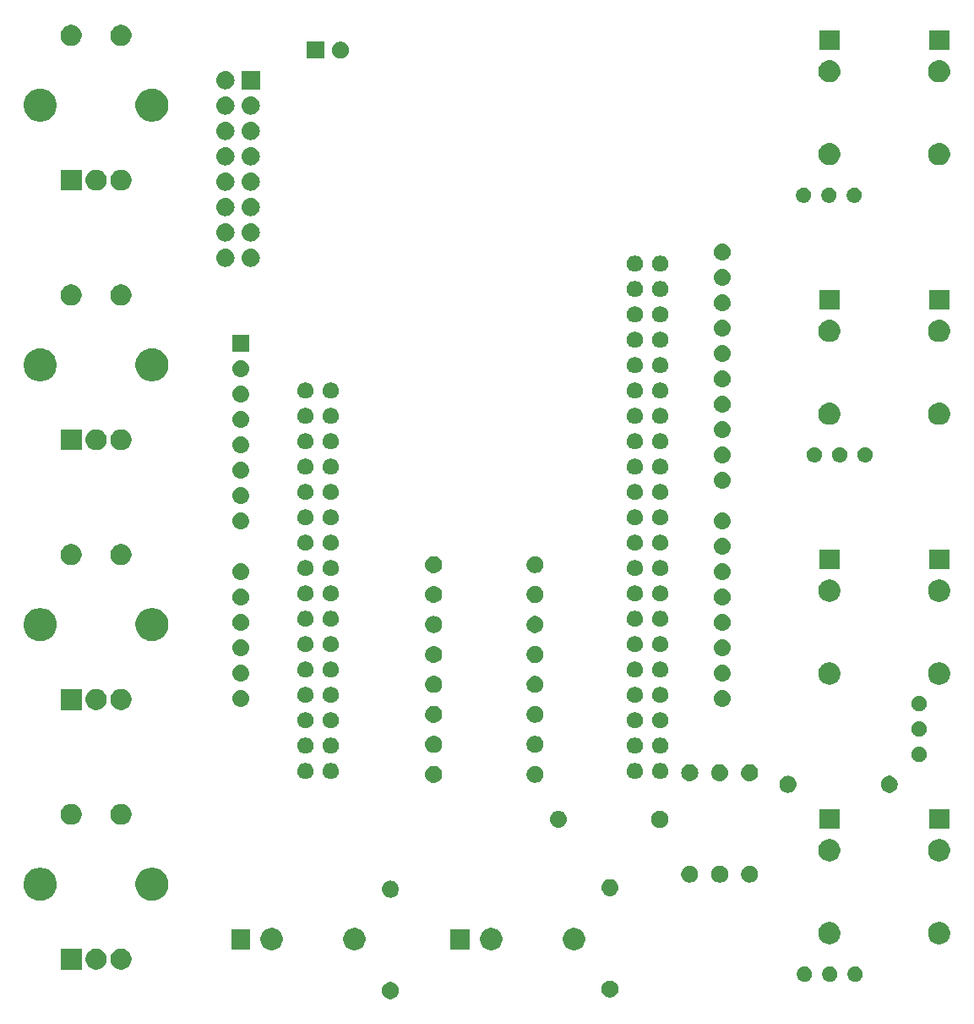
<source format=gbr>
G04 #@! TF.GenerationSoftware,KiCad,Pcbnew,5.0.1*
G04 #@! TF.CreationDate,2019-05-06T23:41:24+02:00*
G04 #@! TF.ProjectId,plastik,706C617374696B2E6B696361645F7063,rev?*
G04 #@! TF.SameCoordinates,Original*
G04 #@! TF.FileFunction,Soldermask,Bot*
G04 #@! TF.FilePolarity,Negative*
%FSLAX46Y46*%
G04 Gerber Fmt 4.6, Leading zero omitted, Abs format (unit mm)*
G04 Created by KiCad (PCBNEW 5.0.1) date Mo 06 Mai 2019 23:41:24 CEST*
%MOMM*%
%LPD*%
G01*
G04 APERTURE LIST*
%ADD10C,0.100000*%
G04 APERTURE END LIST*
D10*
G36*
X126748228Y-134341703D02*
X126903100Y-134405853D01*
X127042481Y-134498985D01*
X127161015Y-134617519D01*
X127254147Y-134756900D01*
X127318297Y-134911772D01*
X127351000Y-135076184D01*
X127351000Y-135243816D01*
X127318297Y-135408228D01*
X127254147Y-135563100D01*
X127161015Y-135702481D01*
X127042481Y-135821015D01*
X126903100Y-135914147D01*
X126748228Y-135978297D01*
X126583816Y-136011000D01*
X126416184Y-136011000D01*
X126251772Y-135978297D01*
X126096900Y-135914147D01*
X125957519Y-135821015D01*
X125838985Y-135702481D01*
X125745853Y-135563100D01*
X125681703Y-135408228D01*
X125649000Y-135243816D01*
X125649000Y-135076184D01*
X125681703Y-134911772D01*
X125745853Y-134756900D01*
X125838985Y-134617519D01*
X125957519Y-134498985D01*
X126096900Y-134405853D01*
X126251772Y-134341703D01*
X126416184Y-134309000D01*
X126583816Y-134309000D01*
X126748228Y-134341703D01*
X126748228Y-134341703D01*
G37*
G36*
X148748228Y-134181703D02*
X148903100Y-134245853D01*
X149042481Y-134338985D01*
X149161015Y-134457519D01*
X149254147Y-134596900D01*
X149318297Y-134751772D01*
X149351000Y-134916184D01*
X149351000Y-135083816D01*
X149318297Y-135248228D01*
X149254147Y-135403100D01*
X149161015Y-135542481D01*
X149042481Y-135661015D01*
X148903100Y-135754147D01*
X148748228Y-135818297D01*
X148583816Y-135851000D01*
X148416184Y-135851000D01*
X148251772Y-135818297D01*
X148096900Y-135754147D01*
X147957519Y-135661015D01*
X147838985Y-135542481D01*
X147745853Y-135403100D01*
X147681703Y-135248228D01*
X147649000Y-135083816D01*
X147649000Y-134916184D01*
X147681703Y-134751772D01*
X147745853Y-134596900D01*
X147838985Y-134457519D01*
X147957519Y-134338985D01*
X148096900Y-134245853D01*
X148251772Y-134181703D01*
X148416184Y-134149000D01*
X148583816Y-134149000D01*
X148748228Y-134181703D01*
X148748228Y-134181703D01*
G37*
G36*
X168125589Y-132738876D02*
X168224893Y-132758629D01*
X168365206Y-132816748D01*
X168491484Y-132901125D01*
X168598875Y-133008516D01*
X168683252Y-133134794D01*
X168741371Y-133275107D01*
X168771000Y-133424063D01*
X168771000Y-133575937D01*
X168741371Y-133724893D01*
X168683252Y-133865206D01*
X168598875Y-133991484D01*
X168491484Y-134098875D01*
X168365206Y-134183252D01*
X168224893Y-134241371D01*
X168125589Y-134261124D01*
X168075938Y-134271000D01*
X167924062Y-134271000D01*
X167874411Y-134261124D01*
X167775107Y-134241371D01*
X167634794Y-134183252D01*
X167508516Y-134098875D01*
X167401125Y-133991484D01*
X167316748Y-133865206D01*
X167258629Y-133724893D01*
X167229000Y-133575937D01*
X167229000Y-133424063D01*
X167258629Y-133275107D01*
X167316748Y-133134794D01*
X167401125Y-133008516D01*
X167508516Y-132901125D01*
X167634794Y-132816748D01*
X167775107Y-132758629D01*
X167874411Y-132738876D01*
X167924062Y-132729000D01*
X168075938Y-132729000D01*
X168125589Y-132738876D01*
X168125589Y-132738876D01*
G37*
G36*
X173205589Y-132738876D02*
X173304893Y-132758629D01*
X173445206Y-132816748D01*
X173571484Y-132901125D01*
X173678875Y-133008516D01*
X173763252Y-133134794D01*
X173821371Y-133275107D01*
X173851000Y-133424063D01*
X173851000Y-133575937D01*
X173821371Y-133724893D01*
X173763252Y-133865206D01*
X173678875Y-133991484D01*
X173571484Y-134098875D01*
X173445206Y-134183252D01*
X173304893Y-134241371D01*
X173205589Y-134261124D01*
X173155938Y-134271000D01*
X173004062Y-134271000D01*
X172954411Y-134261124D01*
X172855107Y-134241371D01*
X172714794Y-134183252D01*
X172588516Y-134098875D01*
X172481125Y-133991484D01*
X172396748Y-133865206D01*
X172338629Y-133724893D01*
X172309000Y-133575937D01*
X172309000Y-133424063D01*
X172338629Y-133275107D01*
X172396748Y-133134794D01*
X172481125Y-133008516D01*
X172588516Y-132901125D01*
X172714794Y-132816748D01*
X172855107Y-132758629D01*
X172954411Y-132738876D01*
X173004062Y-132729000D01*
X173155938Y-132729000D01*
X173205589Y-132738876D01*
X173205589Y-132738876D01*
G37*
G36*
X170665589Y-132738876D02*
X170764893Y-132758629D01*
X170905206Y-132816748D01*
X171031484Y-132901125D01*
X171138875Y-133008516D01*
X171223252Y-133134794D01*
X171281371Y-133275107D01*
X171311000Y-133424063D01*
X171311000Y-133575937D01*
X171281371Y-133724893D01*
X171223252Y-133865206D01*
X171138875Y-133991484D01*
X171031484Y-134098875D01*
X170905206Y-134183252D01*
X170764893Y-134241371D01*
X170665589Y-134261124D01*
X170615938Y-134271000D01*
X170464062Y-134271000D01*
X170414411Y-134261124D01*
X170315107Y-134241371D01*
X170174794Y-134183252D01*
X170048516Y-134098875D01*
X169941125Y-133991484D01*
X169856748Y-133865206D01*
X169798629Y-133724893D01*
X169769000Y-133575937D01*
X169769000Y-133424063D01*
X169798629Y-133275107D01*
X169856748Y-133134794D01*
X169941125Y-133008516D01*
X170048516Y-132901125D01*
X170174794Y-132816748D01*
X170315107Y-132758629D01*
X170414411Y-132738876D01*
X170464062Y-132729000D01*
X170615938Y-132729000D01*
X170665589Y-132738876D01*
X170665589Y-132738876D01*
G37*
G36*
X95551000Y-133051000D02*
X93449000Y-133051000D01*
X93449000Y-130949000D01*
X95551000Y-130949000D01*
X95551000Y-133051000D01*
X95551000Y-133051000D01*
G37*
G36*
X97306565Y-130989389D02*
X97497834Y-131068615D01*
X97669976Y-131183637D01*
X97816363Y-131330024D01*
X97931385Y-131502166D01*
X98010611Y-131693435D01*
X98051000Y-131896484D01*
X98051000Y-132103516D01*
X98010611Y-132306565D01*
X97931385Y-132497834D01*
X97816363Y-132669976D01*
X97669976Y-132816363D01*
X97497834Y-132931385D01*
X97306565Y-133010611D01*
X97103516Y-133051000D01*
X96896484Y-133051000D01*
X96693435Y-133010611D01*
X96502166Y-132931385D01*
X96330024Y-132816363D01*
X96183637Y-132669976D01*
X96068615Y-132497834D01*
X95989389Y-132306565D01*
X95949000Y-132103516D01*
X95949000Y-131896484D01*
X95989389Y-131693435D01*
X96068615Y-131502166D01*
X96183637Y-131330024D01*
X96330024Y-131183637D01*
X96502166Y-131068615D01*
X96693435Y-130989389D01*
X96896484Y-130949000D01*
X97103516Y-130949000D01*
X97306565Y-130989389D01*
X97306565Y-130989389D01*
G37*
G36*
X99806565Y-130989389D02*
X99997834Y-131068615D01*
X100169976Y-131183637D01*
X100316363Y-131330024D01*
X100431385Y-131502166D01*
X100510611Y-131693435D01*
X100551000Y-131896484D01*
X100551000Y-132103516D01*
X100510611Y-132306565D01*
X100431385Y-132497834D01*
X100316363Y-132669976D01*
X100169976Y-132816363D01*
X99997834Y-132931385D01*
X99806565Y-133010611D01*
X99603516Y-133051000D01*
X99396484Y-133051000D01*
X99193435Y-133010611D01*
X99002166Y-132931385D01*
X98830024Y-132816363D01*
X98683637Y-132669976D01*
X98568615Y-132497834D01*
X98489389Y-132306565D01*
X98449000Y-132103516D01*
X98449000Y-131896484D01*
X98489389Y-131693435D01*
X98568615Y-131502166D01*
X98683637Y-131330024D01*
X98830024Y-131183637D01*
X99002166Y-131068615D01*
X99193435Y-130989389D01*
X99396484Y-130949000D01*
X99603516Y-130949000D01*
X99806565Y-130989389D01*
X99806565Y-130989389D01*
G37*
G36*
X145153655Y-128912591D02*
X145225525Y-128926887D01*
X145428624Y-129011013D01*
X145611412Y-129133148D01*
X145766852Y-129288588D01*
X145766854Y-129288591D01*
X145888987Y-129471376D01*
X145904952Y-129509918D01*
X145973113Y-129674476D01*
X146016000Y-129890082D01*
X146016000Y-130109918D01*
X145973113Y-130325524D01*
X145888987Y-130528624D01*
X145766852Y-130711412D01*
X145611412Y-130866852D01*
X145611409Y-130866854D01*
X145428624Y-130988987D01*
X145225525Y-131073113D01*
X145153655Y-131087409D01*
X145009918Y-131116000D01*
X144790082Y-131116000D01*
X144646345Y-131087409D01*
X144574475Y-131073113D01*
X144371376Y-130988987D01*
X144188591Y-130866854D01*
X144188588Y-130866852D01*
X144033148Y-130711412D01*
X143911013Y-130528624D01*
X143826887Y-130325524D01*
X143784000Y-130109918D01*
X143784000Y-129890082D01*
X143826887Y-129674476D01*
X143895049Y-129509918D01*
X143911013Y-129471376D01*
X144033146Y-129288591D01*
X144033148Y-129288588D01*
X144188588Y-129133148D01*
X144371376Y-129011013D01*
X144574475Y-128926887D01*
X144646345Y-128912591D01*
X144790082Y-128884000D01*
X145009918Y-128884000D01*
X145153655Y-128912591D01*
X145153655Y-128912591D01*
G37*
G36*
X123153655Y-128912591D02*
X123225525Y-128926887D01*
X123428624Y-129011013D01*
X123611412Y-129133148D01*
X123766852Y-129288588D01*
X123766854Y-129288591D01*
X123888987Y-129471376D01*
X123904952Y-129509918D01*
X123973113Y-129674476D01*
X124016000Y-129890082D01*
X124016000Y-130109918D01*
X123973113Y-130325524D01*
X123888987Y-130528624D01*
X123766852Y-130711412D01*
X123611412Y-130866852D01*
X123611409Y-130866854D01*
X123428624Y-130988987D01*
X123225525Y-131073113D01*
X123153655Y-131087409D01*
X123009918Y-131116000D01*
X122790082Y-131116000D01*
X122646345Y-131087409D01*
X122574475Y-131073113D01*
X122371376Y-130988987D01*
X122188591Y-130866854D01*
X122188588Y-130866852D01*
X122033148Y-130711412D01*
X121911013Y-130528624D01*
X121826887Y-130325524D01*
X121784000Y-130109918D01*
X121784000Y-129890082D01*
X121826887Y-129674476D01*
X121895049Y-129509918D01*
X121911013Y-129471376D01*
X122033146Y-129288591D01*
X122033148Y-129288588D01*
X122188588Y-129133148D01*
X122371376Y-129011013D01*
X122574475Y-128926887D01*
X122646345Y-128912591D01*
X122790082Y-128884000D01*
X123009918Y-128884000D01*
X123153655Y-128912591D01*
X123153655Y-128912591D01*
G37*
G36*
X114853655Y-128912591D02*
X114925525Y-128926887D01*
X115128624Y-129011013D01*
X115311412Y-129133148D01*
X115466852Y-129288588D01*
X115466854Y-129288591D01*
X115588987Y-129471376D01*
X115604952Y-129509918D01*
X115673113Y-129674476D01*
X115716000Y-129890082D01*
X115716000Y-130109918D01*
X115673113Y-130325524D01*
X115588987Y-130528624D01*
X115466852Y-130711412D01*
X115311412Y-130866852D01*
X115311409Y-130866854D01*
X115128624Y-130988987D01*
X114925525Y-131073113D01*
X114853655Y-131087409D01*
X114709918Y-131116000D01*
X114490082Y-131116000D01*
X114346345Y-131087409D01*
X114274475Y-131073113D01*
X114071376Y-130988987D01*
X113888591Y-130866854D01*
X113888588Y-130866852D01*
X113733148Y-130711412D01*
X113611013Y-130528624D01*
X113526887Y-130325524D01*
X113484000Y-130109918D01*
X113484000Y-129890082D01*
X113526887Y-129674476D01*
X113595049Y-129509918D01*
X113611013Y-129471376D01*
X113733146Y-129288591D01*
X113733148Y-129288588D01*
X113888588Y-129133148D01*
X114071376Y-129011013D01*
X114274475Y-128926887D01*
X114346345Y-128912591D01*
X114490082Y-128884000D01*
X114709918Y-128884000D01*
X114853655Y-128912591D01*
X114853655Y-128912591D01*
G37*
G36*
X136853655Y-128912591D02*
X136925525Y-128926887D01*
X137128624Y-129011013D01*
X137311412Y-129133148D01*
X137466852Y-129288588D01*
X137466854Y-129288591D01*
X137588987Y-129471376D01*
X137604952Y-129509918D01*
X137673113Y-129674476D01*
X137716000Y-129890082D01*
X137716000Y-130109918D01*
X137673113Y-130325524D01*
X137588987Y-130528624D01*
X137466852Y-130711412D01*
X137311412Y-130866852D01*
X137311409Y-130866854D01*
X137128624Y-130988987D01*
X136925525Y-131073113D01*
X136853655Y-131087409D01*
X136709918Y-131116000D01*
X136490082Y-131116000D01*
X136346345Y-131087409D01*
X136274475Y-131073113D01*
X136071376Y-130988987D01*
X135888591Y-130866854D01*
X135888588Y-130866852D01*
X135733148Y-130711412D01*
X135611013Y-130528624D01*
X135526887Y-130325524D01*
X135484000Y-130109918D01*
X135484000Y-129890082D01*
X135526887Y-129674476D01*
X135595049Y-129509918D01*
X135611013Y-129471376D01*
X135733146Y-129288591D01*
X135733148Y-129288588D01*
X135888588Y-129133148D01*
X136071376Y-129011013D01*
X136274475Y-128926887D01*
X136346345Y-128912591D01*
X136490082Y-128884000D01*
X136709918Y-128884000D01*
X136853655Y-128912591D01*
X136853655Y-128912591D01*
G37*
G36*
X134466000Y-131016000D02*
X132534000Y-131016000D01*
X132534000Y-128984000D01*
X134466000Y-128984000D01*
X134466000Y-131016000D01*
X134466000Y-131016000D01*
G37*
G36*
X112466000Y-131016000D02*
X110534000Y-131016000D01*
X110534000Y-128984000D01*
X112466000Y-128984000D01*
X112466000Y-131016000D01*
X112466000Y-131016000D01*
G37*
G36*
X181753655Y-128312591D02*
X181825525Y-128326887D01*
X182028624Y-128411013D01*
X182211412Y-128533148D01*
X182366852Y-128688588D01*
X182488987Y-128871376D01*
X182573113Y-129074476D01*
X182615703Y-129288588D01*
X182616000Y-129290084D01*
X182616000Y-129509916D01*
X182573113Y-129725525D01*
X182504951Y-129890084D01*
X182488987Y-129928624D01*
X182366852Y-130111412D01*
X182211412Y-130266852D01*
X182211409Y-130266854D01*
X182028624Y-130388987D01*
X181825525Y-130473113D01*
X181753655Y-130487409D01*
X181609918Y-130516000D01*
X181390082Y-130516000D01*
X181246345Y-130487409D01*
X181174475Y-130473113D01*
X180971376Y-130388987D01*
X180788591Y-130266854D01*
X180788588Y-130266852D01*
X180633148Y-130111412D01*
X180511013Y-129928624D01*
X180495049Y-129890084D01*
X180426887Y-129725525D01*
X180384000Y-129509916D01*
X180384000Y-129290084D01*
X180384298Y-129288588D01*
X180426887Y-129074476D01*
X180511013Y-128871376D01*
X180633148Y-128688588D01*
X180788588Y-128533148D01*
X180971376Y-128411013D01*
X181174475Y-128326887D01*
X181246345Y-128312591D01*
X181390082Y-128284000D01*
X181609918Y-128284000D01*
X181753655Y-128312591D01*
X181753655Y-128312591D01*
G37*
G36*
X170753655Y-128312591D02*
X170825525Y-128326887D01*
X171028624Y-128411013D01*
X171211412Y-128533148D01*
X171366852Y-128688588D01*
X171488987Y-128871376D01*
X171573113Y-129074476D01*
X171615703Y-129288588D01*
X171616000Y-129290084D01*
X171616000Y-129509916D01*
X171573113Y-129725525D01*
X171504951Y-129890084D01*
X171488987Y-129928624D01*
X171366852Y-130111412D01*
X171211412Y-130266852D01*
X171211409Y-130266854D01*
X171028624Y-130388987D01*
X170825525Y-130473113D01*
X170753655Y-130487409D01*
X170609918Y-130516000D01*
X170390082Y-130516000D01*
X170246345Y-130487409D01*
X170174475Y-130473113D01*
X169971376Y-130388987D01*
X169788591Y-130266854D01*
X169788588Y-130266852D01*
X169633148Y-130111412D01*
X169511013Y-129928624D01*
X169495049Y-129890084D01*
X169426887Y-129725525D01*
X169384000Y-129509916D01*
X169384000Y-129290084D01*
X169384298Y-129288588D01*
X169426887Y-129074476D01*
X169511013Y-128871376D01*
X169633148Y-128688588D01*
X169788588Y-128533148D01*
X169971376Y-128411013D01*
X170174475Y-128326887D01*
X170246345Y-128312591D01*
X170390082Y-128284000D01*
X170609918Y-128284000D01*
X170753655Y-128312591D01*
X170753655Y-128312591D01*
G37*
G36*
X91775256Y-122891298D02*
X91881579Y-122912447D01*
X92182042Y-123036903D01*
X92448852Y-123215180D01*
X92452454Y-123217587D01*
X92682413Y-123447546D01*
X92682415Y-123447549D01*
X92863097Y-123717958D01*
X92980467Y-124001313D01*
X92987553Y-124018422D01*
X93051000Y-124337389D01*
X93051000Y-124662611D01*
X93017072Y-124833175D01*
X92987553Y-124981579D01*
X92863097Y-125282042D01*
X92734114Y-125475078D01*
X92682413Y-125552454D01*
X92452454Y-125782413D01*
X92452451Y-125782415D01*
X92182042Y-125963097D01*
X91881579Y-126087553D01*
X91775256Y-126108702D01*
X91562611Y-126151000D01*
X91237389Y-126151000D01*
X91024744Y-126108702D01*
X90918421Y-126087553D01*
X90617958Y-125963097D01*
X90347549Y-125782415D01*
X90347546Y-125782413D01*
X90117587Y-125552454D01*
X90065886Y-125475078D01*
X89936903Y-125282042D01*
X89812447Y-124981579D01*
X89782928Y-124833175D01*
X89749000Y-124662611D01*
X89749000Y-124337389D01*
X89812447Y-124018422D01*
X89819534Y-124001313D01*
X89936903Y-123717958D01*
X90117585Y-123447549D01*
X90117587Y-123447546D01*
X90347546Y-123217587D01*
X90351148Y-123215180D01*
X90617958Y-123036903D01*
X90918421Y-122912447D01*
X91024744Y-122891298D01*
X91237389Y-122849000D01*
X91562611Y-122849000D01*
X91775256Y-122891298D01*
X91775256Y-122891298D01*
G37*
G36*
X102975256Y-122891298D02*
X103081579Y-122912447D01*
X103382042Y-123036903D01*
X103648852Y-123215180D01*
X103652454Y-123217587D01*
X103882413Y-123447546D01*
X103882415Y-123447549D01*
X104063097Y-123717958D01*
X104180467Y-124001313D01*
X104187553Y-124018422D01*
X104251000Y-124337389D01*
X104251000Y-124662611D01*
X104217072Y-124833175D01*
X104187553Y-124981579D01*
X104063097Y-125282042D01*
X103934114Y-125475078D01*
X103882413Y-125552454D01*
X103652454Y-125782413D01*
X103652451Y-125782415D01*
X103382042Y-125963097D01*
X103081579Y-126087553D01*
X102975256Y-126108702D01*
X102762611Y-126151000D01*
X102437389Y-126151000D01*
X102224744Y-126108702D01*
X102118421Y-126087553D01*
X101817958Y-125963097D01*
X101547549Y-125782415D01*
X101547546Y-125782413D01*
X101317587Y-125552454D01*
X101265886Y-125475078D01*
X101136903Y-125282042D01*
X101012447Y-124981579D01*
X100982928Y-124833175D01*
X100949000Y-124662611D01*
X100949000Y-124337389D01*
X101012447Y-124018422D01*
X101019534Y-124001313D01*
X101136903Y-123717958D01*
X101317585Y-123447549D01*
X101317587Y-123447546D01*
X101547546Y-123217587D01*
X101551148Y-123215180D01*
X101817958Y-123036903D01*
X102118421Y-122912447D01*
X102224744Y-122891298D01*
X102437389Y-122849000D01*
X102762611Y-122849000D01*
X102975256Y-122891298D01*
X102975256Y-122891298D01*
G37*
G36*
X126666821Y-124161313D02*
X126666824Y-124161314D01*
X126666825Y-124161314D01*
X126827239Y-124209975D01*
X126827241Y-124209976D01*
X126827244Y-124209977D01*
X126975078Y-124288995D01*
X127104659Y-124395341D01*
X127211005Y-124524922D01*
X127290023Y-124672756D01*
X127290024Y-124672759D01*
X127290025Y-124672761D01*
X127338686Y-124833175D01*
X127338687Y-124833179D01*
X127355117Y-125000000D01*
X127338687Y-125166821D01*
X127290023Y-125327244D01*
X127211005Y-125475078D01*
X127104659Y-125604659D01*
X126975078Y-125711005D01*
X126827244Y-125790023D01*
X126827241Y-125790024D01*
X126827239Y-125790025D01*
X126666825Y-125838686D01*
X126666824Y-125838686D01*
X126666821Y-125838687D01*
X126541804Y-125851000D01*
X126458196Y-125851000D01*
X126333179Y-125838687D01*
X126333176Y-125838686D01*
X126333175Y-125838686D01*
X126172761Y-125790025D01*
X126172759Y-125790024D01*
X126172756Y-125790023D01*
X126024922Y-125711005D01*
X125895341Y-125604659D01*
X125788995Y-125475078D01*
X125709977Y-125327244D01*
X125661313Y-125166821D01*
X125644883Y-125000000D01*
X125661313Y-124833179D01*
X125661314Y-124833175D01*
X125709975Y-124672761D01*
X125709976Y-124672759D01*
X125709977Y-124672756D01*
X125788995Y-124524922D01*
X125895341Y-124395341D01*
X126024922Y-124288995D01*
X126172756Y-124209977D01*
X126172759Y-124209976D01*
X126172761Y-124209975D01*
X126333175Y-124161314D01*
X126333176Y-124161314D01*
X126333179Y-124161313D01*
X126458196Y-124149000D01*
X126541804Y-124149000D01*
X126666821Y-124161313D01*
X126666821Y-124161313D01*
G37*
G36*
X148666821Y-124001313D02*
X148666824Y-124001314D01*
X148666825Y-124001314D01*
X148827239Y-124049975D01*
X148827241Y-124049976D01*
X148827244Y-124049977D01*
X148975078Y-124128995D01*
X149104659Y-124235341D01*
X149211005Y-124364922D01*
X149290023Y-124512756D01*
X149338687Y-124673179D01*
X149355117Y-124840000D01*
X149338687Y-125006821D01*
X149338686Y-125006824D01*
X149338686Y-125006825D01*
X149290151Y-125166825D01*
X149290023Y-125167244D01*
X149211005Y-125315078D01*
X149104659Y-125444659D01*
X148975078Y-125551005D01*
X148827244Y-125630023D01*
X148827241Y-125630024D01*
X148827239Y-125630025D01*
X148666825Y-125678686D01*
X148666824Y-125678686D01*
X148666821Y-125678687D01*
X148541804Y-125691000D01*
X148458196Y-125691000D01*
X148333179Y-125678687D01*
X148333176Y-125678686D01*
X148333175Y-125678686D01*
X148172761Y-125630025D01*
X148172759Y-125630024D01*
X148172756Y-125630023D01*
X148024922Y-125551005D01*
X147895341Y-125444659D01*
X147788995Y-125315078D01*
X147709977Y-125167244D01*
X147709850Y-125166825D01*
X147661314Y-125006825D01*
X147661314Y-125006824D01*
X147661313Y-125006821D01*
X147644883Y-124840000D01*
X147661313Y-124673179D01*
X147709977Y-124512756D01*
X147788995Y-124364922D01*
X147895341Y-124235341D01*
X148024922Y-124128995D01*
X148172756Y-124049977D01*
X148172759Y-124049976D01*
X148172761Y-124049975D01*
X148333175Y-124001314D01*
X148333176Y-124001314D01*
X148333179Y-124001313D01*
X148458196Y-123989000D01*
X148541804Y-123989000D01*
X148666821Y-124001313D01*
X148666821Y-124001313D01*
G37*
G36*
X156748228Y-122681703D02*
X156903100Y-122745853D01*
X157042481Y-122838985D01*
X157161015Y-122957519D01*
X157254147Y-123096900D01*
X157318297Y-123251772D01*
X157351000Y-123416184D01*
X157351000Y-123583816D01*
X157318297Y-123748228D01*
X157254147Y-123903100D01*
X157161015Y-124042481D01*
X157042481Y-124161015D01*
X156903100Y-124254147D01*
X156748228Y-124318297D01*
X156583816Y-124351000D01*
X156416184Y-124351000D01*
X156251772Y-124318297D01*
X156096900Y-124254147D01*
X155957519Y-124161015D01*
X155838985Y-124042481D01*
X155745853Y-123903100D01*
X155681703Y-123748228D01*
X155649000Y-123583816D01*
X155649000Y-123416184D01*
X155681703Y-123251772D01*
X155745853Y-123096900D01*
X155838985Y-122957519D01*
X155957519Y-122838985D01*
X156096900Y-122745853D01*
X156251772Y-122681703D01*
X156416184Y-122649000D01*
X156583816Y-122649000D01*
X156748228Y-122681703D01*
X156748228Y-122681703D01*
G37*
G36*
X162748228Y-122681703D02*
X162903100Y-122745853D01*
X163042481Y-122838985D01*
X163161015Y-122957519D01*
X163254147Y-123096900D01*
X163318297Y-123251772D01*
X163351000Y-123416184D01*
X163351000Y-123583816D01*
X163318297Y-123748228D01*
X163254147Y-123903100D01*
X163161015Y-124042481D01*
X163042481Y-124161015D01*
X162903100Y-124254147D01*
X162748228Y-124318297D01*
X162583816Y-124351000D01*
X162416184Y-124351000D01*
X162251772Y-124318297D01*
X162096900Y-124254147D01*
X161957519Y-124161015D01*
X161838985Y-124042481D01*
X161745853Y-123903100D01*
X161681703Y-123748228D01*
X161649000Y-123583816D01*
X161649000Y-123416184D01*
X161681703Y-123251772D01*
X161745853Y-123096900D01*
X161838985Y-122957519D01*
X161957519Y-122838985D01*
X162096900Y-122745853D01*
X162251772Y-122681703D01*
X162416184Y-122649000D01*
X162583816Y-122649000D01*
X162748228Y-122681703D01*
X162748228Y-122681703D01*
G37*
G36*
X159748228Y-122681703D02*
X159903100Y-122745853D01*
X160042481Y-122838985D01*
X160161015Y-122957519D01*
X160254147Y-123096900D01*
X160318297Y-123251772D01*
X160351000Y-123416184D01*
X160351000Y-123583816D01*
X160318297Y-123748228D01*
X160254147Y-123903100D01*
X160161015Y-124042481D01*
X160042481Y-124161015D01*
X159903100Y-124254147D01*
X159748228Y-124318297D01*
X159583816Y-124351000D01*
X159416184Y-124351000D01*
X159251772Y-124318297D01*
X159096900Y-124254147D01*
X158957519Y-124161015D01*
X158838985Y-124042481D01*
X158745853Y-123903100D01*
X158681703Y-123748228D01*
X158649000Y-123583816D01*
X158649000Y-123416184D01*
X158681703Y-123251772D01*
X158745853Y-123096900D01*
X158838985Y-122957519D01*
X158957519Y-122838985D01*
X159096900Y-122745853D01*
X159251772Y-122681703D01*
X159416184Y-122649000D01*
X159583816Y-122649000D01*
X159748228Y-122681703D01*
X159748228Y-122681703D01*
G37*
G36*
X170753655Y-120012591D02*
X170825525Y-120026887D01*
X171028624Y-120111013D01*
X171211412Y-120233148D01*
X171366852Y-120388588D01*
X171488987Y-120571376D01*
X171573113Y-120774476D01*
X171616000Y-120990082D01*
X171616000Y-121209918D01*
X171573113Y-121425524D01*
X171488987Y-121628624D01*
X171366852Y-121811412D01*
X171211412Y-121966852D01*
X171211409Y-121966854D01*
X171028624Y-122088987D01*
X170825525Y-122173113D01*
X170753655Y-122187409D01*
X170609918Y-122216000D01*
X170390082Y-122216000D01*
X170246345Y-122187409D01*
X170174475Y-122173113D01*
X169971376Y-122088987D01*
X169788591Y-121966854D01*
X169788588Y-121966852D01*
X169633148Y-121811412D01*
X169511013Y-121628624D01*
X169426887Y-121425524D01*
X169384000Y-121209918D01*
X169384000Y-120990082D01*
X169426887Y-120774476D01*
X169511013Y-120571376D01*
X169633148Y-120388588D01*
X169788588Y-120233148D01*
X169971376Y-120111013D01*
X170174475Y-120026887D01*
X170246345Y-120012591D01*
X170390082Y-119984000D01*
X170609918Y-119984000D01*
X170753655Y-120012591D01*
X170753655Y-120012591D01*
G37*
G36*
X181753655Y-120012591D02*
X181825525Y-120026887D01*
X182028624Y-120111013D01*
X182211412Y-120233148D01*
X182366852Y-120388588D01*
X182488987Y-120571376D01*
X182573113Y-120774476D01*
X182616000Y-120990082D01*
X182616000Y-121209918D01*
X182573113Y-121425524D01*
X182488987Y-121628624D01*
X182366852Y-121811412D01*
X182211412Y-121966852D01*
X182211409Y-121966854D01*
X182028624Y-122088987D01*
X181825525Y-122173113D01*
X181753655Y-122187409D01*
X181609918Y-122216000D01*
X181390082Y-122216000D01*
X181246345Y-122187409D01*
X181174475Y-122173113D01*
X180971376Y-122088987D01*
X180788591Y-121966854D01*
X180788588Y-121966852D01*
X180633148Y-121811412D01*
X180511013Y-121628624D01*
X180426887Y-121425524D01*
X180384000Y-121209918D01*
X180384000Y-120990082D01*
X180426887Y-120774476D01*
X180511013Y-120571376D01*
X180633148Y-120388588D01*
X180788588Y-120233148D01*
X180971376Y-120111013D01*
X181174475Y-120026887D01*
X181246345Y-120012591D01*
X181390082Y-119984000D01*
X181609918Y-119984000D01*
X181753655Y-120012591D01*
X181753655Y-120012591D01*
G37*
G36*
X171516000Y-118966000D02*
X169484000Y-118966000D01*
X169484000Y-117034000D01*
X171516000Y-117034000D01*
X171516000Y-118966000D01*
X171516000Y-118966000D01*
G37*
G36*
X182516000Y-118966000D02*
X180484000Y-118966000D01*
X180484000Y-117034000D01*
X182516000Y-117034000D01*
X182516000Y-118966000D01*
X182516000Y-118966000D01*
G37*
G36*
X153748228Y-117181703D02*
X153903100Y-117245853D01*
X154042481Y-117338985D01*
X154161015Y-117457519D01*
X154254147Y-117596900D01*
X154318297Y-117751772D01*
X154351000Y-117916184D01*
X154351000Y-118083816D01*
X154318297Y-118248228D01*
X154254147Y-118403100D01*
X154161015Y-118542481D01*
X154042481Y-118661015D01*
X153903100Y-118754147D01*
X153748228Y-118818297D01*
X153583816Y-118851000D01*
X153416184Y-118851000D01*
X153251772Y-118818297D01*
X153096900Y-118754147D01*
X152957519Y-118661015D01*
X152838985Y-118542481D01*
X152745853Y-118403100D01*
X152681703Y-118248228D01*
X152649000Y-118083816D01*
X152649000Y-117916184D01*
X152681703Y-117751772D01*
X152745853Y-117596900D01*
X152838985Y-117457519D01*
X152957519Y-117338985D01*
X153096900Y-117245853D01*
X153251772Y-117181703D01*
X153416184Y-117149000D01*
X153583816Y-117149000D01*
X153748228Y-117181703D01*
X153748228Y-117181703D01*
G37*
G36*
X143506821Y-117161313D02*
X143506824Y-117161314D01*
X143506825Y-117161314D01*
X143667239Y-117209975D01*
X143667241Y-117209976D01*
X143667244Y-117209977D01*
X143815078Y-117288995D01*
X143944659Y-117395341D01*
X144051005Y-117524922D01*
X144130023Y-117672756D01*
X144130024Y-117672759D01*
X144130025Y-117672761D01*
X144170614Y-117806565D01*
X144178687Y-117833179D01*
X144195117Y-118000000D01*
X144178687Y-118166821D01*
X144178686Y-118166824D01*
X144178686Y-118166825D01*
X144133324Y-118316365D01*
X144130023Y-118327244D01*
X144051005Y-118475078D01*
X143944659Y-118604659D01*
X143815078Y-118711005D01*
X143667244Y-118790023D01*
X143667241Y-118790024D01*
X143667239Y-118790025D01*
X143506825Y-118838686D01*
X143506824Y-118838686D01*
X143506821Y-118838687D01*
X143381804Y-118851000D01*
X143298196Y-118851000D01*
X143173179Y-118838687D01*
X143173176Y-118838686D01*
X143173175Y-118838686D01*
X143012761Y-118790025D01*
X143012759Y-118790024D01*
X143012756Y-118790023D01*
X142864922Y-118711005D01*
X142735341Y-118604659D01*
X142628995Y-118475078D01*
X142549977Y-118327244D01*
X142546677Y-118316365D01*
X142501314Y-118166825D01*
X142501314Y-118166824D01*
X142501313Y-118166821D01*
X142484883Y-118000000D01*
X142501313Y-117833179D01*
X142509386Y-117806565D01*
X142549975Y-117672761D01*
X142549976Y-117672759D01*
X142549977Y-117672756D01*
X142628995Y-117524922D01*
X142735341Y-117395341D01*
X142864922Y-117288995D01*
X143012756Y-117209977D01*
X143012759Y-117209976D01*
X143012761Y-117209975D01*
X143173175Y-117161314D01*
X143173176Y-117161314D01*
X143173179Y-117161313D01*
X143298196Y-117149000D01*
X143381804Y-117149000D01*
X143506821Y-117161313D01*
X143506821Y-117161313D01*
G37*
G36*
X94806565Y-116489389D02*
X94997834Y-116568615D01*
X95169976Y-116683637D01*
X95316363Y-116830024D01*
X95431385Y-117002166D01*
X95510611Y-117193435D01*
X95551000Y-117396484D01*
X95551000Y-117603516D01*
X95510611Y-117806565D01*
X95431385Y-117997834D01*
X95316363Y-118169976D01*
X95169976Y-118316363D01*
X94997834Y-118431385D01*
X94806565Y-118510611D01*
X94603516Y-118551000D01*
X94396484Y-118551000D01*
X94193435Y-118510611D01*
X94002166Y-118431385D01*
X93830024Y-118316363D01*
X93683637Y-118169976D01*
X93568615Y-117997834D01*
X93489389Y-117806565D01*
X93449000Y-117603516D01*
X93449000Y-117396484D01*
X93489389Y-117193435D01*
X93568615Y-117002166D01*
X93683637Y-116830024D01*
X93830024Y-116683637D01*
X94002166Y-116568615D01*
X94193435Y-116489389D01*
X94396484Y-116449000D01*
X94603516Y-116449000D01*
X94806565Y-116489389D01*
X94806565Y-116489389D01*
G37*
G36*
X99806565Y-116489389D02*
X99997834Y-116568615D01*
X100169976Y-116683637D01*
X100316363Y-116830024D01*
X100431385Y-117002166D01*
X100510611Y-117193435D01*
X100551000Y-117396484D01*
X100551000Y-117603516D01*
X100510611Y-117806565D01*
X100431385Y-117997834D01*
X100316363Y-118169976D01*
X100169976Y-118316363D01*
X99997834Y-118431385D01*
X99806565Y-118510611D01*
X99603516Y-118551000D01*
X99396484Y-118551000D01*
X99193435Y-118510611D01*
X99002166Y-118431385D01*
X98830024Y-118316363D01*
X98683637Y-118169976D01*
X98568615Y-117997834D01*
X98489389Y-117806565D01*
X98449000Y-117603516D01*
X98449000Y-117396484D01*
X98489389Y-117193435D01*
X98568615Y-117002166D01*
X98683637Y-116830024D01*
X98830024Y-116683637D01*
X99002166Y-116568615D01*
X99193435Y-116489389D01*
X99396484Y-116449000D01*
X99603516Y-116449000D01*
X99806565Y-116489389D01*
X99806565Y-116489389D01*
G37*
G36*
X176748228Y-113681703D02*
X176903100Y-113745853D01*
X177042481Y-113838985D01*
X177161015Y-113957519D01*
X177254147Y-114096900D01*
X177318297Y-114251772D01*
X177351000Y-114416184D01*
X177351000Y-114583816D01*
X177318297Y-114748228D01*
X177254147Y-114903100D01*
X177161015Y-115042481D01*
X177042481Y-115161015D01*
X176903100Y-115254147D01*
X176748228Y-115318297D01*
X176583816Y-115351000D01*
X176416184Y-115351000D01*
X176251772Y-115318297D01*
X176096900Y-115254147D01*
X175957519Y-115161015D01*
X175838985Y-115042481D01*
X175745853Y-114903100D01*
X175681703Y-114748228D01*
X175649000Y-114583816D01*
X175649000Y-114416184D01*
X175681703Y-114251772D01*
X175745853Y-114096900D01*
X175838985Y-113957519D01*
X175957519Y-113838985D01*
X176096900Y-113745853D01*
X176251772Y-113681703D01*
X176416184Y-113649000D01*
X176583816Y-113649000D01*
X176748228Y-113681703D01*
X176748228Y-113681703D01*
G37*
G36*
X166506821Y-113661313D02*
X166506824Y-113661314D01*
X166506825Y-113661314D01*
X166667239Y-113709975D01*
X166667241Y-113709976D01*
X166667244Y-113709977D01*
X166815078Y-113788995D01*
X166944659Y-113895341D01*
X167051005Y-114024922D01*
X167130023Y-114172756D01*
X167130024Y-114172759D01*
X167130025Y-114172761D01*
X167174173Y-114318297D01*
X167178687Y-114333179D01*
X167195117Y-114500000D01*
X167178687Y-114666821D01*
X167178686Y-114666824D01*
X167178686Y-114666825D01*
X167153993Y-114748228D01*
X167130023Y-114827244D01*
X167051005Y-114975078D01*
X166944659Y-115104659D01*
X166815078Y-115211005D01*
X166667244Y-115290023D01*
X166667241Y-115290024D01*
X166667239Y-115290025D01*
X166506825Y-115338686D01*
X166506824Y-115338686D01*
X166506821Y-115338687D01*
X166381804Y-115351000D01*
X166298196Y-115351000D01*
X166173179Y-115338687D01*
X166173176Y-115338686D01*
X166173175Y-115338686D01*
X166012761Y-115290025D01*
X166012759Y-115290024D01*
X166012756Y-115290023D01*
X165864922Y-115211005D01*
X165735341Y-115104659D01*
X165628995Y-114975078D01*
X165549977Y-114827244D01*
X165526008Y-114748228D01*
X165501314Y-114666825D01*
X165501314Y-114666824D01*
X165501313Y-114666821D01*
X165484883Y-114500000D01*
X165501313Y-114333179D01*
X165505827Y-114318297D01*
X165549975Y-114172761D01*
X165549976Y-114172759D01*
X165549977Y-114172756D01*
X165628995Y-114024922D01*
X165735341Y-113895341D01*
X165864922Y-113788995D01*
X166012756Y-113709977D01*
X166012759Y-113709976D01*
X166012761Y-113709975D01*
X166173175Y-113661314D01*
X166173176Y-113661314D01*
X166173179Y-113661313D01*
X166298196Y-113649000D01*
X166381804Y-113649000D01*
X166506821Y-113661313D01*
X166506821Y-113661313D01*
G37*
G36*
X131006821Y-112661313D02*
X131006824Y-112661314D01*
X131006825Y-112661314D01*
X131167239Y-112709975D01*
X131167241Y-112709976D01*
X131167244Y-112709977D01*
X131315078Y-112788995D01*
X131444659Y-112895341D01*
X131551005Y-113024922D01*
X131630023Y-113172756D01*
X131630024Y-113172759D01*
X131630025Y-113172761D01*
X131678686Y-113333175D01*
X131678687Y-113333179D01*
X131695117Y-113500000D01*
X131678687Y-113666821D01*
X131678686Y-113666824D01*
X131678686Y-113666825D01*
X131641626Y-113788996D01*
X131630023Y-113827244D01*
X131551005Y-113975078D01*
X131444659Y-114104659D01*
X131315078Y-114211005D01*
X131167244Y-114290023D01*
X131167241Y-114290024D01*
X131167239Y-114290025D01*
X131006825Y-114338686D01*
X131006824Y-114338686D01*
X131006821Y-114338687D01*
X130881804Y-114351000D01*
X130798196Y-114351000D01*
X130673179Y-114338687D01*
X130673176Y-114338686D01*
X130673175Y-114338686D01*
X130512761Y-114290025D01*
X130512759Y-114290024D01*
X130512756Y-114290023D01*
X130364922Y-114211005D01*
X130235341Y-114104659D01*
X130128995Y-113975078D01*
X130049977Y-113827244D01*
X130038375Y-113788996D01*
X130001314Y-113666825D01*
X130001314Y-113666824D01*
X130001313Y-113666821D01*
X129984883Y-113500000D01*
X130001313Y-113333179D01*
X130001314Y-113333175D01*
X130049975Y-113172761D01*
X130049976Y-113172759D01*
X130049977Y-113172756D01*
X130128995Y-113024922D01*
X130235341Y-112895341D01*
X130364922Y-112788995D01*
X130512756Y-112709977D01*
X130512759Y-112709976D01*
X130512761Y-112709975D01*
X130673175Y-112661314D01*
X130673176Y-112661314D01*
X130673179Y-112661313D01*
X130798196Y-112649000D01*
X130881804Y-112649000D01*
X131006821Y-112661313D01*
X131006821Y-112661313D01*
G37*
G36*
X141248228Y-112681703D02*
X141403100Y-112745853D01*
X141542481Y-112838985D01*
X141661015Y-112957519D01*
X141754147Y-113096900D01*
X141818297Y-113251772D01*
X141851000Y-113416184D01*
X141851000Y-113583816D01*
X141818297Y-113748228D01*
X141754147Y-113903100D01*
X141661015Y-114042481D01*
X141542481Y-114161015D01*
X141403100Y-114254147D01*
X141248228Y-114318297D01*
X141083816Y-114351000D01*
X140916184Y-114351000D01*
X140751772Y-114318297D01*
X140596900Y-114254147D01*
X140457519Y-114161015D01*
X140338985Y-114042481D01*
X140245853Y-113903100D01*
X140181703Y-113748228D01*
X140149000Y-113583816D01*
X140149000Y-113416184D01*
X140181703Y-113251772D01*
X140245853Y-113096900D01*
X140338985Y-112957519D01*
X140457519Y-112838985D01*
X140596900Y-112745853D01*
X140751772Y-112681703D01*
X140916184Y-112649000D01*
X141083816Y-112649000D01*
X141248228Y-112681703D01*
X141248228Y-112681703D01*
G37*
G36*
X159666821Y-112501313D02*
X159666824Y-112501314D01*
X159666825Y-112501314D01*
X159827239Y-112549975D01*
X159827241Y-112549976D01*
X159827244Y-112549977D01*
X159975078Y-112628995D01*
X160104659Y-112735341D01*
X160211005Y-112864922D01*
X160290023Y-113012756D01*
X160290024Y-113012759D01*
X160290025Y-113012761D01*
X160315548Y-113096900D01*
X160338687Y-113173179D01*
X160355117Y-113340000D01*
X160338687Y-113506821D01*
X160338686Y-113506824D01*
X160338686Y-113506825D01*
X160290151Y-113666825D01*
X160290023Y-113667244D01*
X160211005Y-113815078D01*
X160104659Y-113944659D01*
X159975078Y-114051005D01*
X159827244Y-114130023D01*
X159827241Y-114130024D01*
X159827239Y-114130025D01*
X159666825Y-114178686D01*
X159666824Y-114178686D01*
X159666821Y-114178687D01*
X159541804Y-114191000D01*
X159458196Y-114191000D01*
X159333179Y-114178687D01*
X159333176Y-114178686D01*
X159333175Y-114178686D01*
X159172761Y-114130025D01*
X159172759Y-114130024D01*
X159172756Y-114130023D01*
X159024922Y-114051005D01*
X158895341Y-113944659D01*
X158788995Y-113815078D01*
X158709977Y-113667244D01*
X158709850Y-113666825D01*
X158661314Y-113506825D01*
X158661314Y-113506824D01*
X158661313Y-113506821D01*
X158644883Y-113340000D01*
X158661313Y-113173179D01*
X158684452Y-113096900D01*
X158709975Y-113012761D01*
X158709976Y-113012759D01*
X158709977Y-113012756D01*
X158788995Y-112864922D01*
X158895341Y-112735341D01*
X159024922Y-112628995D01*
X159172756Y-112549977D01*
X159172759Y-112549976D01*
X159172761Y-112549975D01*
X159333175Y-112501314D01*
X159333176Y-112501314D01*
X159333179Y-112501313D01*
X159458196Y-112489000D01*
X159541804Y-112489000D01*
X159666821Y-112501313D01*
X159666821Y-112501313D01*
G37*
G36*
X162666821Y-112501313D02*
X162666824Y-112501314D01*
X162666825Y-112501314D01*
X162827239Y-112549975D01*
X162827241Y-112549976D01*
X162827244Y-112549977D01*
X162975078Y-112628995D01*
X163104659Y-112735341D01*
X163211005Y-112864922D01*
X163290023Y-113012756D01*
X163290024Y-113012759D01*
X163290025Y-113012761D01*
X163315548Y-113096900D01*
X163338687Y-113173179D01*
X163355117Y-113340000D01*
X163338687Y-113506821D01*
X163338686Y-113506824D01*
X163338686Y-113506825D01*
X163290151Y-113666825D01*
X163290023Y-113667244D01*
X163211005Y-113815078D01*
X163104659Y-113944659D01*
X162975078Y-114051005D01*
X162827244Y-114130023D01*
X162827241Y-114130024D01*
X162827239Y-114130025D01*
X162666825Y-114178686D01*
X162666824Y-114178686D01*
X162666821Y-114178687D01*
X162541804Y-114191000D01*
X162458196Y-114191000D01*
X162333179Y-114178687D01*
X162333176Y-114178686D01*
X162333175Y-114178686D01*
X162172761Y-114130025D01*
X162172759Y-114130024D01*
X162172756Y-114130023D01*
X162024922Y-114051005D01*
X161895341Y-113944659D01*
X161788995Y-113815078D01*
X161709977Y-113667244D01*
X161709850Y-113666825D01*
X161661314Y-113506825D01*
X161661314Y-113506824D01*
X161661313Y-113506821D01*
X161644883Y-113340000D01*
X161661313Y-113173179D01*
X161684452Y-113096900D01*
X161709975Y-113012761D01*
X161709976Y-113012759D01*
X161709977Y-113012756D01*
X161788995Y-112864922D01*
X161895341Y-112735341D01*
X162024922Y-112628995D01*
X162172756Y-112549977D01*
X162172759Y-112549976D01*
X162172761Y-112549975D01*
X162333175Y-112501314D01*
X162333176Y-112501314D01*
X162333179Y-112501313D01*
X162458196Y-112489000D01*
X162541804Y-112489000D01*
X162666821Y-112501313D01*
X162666821Y-112501313D01*
G37*
G36*
X156666821Y-112501313D02*
X156666824Y-112501314D01*
X156666825Y-112501314D01*
X156827239Y-112549975D01*
X156827241Y-112549976D01*
X156827244Y-112549977D01*
X156975078Y-112628995D01*
X157104659Y-112735341D01*
X157211005Y-112864922D01*
X157290023Y-113012756D01*
X157290024Y-113012759D01*
X157290025Y-113012761D01*
X157315548Y-113096900D01*
X157338687Y-113173179D01*
X157355117Y-113340000D01*
X157338687Y-113506821D01*
X157338686Y-113506824D01*
X157338686Y-113506825D01*
X157290151Y-113666825D01*
X157290023Y-113667244D01*
X157211005Y-113815078D01*
X157104659Y-113944659D01*
X156975078Y-114051005D01*
X156827244Y-114130023D01*
X156827241Y-114130024D01*
X156827239Y-114130025D01*
X156666825Y-114178686D01*
X156666824Y-114178686D01*
X156666821Y-114178687D01*
X156541804Y-114191000D01*
X156458196Y-114191000D01*
X156333179Y-114178687D01*
X156333176Y-114178686D01*
X156333175Y-114178686D01*
X156172761Y-114130025D01*
X156172759Y-114130024D01*
X156172756Y-114130023D01*
X156024922Y-114051005D01*
X155895341Y-113944659D01*
X155788995Y-113815078D01*
X155709977Y-113667244D01*
X155709850Y-113666825D01*
X155661314Y-113506825D01*
X155661314Y-113506824D01*
X155661313Y-113506821D01*
X155644883Y-113340000D01*
X155661313Y-113173179D01*
X155684452Y-113096900D01*
X155709975Y-113012761D01*
X155709976Y-113012759D01*
X155709977Y-113012756D01*
X155788995Y-112864922D01*
X155895341Y-112735341D01*
X156024922Y-112628995D01*
X156172756Y-112549977D01*
X156172759Y-112549976D01*
X156172761Y-112549975D01*
X156333175Y-112501314D01*
X156333176Y-112501314D01*
X156333179Y-112501313D01*
X156458196Y-112489000D01*
X156541804Y-112489000D01*
X156666821Y-112501313D01*
X156666821Y-112501313D01*
G37*
G36*
X120767142Y-112388242D02*
X120915102Y-112449530D01*
X121048258Y-112538502D01*
X121161498Y-112651742D01*
X121224382Y-112745854D01*
X121250471Y-112784900D01*
X121264354Y-112818417D01*
X121311758Y-112932858D01*
X121343000Y-113089925D01*
X121343000Y-113250075D01*
X121311758Y-113407142D01*
X121273294Y-113500000D01*
X121250471Y-113555100D01*
X121161499Y-113688257D01*
X121048257Y-113801499D01*
X120992155Y-113838985D01*
X120915102Y-113890470D01*
X120767142Y-113951758D01*
X120610075Y-113983000D01*
X120449925Y-113983000D01*
X120292858Y-113951758D01*
X120144898Y-113890470D01*
X120067845Y-113838985D01*
X120011743Y-113801499D01*
X119898501Y-113688257D01*
X119809529Y-113555100D01*
X119786706Y-113500000D01*
X119748242Y-113407142D01*
X119717000Y-113250075D01*
X119717000Y-113089925D01*
X119748242Y-112932858D01*
X119795646Y-112818417D01*
X119809529Y-112784900D01*
X119835619Y-112745854D01*
X119898502Y-112651742D01*
X120011742Y-112538502D01*
X120144898Y-112449530D01*
X120292858Y-112388242D01*
X120449925Y-112357000D01*
X120610075Y-112357000D01*
X120767142Y-112388242D01*
X120767142Y-112388242D01*
G37*
G36*
X151247142Y-112388242D02*
X151395102Y-112449530D01*
X151528258Y-112538502D01*
X151641498Y-112651742D01*
X151704382Y-112745854D01*
X151730471Y-112784900D01*
X151744354Y-112818417D01*
X151791758Y-112932858D01*
X151823000Y-113089925D01*
X151823000Y-113250075D01*
X151791758Y-113407142D01*
X151753294Y-113500000D01*
X151730471Y-113555100D01*
X151641499Y-113688257D01*
X151528257Y-113801499D01*
X151472155Y-113838985D01*
X151395102Y-113890470D01*
X151247142Y-113951758D01*
X151090075Y-113983000D01*
X150929925Y-113983000D01*
X150772858Y-113951758D01*
X150624898Y-113890470D01*
X150547845Y-113838985D01*
X150491743Y-113801499D01*
X150378501Y-113688257D01*
X150289529Y-113555100D01*
X150266706Y-113500000D01*
X150228242Y-113407142D01*
X150197000Y-113250075D01*
X150197000Y-113089925D01*
X150228242Y-112932858D01*
X150275646Y-112818417D01*
X150289529Y-112784900D01*
X150315619Y-112745854D01*
X150378502Y-112651742D01*
X150491742Y-112538502D01*
X150624898Y-112449530D01*
X150772858Y-112388242D01*
X150929925Y-112357000D01*
X151090075Y-112357000D01*
X151247142Y-112388242D01*
X151247142Y-112388242D01*
G37*
G36*
X153787142Y-112388242D02*
X153935102Y-112449530D01*
X154068258Y-112538502D01*
X154181498Y-112651742D01*
X154244382Y-112745854D01*
X154270471Y-112784900D01*
X154284354Y-112818417D01*
X154331758Y-112932858D01*
X154363000Y-113089925D01*
X154363000Y-113250075D01*
X154331758Y-113407142D01*
X154293294Y-113500000D01*
X154270471Y-113555100D01*
X154181499Y-113688257D01*
X154068257Y-113801499D01*
X154012155Y-113838985D01*
X153935102Y-113890470D01*
X153787142Y-113951758D01*
X153630075Y-113983000D01*
X153469925Y-113983000D01*
X153312858Y-113951758D01*
X153164898Y-113890470D01*
X153087845Y-113838985D01*
X153031743Y-113801499D01*
X152918501Y-113688257D01*
X152829529Y-113555100D01*
X152806706Y-113500000D01*
X152768242Y-113407142D01*
X152737000Y-113250075D01*
X152737000Y-113089925D01*
X152768242Y-112932858D01*
X152815646Y-112818417D01*
X152829529Y-112784900D01*
X152855619Y-112745854D01*
X152918502Y-112651742D01*
X153031742Y-112538502D01*
X153164898Y-112449530D01*
X153312858Y-112388242D01*
X153469925Y-112357000D01*
X153630075Y-112357000D01*
X153787142Y-112388242D01*
X153787142Y-112388242D01*
G37*
G36*
X118227142Y-112388242D02*
X118375102Y-112449530D01*
X118508258Y-112538502D01*
X118621498Y-112651742D01*
X118684382Y-112745854D01*
X118710471Y-112784900D01*
X118724354Y-112818417D01*
X118771758Y-112932858D01*
X118803000Y-113089925D01*
X118803000Y-113250075D01*
X118771758Y-113407142D01*
X118733294Y-113500000D01*
X118710471Y-113555100D01*
X118621499Y-113688257D01*
X118508257Y-113801499D01*
X118452155Y-113838985D01*
X118375102Y-113890470D01*
X118227142Y-113951758D01*
X118070075Y-113983000D01*
X117909925Y-113983000D01*
X117752858Y-113951758D01*
X117604898Y-113890470D01*
X117527845Y-113838985D01*
X117471743Y-113801499D01*
X117358501Y-113688257D01*
X117269529Y-113555100D01*
X117246706Y-113500000D01*
X117208242Y-113407142D01*
X117177000Y-113250075D01*
X117177000Y-113089925D01*
X117208242Y-112932858D01*
X117255646Y-112818417D01*
X117269529Y-112784900D01*
X117295619Y-112745854D01*
X117358502Y-112651742D01*
X117471742Y-112538502D01*
X117604898Y-112449530D01*
X117752858Y-112388242D01*
X117909925Y-112357000D01*
X118070075Y-112357000D01*
X118227142Y-112388242D01*
X118227142Y-112388242D01*
G37*
G36*
X179625589Y-110738876D02*
X179724893Y-110758629D01*
X179865206Y-110816748D01*
X179991484Y-110901125D01*
X180098875Y-111008516D01*
X180183252Y-111134794D01*
X180241371Y-111275107D01*
X180256362Y-111350471D01*
X180268553Y-111411758D01*
X180271000Y-111424063D01*
X180271000Y-111575937D01*
X180241371Y-111724893D01*
X180183252Y-111865206D01*
X180098875Y-111991484D01*
X179991484Y-112098875D01*
X179865206Y-112183252D01*
X179724893Y-112241371D01*
X179625589Y-112261124D01*
X179575938Y-112271000D01*
X179424062Y-112271000D01*
X179374411Y-112261124D01*
X179275107Y-112241371D01*
X179134794Y-112183252D01*
X179008516Y-112098875D01*
X178901125Y-111991484D01*
X178816748Y-111865206D01*
X178758629Y-111724893D01*
X178729000Y-111575937D01*
X178729000Y-111424063D01*
X178731448Y-111411758D01*
X178743638Y-111350471D01*
X178758629Y-111275107D01*
X178816748Y-111134794D01*
X178901125Y-111008516D01*
X179008516Y-110901125D01*
X179134794Y-110816748D01*
X179275107Y-110758629D01*
X179374411Y-110738876D01*
X179424062Y-110729000D01*
X179575938Y-110729000D01*
X179625589Y-110738876D01*
X179625589Y-110738876D01*
G37*
G36*
X151247142Y-109848242D02*
X151395102Y-109909530D01*
X151528258Y-109998502D01*
X151641498Y-110111742D01*
X151730470Y-110244898D01*
X151791758Y-110392858D01*
X151823000Y-110549925D01*
X151823000Y-110710075D01*
X151791758Y-110867142D01*
X151777681Y-110901126D01*
X151730471Y-111015100D01*
X151641499Y-111148257D01*
X151528257Y-111261499D01*
X151462130Y-111305683D01*
X151395102Y-111350470D01*
X151395101Y-111350471D01*
X151395100Y-111350471D01*
X151361583Y-111364354D01*
X151247142Y-111411758D01*
X151090075Y-111443000D01*
X150929925Y-111443000D01*
X150772858Y-111411758D01*
X150658417Y-111364354D01*
X150624900Y-111350471D01*
X150624899Y-111350471D01*
X150624898Y-111350470D01*
X150557870Y-111305683D01*
X150491743Y-111261499D01*
X150378501Y-111148257D01*
X150289529Y-111015100D01*
X150242319Y-110901126D01*
X150228242Y-110867142D01*
X150197000Y-110710075D01*
X150197000Y-110549925D01*
X150228242Y-110392858D01*
X150289530Y-110244898D01*
X150378502Y-110111742D01*
X150491742Y-109998502D01*
X150624898Y-109909530D01*
X150772858Y-109848242D01*
X150929925Y-109817000D01*
X151090075Y-109817000D01*
X151247142Y-109848242D01*
X151247142Y-109848242D01*
G37*
G36*
X118227142Y-109848242D02*
X118375102Y-109909530D01*
X118508258Y-109998502D01*
X118621498Y-110111742D01*
X118710470Y-110244898D01*
X118771758Y-110392858D01*
X118803000Y-110549925D01*
X118803000Y-110710075D01*
X118771758Y-110867142D01*
X118757681Y-110901126D01*
X118710471Y-111015100D01*
X118621499Y-111148257D01*
X118508257Y-111261499D01*
X118442130Y-111305683D01*
X118375102Y-111350470D01*
X118375101Y-111350471D01*
X118375100Y-111350471D01*
X118341583Y-111364354D01*
X118227142Y-111411758D01*
X118070075Y-111443000D01*
X117909925Y-111443000D01*
X117752858Y-111411758D01*
X117638417Y-111364354D01*
X117604900Y-111350471D01*
X117604899Y-111350471D01*
X117604898Y-111350470D01*
X117537870Y-111305683D01*
X117471743Y-111261499D01*
X117358501Y-111148257D01*
X117269529Y-111015100D01*
X117222319Y-110901126D01*
X117208242Y-110867142D01*
X117177000Y-110710075D01*
X117177000Y-110549925D01*
X117208242Y-110392858D01*
X117269530Y-110244898D01*
X117358502Y-110111742D01*
X117471742Y-109998502D01*
X117604898Y-109909530D01*
X117752858Y-109848242D01*
X117909925Y-109817000D01*
X118070075Y-109817000D01*
X118227142Y-109848242D01*
X118227142Y-109848242D01*
G37*
G36*
X153787142Y-109848242D02*
X153935102Y-109909530D01*
X154068258Y-109998502D01*
X154181498Y-110111742D01*
X154270470Y-110244898D01*
X154331758Y-110392858D01*
X154363000Y-110549925D01*
X154363000Y-110710075D01*
X154331758Y-110867142D01*
X154317681Y-110901126D01*
X154270471Y-111015100D01*
X154181499Y-111148257D01*
X154068257Y-111261499D01*
X154002130Y-111305683D01*
X153935102Y-111350470D01*
X153935101Y-111350471D01*
X153935100Y-111350471D01*
X153901583Y-111364354D01*
X153787142Y-111411758D01*
X153630075Y-111443000D01*
X153469925Y-111443000D01*
X153312858Y-111411758D01*
X153198417Y-111364354D01*
X153164900Y-111350471D01*
X153164899Y-111350471D01*
X153164898Y-111350470D01*
X153097870Y-111305683D01*
X153031743Y-111261499D01*
X152918501Y-111148257D01*
X152829529Y-111015100D01*
X152782319Y-110901126D01*
X152768242Y-110867142D01*
X152737000Y-110710075D01*
X152737000Y-110549925D01*
X152768242Y-110392858D01*
X152829530Y-110244898D01*
X152918502Y-110111742D01*
X153031742Y-109998502D01*
X153164898Y-109909530D01*
X153312858Y-109848242D01*
X153469925Y-109817000D01*
X153630075Y-109817000D01*
X153787142Y-109848242D01*
X153787142Y-109848242D01*
G37*
G36*
X120767142Y-109848242D02*
X120915102Y-109909530D01*
X121048258Y-109998502D01*
X121161498Y-110111742D01*
X121250470Y-110244898D01*
X121311758Y-110392858D01*
X121343000Y-110549925D01*
X121343000Y-110710075D01*
X121311758Y-110867142D01*
X121297681Y-110901126D01*
X121250471Y-111015100D01*
X121161499Y-111148257D01*
X121048257Y-111261499D01*
X120982130Y-111305683D01*
X120915102Y-111350470D01*
X120915101Y-111350471D01*
X120915100Y-111350471D01*
X120881583Y-111364354D01*
X120767142Y-111411758D01*
X120610075Y-111443000D01*
X120449925Y-111443000D01*
X120292858Y-111411758D01*
X120178417Y-111364354D01*
X120144900Y-111350471D01*
X120144899Y-111350471D01*
X120144898Y-111350470D01*
X120077870Y-111305683D01*
X120011743Y-111261499D01*
X119898501Y-111148257D01*
X119809529Y-111015100D01*
X119762319Y-110901126D01*
X119748242Y-110867142D01*
X119717000Y-110710075D01*
X119717000Y-110549925D01*
X119748242Y-110392858D01*
X119809530Y-110244898D01*
X119898502Y-110111742D01*
X120011742Y-109998502D01*
X120144898Y-109909530D01*
X120292858Y-109848242D01*
X120449925Y-109817000D01*
X120610075Y-109817000D01*
X120767142Y-109848242D01*
X120767142Y-109848242D01*
G37*
G36*
X131006821Y-109661313D02*
X131006824Y-109661314D01*
X131006825Y-109661314D01*
X131167239Y-109709975D01*
X131167241Y-109709976D01*
X131167244Y-109709977D01*
X131315078Y-109788995D01*
X131444659Y-109895341D01*
X131551005Y-110024922D01*
X131630023Y-110172756D01*
X131630024Y-110172759D01*
X131630025Y-110172761D01*
X131678686Y-110333175D01*
X131678687Y-110333179D01*
X131695117Y-110500000D01*
X131678687Y-110666821D01*
X131678686Y-110666824D01*
X131678686Y-110666825D01*
X131650838Y-110758629D01*
X131630023Y-110827244D01*
X131551005Y-110975078D01*
X131444659Y-111104659D01*
X131315078Y-111211005D01*
X131167244Y-111290023D01*
X131167241Y-111290024D01*
X131167239Y-111290025D01*
X131006825Y-111338686D01*
X131006824Y-111338686D01*
X131006821Y-111338687D01*
X130881804Y-111351000D01*
X130798196Y-111351000D01*
X130673179Y-111338687D01*
X130673176Y-111338686D01*
X130673175Y-111338686D01*
X130512761Y-111290025D01*
X130512759Y-111290024D01*
X130512756Y-111290023D01*
X130364922Y-111211005D01*
X130235341Y-111104659D01*
X130128995Y-110975078D01*
X130049977Y-110827244D01*
X130029163Y-110758629D01*
X130001314Y-110666825D01*
X130001314Y-110666824D01*
X130001313Y-110666821D01*
X129984883Y-110500000D01*
X130001313Y-110333179D01*
X130001314Y-110333175D01*
X130049975Y-110172761D01*
X130049976Y-110172759D01*
X130049977Y-110172756D01*
X130128995Y-110024922D01*
X130235341Y-109895341D01*
X130364922Y-109788995D01*
X130512756Y-109709977D01*
X130512759Y-109709976D01*
X130512761Y-109709975D01*
X130673175Y-109661314D01*
X130673176Y-109661314D01*
X130673179Y-109661313D01*
X130798196Y-109649000D01*
X130881804Y-109649000D01*
X131006821Y-109661313D01*
X131006821Y-109661313D01*
G37*
G36*
X141248228Y-109681703D02*
X141403100Y-109745853D01*
X141542481Y-109838985D01*
X141661015Y-109957519D01*
X141754147Y-110096900D01*
X141818297Y-110251772D01*
X141851000Y-110416184D01*
X141851000Y-110583816D01*
X141818297Y-110748228D01*
X141754147Y-110903100D01*
X141661015Y-111042481D01*
X141542481Y-111161015D01*
X141403100Y-111254147D01*
X141248228Y-111318297D01*
X141083816Y-111351000D01*
X140916184Y-111351000D01*
X140751772Y-111318297D01*
X140596900Y-111254147D01*
X140457519Y-111161015D01*
X140338985Y-111042481D01*
X140245853Y-110903100D01*
X140181703Y-110748228D01*
X140149000Y-110583816D01*
X140149000Y-110416184D01*
X140181703Y-110251772D01*
X140245853Y-110096900D01*
X140338985Y-109957519D01*
X140457519Y-109838985D01*
X140596900Y-109745853D01*
X140751772Y-109681703D01*
X140916184Y-109649000D01*
X141083816Y-109649000D01*
X141248228Y-109681703D01*
X141248228Y-109681703D01*
G37*
G36*
X179625589Y-108198876D02*
X179724893Y-108218629D01*
X179865206Y-108276748D01*
X179991484Y-108361125D01*
X180098875Y-108468516D01*
X180183252Y-108594794D01*
X180241371Y-108735107D01*
X180256362Y-108810471D01*
X180268553Y-108871758D01*
X180271000Y-108884063D01*
X180271000Y-109035937D01*
X180241371Y-109184893D01*
X180183252Y-109325206D01*
X180098875Y-109451484D01*
X179991484Y-109558875D01*
X179865206Y-109643252D01*
X179724893Y-109701371D01*
X179625589Y-109721124D01*
X179575938Y-109731000D01*
X179424062Y-109731000D01*
X179374411Y-109721124D01*
X179275107Y-109701371D01*
X179134794Y-109643252D01*
X179008516Y-109558875D01*
X178901125Y-109451484D01*
X178816748Y-109325206D01*
X178758629Y-109184893D01*
X178729000Y-109035937D01*
X178729000Y-108884063D01*
X178731448Y-108871758D01*
X178743638Y-108810471D01*
X178758629Y-108735107D01*
X178816748Y-108594794D01*
X178901125Y-108468516D01*
X179008516Y-108361125D01*
X179134794Y-108276748D01*
X179275107Y-108218629D01*
X179374411Y-108198876D01*
X179424062Y-108189000D01*
X179575938Y-108189000D01*
X179625589Y-108198876D01*
X179625589Y-108198876D01*
G37*
G36*
X153787142Y-107308242D02*
X153935102Y-107369530D01*
X154002130Y-107414317D01*
X154068257Y-107458501D01*
X154181499Y-107571743D01*
X154240544Y-107660111D01*
X154270470Y-107704898D01*
X154331758Y-107852858D01*
X154363000Y-108009925D01*
X154363000Y-108170075D01*
X154331758Y-108327142D01*
X154317681Y-108361126D01*
X154270471Y-108475100D01*
X154190495Y-108594794D01*
X154181498Y-108608258D01*
X154068258Y-108721498D01*
X153935102Y-108810470D01*
X153787142Y-108871758D01*
X153630075Y-108903000D01*
X153469925Y-108903000D01*
X153312858Y-108871758D01*
X153164898Y-108810470D01*
X153031742Y-108721498D01*
X152918502Y-108608258D01*
X152909506Y-108594794D01*
X152829529Y-108475100D01*
X152782319Y-108361126D01*
X152768242Y-108327142D01*
X152737000Y-108170075D01*
X152737000Y-108009925D01*
X152768242Y-107852858D01*
X152829530Y-107704898D01*
X152859456Y-107660111D01*
X152918501Y-107571743D01*
X153031743Y-107458501D01*
X153097870Y-107414317D01*
X153164898Y-107369530D01*
X153312858Y-107308242D01*
X153469925Y-107277000D01*
X153630075Y-107277000D01*
X153787142Y-107308242D01*
X153787142Y-107308242D01*
G37*
G36*
X120767142Y-107308242D02*
X120915102Y-107369530D01*
X120982130Y-107414317D01*
X121048257Y-107458501D01*
X121161499Y-107571743D01*
X121220544Y-107660111D01*
X121250470Y-107704898D01*
X121311758Y-107852858D01*
X121343000Y-108009925D01*
X121343000Y-108170075D01*
X121311758Y-108327142D01*
X121297681Y-108361126D01*
X121250471Y-108475100D01*
X121170495Y-108594794D01*
X121161498Y-108608258D01*
X121048258Y-108721498D01*
X120915102Y-108810470D01*
X120767142Y-108871758D01*
X120610075Y-108903000D01*
X120449925Y-108903000D01*
X120292858Y-108871758D01*
X120144898Y-108810470D01*
X120011742Y-108721498D01*
X119898502Y-108608258D01*
X119889506Y-108594794D01*
X119809529Y-108475100D01*
X119762319Y-108361126D01*
X119748242Y-108327142D01*
X119717000Y-108170075D01*
X119717000Y-108009925D01*
X119748242Y-107852858D01*
X119809530Y-107704898D01*
X119839456Y-107660111D01*
X119898501Y-107571743D01*
X120011743Y-107458501D01*
X120077870Y-107414317D01*
X120144898Y-107369530D01*
X120292858Y-107308242D01*
X120449925Y-107277000D01*
X120610075Y-107277000D01*
X120767142Y-107308242D01*
X120767142Y-107308242D01*
G37*
G36*
X151247142Y-107308242D02*
X151395102Y-107369530D01*
X151462130Y-107414317D01*
X151528257Y-107458501D01*
X151641499Y-107571743D01*
X151700544Y-107660111D01*
X151730470Y-107704898D01*
X151791758Y-107852858D01*
X151823000Y-108009925D01*
X151823000Y-108170075D01*
X151791758Y-108327142D01*
X151777681Y-108361126D01*
X151730471Y-108475100D01*
X151650495Y-108594794D01*
X151641498Y-108608258D01*
X151528258Y-108721498D01*
X151395102Y-108810470D01*
X151247142Y-108871758D01*
X151090075Y-108903000D01*
X150929925Y-108903000D01*
X150772858Y-108871758D01*
X150624898Y-108810470D01*
X150491742Y-108721498D01*
X150378502Y-108608258D01*
X150369506Y-108594794D01*
X150289529Y-108475100D01*
X150242319Y-108361126D01*
X150228242Y-108327142D01*
X150197000Y-108170075D01*
X150197000Y-108009925D01*
X150228242Y-107852858D01*
X150289530Y-107704898D01*
X150319456Y-107660111D01*
X150378501Y-107571743D01*
X150491743Y-107458501D01*
X150557870Y-107414317D01*
X150624898Y-107369530D01*
X150772858Y-107308242D01*
X150929925Y-107277000D01*
X151090075Y-107277000D01*
X151247142Y-107308242D01*
X151247142Y-107308242D01*
G37*
G36*
X118227142Y-107308242D02*
X118375102Y-107369530D01*
X118442130Y-107414317D01*
X118508257Y-107458501D01*
X118621499Y-107571743D01*
X118680544Y-107660111D01*
X118710470Y-107704898D01*
X118771758Y-107852858D01*
X118803000Y-108009925D01*
X118803000Y-108170075D01*
X118771758Y-108327142D01*
X118757681Y-108361126D01*
X118710471Y-108475100D01*
X118630495Y-108594794D01*
X118621498Y-108608258D01*
X118508258Y-108721498D01*
X118375102Y-108810470D01*
X118227142Y-108871758D01*
X118070075Y-108903000D01*
X117909925Y-108903000D01*
X117752858Y-108871758D01*
X117604898Y-108810470D01*
X117471742Y-108721498D01*
X117358502Y-108608258D01*
X117349506Y-108594794D01*
X117269529Y-108475100D01*
X117222319Y-108361126D01*
X117208242Y-108327142D01*
X117177000Y-108170075D01*
X117177000Y-108009925D01*
X117208242Y-107852858D01*
X117269530Y-107704898D01*
X117299456Y-107660111D01*
X117358501Y-107571743D01*
X117471743Y-107458501D01*
X117537870Y-107414317D01*
X117604898Y-107369530D01*
X117752858Y-107308242D01*
X117909925Y-107277000D01*
X118070075Y-107277000D01*
X118227142Y-107308242D01*
X118227142Y-107308242D01*
G37*
G36*
X141248228Y-106681703D02*
X141403100Y-106745853D01*
X141542481Y-106838985D01*
X141661015Y-106957519D01*
X141754147Y-107096900D01*
X141818297Y-107251772D01*
X141851000Y-107416184D01*
X141851000Y-107583816D01*
X141818297Y-107748228D01*
X141754147Y-107903100D01*
X141661015Y-108042481D01*
X141542481Y-108161015D01*
X141403100Y-108254147D01*
X141248228Y-108318297D01*
X141083816Y-108351000D01*
X140916184Y-108351000D01*
X140751772Y-108318297D01*
X140596900Y-108254147D01*
X140457519Y-108161015D01*
X140338985Y-108042481D01*
X140245853Y-107903100D01*
X140181703Y-107748228D01*
X140149000Y-107583816D01*
X140149000Y-107416184D01*
X140181703Y-107251772D01*
X140245853Y-107096900D01*
X140338985Y-106957519D01*
X140457519Y-106838985D01*
X140596900Y-106745853D01*
X140751772Y-106681703D01*
X140916184Y-106649000D01*
X141083816Y-106649000D01*
X141248228Y-106681703D01*
X141248228Y-106681703D01*
G37*
G36*
X131006821Y-106661313D02*
X131006824Y-106661314D01*
X131006825Y-106661314D01*
X131167239Y-106709975D01*
X131167241Y-106709976D01*
X131167244Y-106709977D01*
X131315078Y-106788995D01*
X131444659Y-106895341D01*
X131551005Y-107024922D01*
X131630023Y-107172756D01*
X131630024Y-107172759D01*
X131630025Y-107172761D01*
X131671123Y-107308243D01*
X131678687Y-107333179D01*
X131695117Y-107500000D01*
X131678687Y-107666821D01*
X131678686Y-107666824D01*
X131678686Y-107666825D01*
X131653993Y-107748228D01*
X131630023Y-107827244D01*
X131551005Y-107975078D01*
X131444659Y-108104659D01*
X131315078Y-108211005D01*
X131167244Y-108290023D01*
X131167241Y-108290024D01*
X131167239Y-108290025D01*
X131006825Y-108338686D01*
X131006824Y-108338686D01*
X131006821Y-108338687D01*
X130881804Y-108351000D01*
X130798196Y-108351000D01*
X130673179Y-108338687D01*
X130673176Y-108338686D01*
X130673175Y-108338686D01*
X130512761Y-108290025D01*
X130512759Y-108290024D01*
X130512756Y-108290023D01*
X130364922Y-108211005D01*
X130235341Y-108104659D01*
X130128995Y-107975078D01*
X130049977Y-107827244D01*
X130026008Y-107748228D01*
X130001314Y-107666825D01*
X130001314Y-107666824D01*
X130001313Y-107666821D01*
X129984883Y-107500000D01*
X130001313Y-107333179D01*
X130008877Y-107308243D01*
X130049975Y-107172761D01*
X130049976Y-107172759D01*
X130049977Y-107172756D01*
X130128995Y-107024922D01*
X130235341Y-106895341D01*
X130364922Y-106788995D01*
X130512756Y-106709977D01*
X130512759Y-106709976D01*
X130512761Y-106709975D01*
X130673175Y-106661314D01*
X130673176Y-106661314D01*
X130673179Y-106661313D01*
X130798196Y-106649000D01*
X130881804Y-106649000D01*
X131006821Y-106661313D01*
X131006821Y-106661313D01*
G37*
G36*
X179625589Y-105658876D02*
X179724893Y-105678629D01*
X179865206Y-105736748D01*
X179991484Y-105821125D01*
X180098875Y-105928516D01*
X180183252Y-106054794D01*
X180241371Y-106195107D01*
X180256362Y-106270471D01*
X180271000Y-106344062D01*
X180271000Y-106495938D01*
X180269265Y-106504659D01*
X180241371Y-106644893D01*
X180183252Y-106785206D01*
X180098875Y-106911484D01*
X179991484Y-107018875D01*
X179865206Y-107103252D01*
X179724893Y-107161371D01*
X179625589Y-107181124D01*
X179575938Y-107191000D01*
X179424062Y-107191000D01*
X179374411Y-107181124D01*
X179275107Y-107161371D01*
X179134794Y-107103252D01*
X179008516Y-107018875D01*
X178901125Y-106911484D01*
X178816748Y-106785206D01*
X178758629Y-106644893D01*
X178730735Y-106504659D01*
X178729000Y-106495938D01*
X178729000Y-106344062D01*
X178743638Y-106270471D01*
X178758629Y-106195107D01*
X178816748Y-106054794D01*
X178901125Y-105928516D01*
X179008516Y-105821125D01*
X179134794Y-105736748D01*
X179275107Y-105678629D01*
X179374411Y-105658876D01*
X179424062Y-105649000D01*
X179575938Y-105649000D01*
X179625589Y-105658876D01*
X179625589Y-105658876D01*
G37*
G36*
X99806565Y-104989389D02*
X99997834Y-105068615D01*
X100169976Y-105183637D01*
X100316363Y-105330024D01*
X100431385Y-105502166D01*
X100510611Y-105693435D01*
X100551000Y-105896484D01*
X100551000Y-106103516D01*
X100510611Y-106306565D01*
X100431385Y-106497834D01*
X100316363Y-106669976D01*
X100169976Y-106816363D01*
X99997834Y-106931385D01*
X99806565Y-107010611D01*
X99603516Y-107051000D01*
X99396484Y-107051000D01*
X99193435Y-107010611D01*
X99002166Y-106931385D01*
X98830024Y-106816363D01*
X98683637Y-106669976D01*
X98568615Y-106497834D01*
X98489389Y-106306565D01*
X98449000Y-106103516D01*
X98449000Y-105896484D01*
X98489389Y-105693435D01*
X98568615Y-105502166D01*
X98683637Y-105330024D01*
X98830024Y-105183637D01*
X99002166Y-105068615D01*
X99193435Y-104989389D01*
X99396484Y-104949000D01*
X99603516Y-104949000D01*
X99806565Y-104989389D01*
X99806565Y-104989389D01*
G37*
G36*
X95551000Y-107051000D02*
X93449000Y-107051000D01*
X93449000Y-104949000D01*
X95551000Y-104949000D01*
X95551000Y-107051000D01*
X95551000Y-107051000D01*
G37*
G36*
X97306565Y-104989389D02*
X97497834Y-105068615D01*
X97669976Y-105183637D01*
X97816363Y-105330024D01*
X97931385Y-105502166D01*
X98010611Y-105693435D01*
X98051000Y-105896484D01*
X98051000Y-106103516D01*
X98010611Y-106306565D01*
X97931385Y-106497834D01*
X97816363Y-106669976D01*
X97669976Y-106816363D01*
X97497834Y-106931385D01*
X97306565Y-107010611D01*
X97103516Y-107051000D01*
X96896484Y-107051000D01*
X96693435Y-107010611D01*
X96502166Y-106931385D01*
X96330024Y-106816363D01*
X96183637Y-106669976D01*
X96068615Y-106497834D01*
X95989389Y-106306565D01*
X95949000Y-106103516D01*
X95949000Y-105896484D01*
X95989389Y-105693435D01*
X96068615Y-105502166D01*
X96183637Y-105330024D01*
X96330024Y-105183637D01*
X96502166Y-105068615D01*
X96693435Y-104989389D01*
X96896484Y-104949000D01*
X97103516Y-104949000D01*
X97306565Y-104989389D01*
X97306565Y-104989389D01*
G37*
G36*
X111666821Y-105061313D02*
X111666824Y-105061314D01*
X111666825Y-105061314D01*
X111827239Y-105109975D01*
X111827241Y-105109976D01*
X111827244Y-105109977D01*
X111975078Y-105188995D01*
X112104659Y-105295341D01*
X112211005Y-105424922D01*
X112290023Y-105572756D01*
X112290024Y-105572759D01*
X112290025Y-105572761D01*
X112326631Y-105693435D01*
X112338687Y-105733179D01*
X112355117Y-105900000D01*
X112338687Y-106066821D01*
X112338686Y-106066824D01*
X112338686Y-106066825D01*
X112299772Y-106195109D01*
X112290023Y-106227244D01*
X112211005Y-106375078D01*
X112104659Y-106504659D01*
X111975078Y-106611005D01*
X111827244Y-106690023D01*
X111827241Y-106690024D01*
X111827239Y-106690025D01*
X111666825Y-106738686D01*
X111666824Y-106738686D01*
X111666821Y-106738687D01*
X111541804Y-106751000D01*
X111458196Y-106751000D01*
X111333179Y-106738687D01*
X111333176Y-106738686D01*
X111333175Y-106738686D01*
X111172761Y-106690025D01*
X111172759Y-106690024D01*
X111172756Y-106690023D01*
X111024922Y-106611005D01*
X110895341Y-106504659D01*
X110788995Y-106375078D01*
X110709977Y-106227244D01*
X110700229Y-106195109D01*
X110661314Y-106066825D01*
X110661314Y-106066824D01*
X110661313Y-106066821D01*
X110644883Y-105900000D01*
X110661313Y-105733179D01*
X110673369Y-105693435D01*
X110709975Y-105572761D01*
X110709976Y-105572759D01*
X110709977Y-105572756D01*
X110788995Y-105424922D01*
X110895341Y-105295341D01*
X111024922Y-105188995D01*
X111172756Y-105109977D01*
X111172759Y-105109976D01*
X111172761Y-105109975D01*
X111333175Y-105061314D01*
X111333176Y-105061314D01*
X111333179Y-105061313D01*
X111458196Y-105049000D01*
X111541804Y-105049000D01*
X111666821Y-105061313D01*
X111666821Y-105061313D01*
G37*
G36*
X159926821Y-105061313D02*
X159926824Y-105061314D01*
X159926825Y-105061314D01*
X160087239Y-105109975D01*
X160087241Y-105109976D01*
X160087244Y-105109977D01*
X160235078Y-105188995D01*
X160364659Y-105295341D01*
X160471005Y-105424922D01*
X160550023Y-105572756D01*
X160550024Y-105572759D01*
X160550025Y-105572761D01*
X160586631Y-105693435D01*
X160598687Y-105733179D01*
X160615117Y-105900000D01*
X160598687Y-106066821D01*
X160598686Y-106066824D01*
X160598686Y-106066825D01*
X160559772Y-106195109D01*
X160550023Y-106227244D01*
X160471005Y-106375078D01*
X160364659Y-106504659D01*
X160235078Y-106611005D01*
X160087244Y-106690023D01*
X160087241Y-106690024D01*
X160087239Y-106690025D01*
X159926825Y-106738686D01*
X159926824Y-106738686D01*
X159926821Y-106738687D01*
X159801804Y-106751000D01*
X159718196Y-106751000D01*
X159593179Y-106738687D01*
X159593176Y-106738686D01*
X159593175Y-106738686D01*
X159432761Y-106690025D01*
X159432759Y-106690024D01*
X159432756Y-106690023D01*
X159284922Y-106611005D01*
X159155341Y-106504659D01*
X159048995Y-106375078D01*
X158969977Y-106227244D01*
X158960229Y-106195109D01*
X158921314Y-106066825D01*
X158921314Y-106066824D01*
X158921313Y-106066821D01*
X158904883Y-105900000D01*
X158921313Y-105733179D01*
X158933369Y-105693435D01*
X158969975Y-105572761D01*
X158969976Y-105572759D01*
X158969977Y-105572756D01*
X159048995Y-105424922D01*
X159155341Y-105295341D01*
X159284922Y-105188995D01*
X159432756Y-105109977D01*
X159432759Y-105109976D01*
X159432761Y-105109975D01*
X159593175Y-105061314D01*
X159593176Y-105061314D01*
X159593179Y-105061313D01*
X159718196Y-105049000D01*
X159801804Y-105049000D01*
X159926821Y-105061313D01*
X159926821Y-105061313D01*
G37*
G36*
X151247142Y-104768242D02*
X151361583Y-104815646D01*
X151389584Y-104827244D01*
X151395102Y-104829530D01*
X151462130Y-104874317D01*
X151528257Y-104918501D01*
X151641499Y-105031743D01*
X151685683Y-105097870D01*
X151727875Y-105161014D01*
X151730471Y-105164900D01*
X151740452Y-105188996D01*
X151791758Y-105312858D01*
X151823000Y-105469925D01*
X151823000Y-105630075D01*
X151791758Y-105787142D01*
X151745010Y-105900000D01*
X151730471Y-105935100D01*
X151650495Y-106054794D01*
X151641498Y-106068258D01*
X151528258Y-106181498D01*
X151395102Y-106270470D01*
X151247142Y-106331758D01*
X151090075Y-106363000D01*
X150929925Y-106363000D01*
X150772858Y-106331758D01*
X150624898Y-106270470D01*
X150491742Y-106181498D01*
X150378502Y-106068258D01*
X150369506Y-106054794D01*
X150289529Y-105935100D01*
X150274990Y-105900000D01*
X150228242Y-105787142D01*
X150197000Y-105630075D01*
X150197000Y-105469925D01*
X150228242Y-105312858D01*
X150279548Y-105188996D01*
X150289529Y-105164900D01*
X150292126Y-105161014D01*
X150334317Y-105097870D01*
X150378501Y-105031743D01*
X150491743Y-104918501D01*
X150557870Y-104874317D01*
X150624898Y-104829530D01*
X150630417Y-104827244D01*
X150658417Y-104815646D01*
X150772858Y-104768242D01*
X150929925Y-104737000D01*
X151090075Y-104737000D01*
X151247142Y-104768242D01*
X151247142Y-104768242D01*
G37*
G36*
X120767142Y-104768242D02*
X120881583Y-104815646D01*
X120909584Y-104827244D01*
X120915102Y-104829530D01*
X120982130Y-104874317D01*
X121048257Y-104918501D01*
X121161499Y-105031743D01*
X121205683Y-105097870D01*
X121247875Y-105161014D01*
X121250471Y-105164900D01*
X121260452Y-105188996D01*
X121311758Y-105312858D01*
X121343000Y-105469925D01*
X121343000Y-105630075D01*
X121311758Y-105787142D01*
X121265010Y-105900000D01*
X121250471Y-105935100D01*
X121170495Y-106054794D01*
X121161498Y-106068258D01*
X121048258Y-106181498D01*
X120915102Y-106270470D01*
X120767142Y-106331758D01*
X120610075Y-106363000D01*
X120449925Y-106363000D01*
X120292858Y-106331758D01*
X120144898Y-106270470D01*
X120011742Y-106181498D01*
X119898502Y-106068258D01*
X119889506Y-106054794D01*
X119809529Y-105935100D01*
X119794990Y-105900000D01*
X119748242Y-105787142D01*
X119717000Y-105630075D01*
X119717000Y-105469925D01*
X119748242Y-105312858D01*
X119799548Y-105188996D01*
X119809529Y-105164900D01*
X119812126Y-105161014D01*
X119854317Y-105097870D01*
X119898501Y-105031743D01*
X120011743Y-104918501D01*
X120077870Y-104874317D01*
X120144898Y-104829530D01*
X120150417Y-104827244D01*
X120178417Y-104815646D01*
X120292858Y-104768242D01*
X120449925Y-104737000D01*
X120610075Y-104737000D01*
X120767142Y-104768242D01*
X120767142Y-104768242D01*
G37*
G36*
X118227142Y-104768242D02*
X118341583Y-104815646D01*
X118369584Y-104827244D01*
X118375102Y-104829530D01*
X118442130Y-104874317D01*
X118508257Y-104918501D01*
X118621499Y-105031743D01*
X118665683Y-105097870D01*
X118707875Y-105161014D01*
X118710471Y-105164900D01*
X118720452Y-105188996D01*
X118771758Y-105312858D01*
X118803000Y-105469925D01*
X118803000Y-105630075D01*
X118771758Y-105787142D01*
X118725010Y-105900000D01*
X118710471Y-105935100D01*
X118630495Y-106054794D01*
X118621498Y-106068258D01*
X118508258Y-106181498D01*
X118375102Y-106270470D01*
X118227142Y-106331758D01*
X118070075Y-106363000D01*
X117909925Y-106363000D01*
X117752858Y-106331758D01*
X117604898Y-106270470D01*
X117471742Y-106181498D01*
X117358502Y-106068258D01*
X117349506Y-106054794D01*
X117269529Y-105935100D01*
X117254990Y-105900000D01*
X117208242Y-105787142D01*
X117177000Y-105630075D01*
X117177000Y-105469925D01*
X117208242Y-105312858D01*
X117259548Y-105188996D01*
X117269529Y-105164900D01*
X117272126Y-105161014D01*
X117314317Y-105097870D01*
X117358501Y-105031743D01*
X117471743Y-104918501D01*
X117537870Y-104874317D01*
X117604898Y-104829530D01*
X117610417Y-104827244D01*
X117638417Y-104815646D01*
X117752858Y-104768242D01*
X117909925Y-104737000D01*
X118070075Y-104737000D01*
X118227142Y-104768242D01*
X118227142Y-104768242D01*
G37*
G36*
X153787142Y-104768242D02*
X153901583Y-104815646D01*
X153929584Y-104827244D01*
X153935102Y-104829530D01*
X154002130Y-104874317D01*
X154068257Y-104918501D01*
X154181499Y-105031743D01*
X154225683Y-105097870D01*
X154267875Y-105161014D01*
X154270471Y-105164900D01*
X154280452Y-105188996D01*
X154331758Y-105312858D01*
X154363000Y-105469925D01*
X154363000Y-105630075D01*
X154331758Y-105787142D01*
X154285010Y-105900000D01*
X154270471Y-105935100D01*
X154190495Y-106054794D01*
X154181498Y-106068258D01*
X154068258Y-106181498D01*
X153935102Y-106270470D01*
X153787142Y-106331758D01*
X153630075Y-106363000D01*
X153469925Y-106363000D01*
X153312858Y-106331758D01*
X153164898Y-106270470D01*
X153031742Y-106181498D01*
X152918502Y-106068258D01*
X152909506Y-106054794D01*
X152829529Y-105935100D01*
X152814990Y-105900000D01*
X152768242Y-105787142D01*
X152737000Y-105630075D01*
X152737000Y-105469925D01*
X152768242Y-105312858D01*
X152819548Y-105188996D01*
X152829529Y-105164900D01*
X152832126Y-105161014D01*
X152874317Y-105097870D01*
X152918501Y-105031743D01*
X153031743Y-104918501D01*
X153097870Y-104874317D01*
X153164898Y-104829530D01*
X153170417Y-104827244D01*
X153198417Y-104815646D01*
X153312858Y-104768242D01*
X153469925Y-104737000D01*
X153630075Y-104737000D01*
X153787142Y-104768242D01*
X153787142Y-104768242D01*
G37*
G36*
X141248228Y-103681703D02*
X141403100Y-103745853D01*
X141542481Y-103838985D01*
X141661015Y-103957519D01*
X141754147Y-104096900D01*
X141818297Y-104251772D01*
X141851000Y-104416184D01*
X141851000Y-104583816D01*
X141818297Y-104748228D01*
X141754147Y-104903100D01*
X141661015Y-105042481D01*
X141542481Y-105161015D01*
X141403100Y-105254147D01*
X141248228Y-105318297D01*
X141083816Y-105351000D01*
X140916184Y-105351000D01*
X140751772Y-105318297D01*
X140596900Y-105254147D01*
X140457519Y-105161015D01*
X140338985Y-105042481D01*
X140245853Y-104903100D01*
X140181703Y-104748228D01*
X140149000Y-104583816D01*
X140149000Y-104416184D01*
X140181703Y-104251772D01*
X140245853Y-104096900D01*
X140338985Y-103957519D01*
X140457519Y-103838985D01*
X140596900Y-103745853D01*
X140751772Y-103681703D01*
X140916184Y-103649000D01*
X141083816Y-103649000D01*
X141248228Y-103681703D01*
X141248228Y-103681703D01*
G37*
G36*
X131006821Y-103661313D02*
X131006824Y-103661314D01*
X131006825Y-103661314D01*
X131167239Y-103709975D01*
X131167241Y-103709976D01*
X131167244Y-103709977D01*
X131315078Y-103788995D01*
X131444659Y-103895341D01*
X131551005Y-104024922D01*
X131630023Y-104172756D01*
X131630024Y-104172759D01*
X131630025Y-104172761D01*
X131678686Y-104333175D01*
X131678687Y-104333179D01*
X131695117Y-104500000D01*
X131678687Y-104666821D01*
X131678686Y-104666824D01*
X131678686Y-104666825D01*
X131647922Y-104768242D01*
X131630023Y-104827244D01*
X131551005Y-104975078D01*
X131444659Y-105104659D01*
X131315078Y-105211005D01*
X131167244Y-105290023D01*
X131167241Y-105290024D01*
X131167239Y-105290025D01*
X131006825Y-105338686D01*
X131006824Y-105338686D01*
X131006821Y-105338687D01*
X130881804Y-105351000D01*
X130798196Y-105351000D01*
X130673179Y-105338687D01*
X130673176Y-105338686D01*
X130673175Y-105338686D01*
X130512761Y-105290025D01*
X130512759Y-105290024D01*
X130512756Y-105290023D01*
X130364922Y-105211005D01*
X130235341Y-105104659D01*
X130128995Y-104975078D01*
X130049977Y-104827244D01*
X130032079Y-104768242D01*
X130001314Y-104666825D01*
X130001314Y-104666824D01*
X130001313Y-104666821D01*
X129984883Y-104500000D01*
X130001313Y-104333179D01*
X130001314Y-104333175D01*
X130049975Y-104172761D01*
X130049976Y-104172759D01*
X130049977Y-104172756D01*
X130128995Y-104024922D01*
X130235341Y-103895341D01*
X130364922Y-103788995D01*
X130512756Y-103709977D01*
X130512759Y-103709976D01*
X130512761Y-103709975D01*
X130673175Y-103661314D01*
X130673176Y-103661314D01*
X130673179Y-103661313D01*
X130798196Y-103649000D01*
X130881804Y-103649000D01*
X131006821Y-103661313D01*
X131006821Y-103661313D01*
G37*
G36*
X181753655Y-102312591D02*
X181825525Y-102326887D01*
X181950135Y-102378502D01*
X182028624Y-102411013D01*
X182211412Y-102533148D01*
X182366852Y-102688588D01*
X182366854Y-102688591D01*
X182488987Y-102871376D01*
X182555835Y-103032761D01*
X182573113Y-103074476D01*
X182616000Y-103290082D01*
X182616000Y-103509918D01*
X182612637Y-103526825D01*
X182573113Y-103725525D01*
X182526116Y-103838986D01*
X182488987Y-103928624D01*
X182366852Y-104111412D01*
X182211412Y-104266852D01*
X182211409Y-104266854D01*
X182028624Y-104388987D01*
X181825525Y-104473113D01*
X181753655Y-104487409D01*
X181609918Y-104516000D01*
X181390082Y-104516000D01*
X181246345Y-104487409D01*
X181174475Y-104473113D01*
X180971376Y-104388987D01*
X180788591Y-104266854D01*
X180788588Y-104266852D01*
X180633148Y-104111412D01*
X180511013Y-103928624D01*
X180473884Y-103838986D01*
X180426887Y-103725525D01*
X180387363Y-103526825D01*
X180384000Y-103509918D01*
X180384000Y-103290082D01*
X180426887Y-103074476D01*
X180444166Y-103032761D01*
X180511013Y-102871376D01*
X180633146Y-102688591D01*
X180633148Y-102688588D01*
X180788588Y-102533148D01*
X180971376Y-102411013D01*
X181049865Y-102378502D01*
X181174475Y-102326887D01*
X181246345Y-102312591D01*
X181390082Y-102284000D01*
X181609918Y-102284000D01*
X181753655Y-102312591D01*
X181753655Y-102312591D01*
G37*
G36*
X170753655Y-102312591D02*
X170825525Y-102326887D01*
X170950135Y-102378502D01*
X171028624Y-102411013D01*
X171211412Y-102533148D01*
X171366852Y-102688588D01*
X171366854Y-102688591D01*
X171488987Y-102871376D01*
X171555835Y-103032761D01*
X171573113Y-103074476D01*
X171616000Y-103290082D01*
X171616000Y-103509918D01*
X171612637Y-103526825D01*
X171573113Y-103725525D01*
X171526116Y-103838986D01*
X171488987Y-103928624D01*
X171366852Y-104111412D01*
X171211412Y-104266852D01*
X171211409Y-104266854D01*
X171028624Y-104388987D01*
X170825525Y-104473113D01*
X170753655Y-104487409D01*
X170609918Y-104516000D01*
X170390082Y-104516000D01*
X170246345Y-104487409D01*
X170174475Y-104473113D01*
X169971376Y-104388987D01*
X169788591Y-104266854D01*
X169788588Y-104266852D01*
X169633148Y-104111412D01*
X169511013Y-103928624D01*
X169473884Y-103838986D01*
X169426887Y-103725525D01*
X169387363Y-103526825D01*
X169384000Y-103509918D01*
X169384000Y-103290082D01*
X169426887Y-103074476D01*
X169444166Y-103032761D01*
X169511013Y-102871376D01*
X169633146Y-102688591D01*
X169633148Y-102688588D01*
X169788588Y-102533148D01*
X169971376Y-102411013D01*
X170049865Y-102378502D01*
X170174475Y-102326887D01*
X170246345Y-102312591D01*
X170390082Y-102284000D01*
X170609918Y-102284000D01*
X170753655Y-102312591D01*
X170753655Y-102312591D01*
G37*
G36*
X159926821Y-102521313D02*
X159926824Y-102521314D01*
X159926825Y-102521314D01*
X160087239Y-102569975D01*
X160087241Y-102569976D01*
X160087244Y-102569977D01*
X160235078Y-102648995D01*
X160364659Y-102755341D01*
X160471005Y-102884922D01*
X160550023Y-103032756D01*
X160550024Y-103032759D01*
X160550025Y-103032761D01*
X160567411Y-103090075D01*
X160598687Y-103193179D01*
X160615117Y-103360000D01*
X160598687Y-103526821D01*
X160598686Y-103526824D01*
X160598686Y-103526825D01*
X160557890Y-103661313D01*
X160550023Y-103687244D01*
X160471005Y-103835078D01*
X160364659Y-103964659D01*
X160235078Y-104071005D01*
X160087244Y-104150023D01*
X160087241Y-104150024D01*
X160087239Y-104150025D01*
X159926825Y-104198686D01*
X159926824Y-104198686D01*
X159926821Y-104198687D01*
X159801804Y-104211000D01*
X159718196Y-104211000D01*
X159593179Y-104198687D01*
X159593176Y-104198686D01*
X159593175Y-104198686D01*
X159432761Y-104150025D01*
X159432759Y-104150024D01*
X159432756Y-104150023D01*
X159284922Y-104071005D01*
X159155341Y-103964659D01*
X159048995Y-103835078D01*
X158969977Y-103687244D01*
X158962111Y-103661313D01*
X158921314Y-103526825D01*
X158921314Y-103526824D01*
X158921313Y-103526821D01*
X158904883Y-103360000D01*
X158921313Y-103193179D01*
X158952589Y-103090075D01*
X158969975Y-103032761D01*
X158969976Y-103032759D01*
X158969977Y-103032756D01*
X159048995Y-102884922D01*
X159155341Y-102755341D01*
X159284922Y-102648995D01*
X159432756Y-102569977D01*
X159432759Y-102569976D01*
X159432761Y-102569975D01*
X159593175Y-102521314D01*
X159593176Y-102521314D01*
X159593179Y-102521313D01*
X159718196Y-102509000D01*
X159801804Y-102509000D01*
X159926821Y-102521313D01*
X159926821Y-102521313D01*
G37*
G36*
X111666821Y-102521313D02*
X111666824Y-102521314D01*
X111666825Y-102521314D01*
X111827239Y-102569975D01*
X111827241Y-102569976D01*
X111827244Y-102569977D01*
X111975078Y-102648995D01*
X112104659Y-102755341D01*
X112211005Y-102884922D01*
X112290023Y-103032756D01*
X112290024Y-103032759D01*
X112290025Y-103032761D01*
X112307411Y-103090075D01*
X112338687Y-103193179D01*
X112355117Y-103360000D01*
X112338687Y-103526821D01*
X112338686Y-103526824D01*
X112338686Y-103526825D01*
X112297890Y-103661313D01*
X112290023Y-103687244D01*
X112211005Y-103835078D01*
X112104659Y-103964659D01*
X111975078Y-104071005D01*
X111827244Y-104150023D01*
X111827241Y-104150024D01*
X111827239Y-104150025D01*
X111666825Y-104198686D01*
X111666824Y-104198686D01*
X111666821Y-104198687D01*
X111541804Y-104211000D01*
X111458196Y-104211000D01*
X111333179Y-104198687D01*
X111333176Y-104198686D01*
X111333175Y-104198686D01*
X111172761Y-104150025D01*
X111172759Y-104150024D01*
X111172756Y-104150023D01*
X111024922Y-104071005D01*
X110895341Y-103964659D01*
X110788995Y-103835078D01*
X110709977Y-103687244D01*
X110702111Y-103661313D01*
X110661314Y-103526825D01*
X110661314Y-103526824D01*
X110661313Y-103526821D01*
X110644883Y-103360000D01*
X110661313Y-103193179D01*
X110692589Y-103090075D01*
X110709975Y-103032761D01*
X110709976Y-103032759D01*
X110709977Y-103032756D01*
X110788995Y-102884922D01*
X110895341Y-102755341D01*
X111024922Y-102648995D01*
X111172756Y-102569977D01*
X111172759Y-102569976D01*
X111172761Y-102569975D01*
X111333175Y-102521314D01*
X111333176Y-102521314D01*
X111333179Y-102521313D01*
X111458196Y-102509000D01*
X111541804Y-102509000D01*
X111666821Y-102521313D01*
X111666821Y-102521313D01*
G37*
G36*
X153787142Y-102228242D02*
X153935102Y-102289530D01*
X153978153Y-102318296D01*
X154068257Y-102378501D01*
X154181499Y-102491743D01*
X154270471Y-102624900D01*
X154280452Y-102648996D01*
X154331758Y-102772858D01*
X154363000Y-102929925D01*
X154363000Y-103090075D01*
X154331758Y-103247142D01*
X154285010Y-103360000D01*
X154270471Y-103395100D01*
X154181499Y-103528257D01*
X154068257Y-103641499D01*
X154002130Y-103685683D01*
X153935102Y-103730470D01*
X153787142Y-103791758D01*
X153630075Y-103823000D01*
X153469925Y-103823000D01*
X153312858Y-103791758D01*
X153164898Y-103730470D01*
X153097870Y-103685683D01*
X153031743Y-103641499D01*
X152918501Y-103528257D01*
X152829529Y-103395100D01*
X152814990Y-103360000D01*
X152768242Y-103247142D01*
X152737000Y-103090075D01*
X152737000Y-102929925D01*
X152768242Y-102772858D01*
X152819548Y-102648996D01*
X152829529Y-102624900D01*
X152918501Y-102491743D01*
X153031743Y-102378501D01*
X153121847Y-102318296D01*
X153164898Y-102289530D01*
X153312858Y-102228242D01*
X153469925Y-102197000D01*
X153630075Y-102197000D01*
X153787142Y-102228242D01*
X153787142Y-102228242D01*
G37*
G36*
X118227142Y-102228242D02*
X118375102Y-102289530D01*
X118418153Y-102318296D01*
X118508257Y-102378501D01*
X118621499Y-102491743D01*
X118710471Y-102624900D01*
X118720452Y-102648996D01*
X118771758Y-102772858D01*
X118803000Y-102929925D01*
X118803000Y-103090075D01*
X118771758Y-103247142D01*
X118725010Y-103360000D01*
X118710471Y-103395100D01*
X118621499Y-103528257D01*
X118508257Y-103641499D01*
X118442130Y-103685683D01*
X118375102Y-103730470D01*
X118227142Y-103791758D01*
X118070075Y-103823000D01*
X117909925Y-103823000D01*
X117752858Y-103791758D01*
X117604898Y-103730470D01*
X117537870Y-103685683D01*
X117471743Y-103641499D01*
X117358501Y-103528257D01*
X117269529Y-103395100D01*
X117254990Y-103360000D01*
X117208242Y-103247142D01*
X117177000Y-103090075D01*
X117177000Y-102929925D01*
X117208242Y-102772858D01*
X117259548Y-102648996D01*
X117269529Y-102624900D01*
X117358501Y-102491743D01*
X117471743Y-102378501D01*
X117561847Y-102318296D01*
X117604898Y-102289530D01*
X117752858Y-102228242D01*
X117909925Y-102197000D01*
X118070075Y-102197000D01*
X118227142Y-102228242D01*
X118227142Y-102228242D01*
G37*
G36*
X120767142Y-102228242D02*
X120915102Y-102289530D01*
X120958153Y-102318296D01*
X121048257Y-102378501D01*
X121161499Y-102491743D01*
X121250471Y-102624900D01*
X121260452Y-102648996D01*
X121311758Y-102772858D01*
X121343000Y-102929925D01*
X121343000Y-103090075D01*
X121311758Y-103247142D01*
X121265010Y-103360000D01*
X121250471Y-103395100D01*
X121161499Y-103528257D01*
X121048257Y-103641499D01*
X120982130Y-103685683D01*
X120915102Y-103730470D01*
X120767142Y-103791758D01*
X120610075Y-103823000D01*
X120449925Y-103823000D01*
X120292858Y-103791758D01*
X120144898Y-103730470D01*
X120077870Y-103685683D01*
X120011743Y-103641499D01*
X119898501Y-103528257D01*
X119809529Y-103395100D01*
X119794990Y-103360000D01*
X119748242Y-103247142D01*
X119717000Y-103090075D01*
X119717000Y-102929925D01*
X119748242Y-102772858D01*
X119799548Y-102648996D01*
X119809529Y-102624900D01*
X119898501Y-102491743D01*
X120011743Y-102378501D01*
X120101847Y-102318296D01*
X120144898Y-102289530D01*
X120292858Y-102228242D01*
X120449925Y-102197000D01*
X120610075Y-102197000D01*
X120767142Y-102228242D01*
X120767142Y-102228242D01*
G37*
G36*
X151247142Y-102228242D02*
X151395102Y-102289530D01*
X151438153Y-102318296D01*
X151528257Y-102378501D01*
X151641499Y-102491743D01*
X151730471Y-102624900D01*
X151740452Y-102648996D01*
X151791758Y-102772858D01*
X151823000Y-102929925D01*
X151823000Y-103090075D01*
X151791758Y-103247142D01*
X151745010Y-103360000D01*
X151730471Y-103395100D01*
X151641499Y-103528257D01*
X151528257Y-103641499D01*
X151462130Y-103685683D01*
X151395102Y-103730470D01*
X151247142Y-103791758D01*
X151090075Y-103823000D01*
X150929925Y-103823000D01*
X150772858Y-103791758D01*
X150624898Y-103730470D01*
X150557870Y-103685683D01*
X150491743Y-103641499D01*
X150378501Y-103528257D01*
X150289529Y-103395100D01*
X150274990Y-103360000D01*
X150228242Y-103247142D01*
X150197000Y-103090075D01*
X150197000Y-102929925D01*
X150228242Y-102772858D01*
X150279548Y-102648996D01*
X150289529Y-102624900D01*
X150378501Y-102491743D01*
X150491743Y-102378501D01*
X150581847Y-102318296D01*
X150624898Y-102289530D01*
X150772858Y-102228242D01*
X150929925Y-102197000D01*
X151090075Y-102197000D01*
X151247142Y-102228242D01*
X151247142Y-102228242D01*
G37*
G36*
X141248228Y-100681703D02*
X141403100Y-100745853D01*
X141542481Y-100838985D01*
X141661015Y-100957519D01*
X141754147Y-101096900D01*
X141818297Y-101251772D01*
X141851000Y-101416184D01*
X141851000Y-101583816D01*
X141818297Y-101748228D01*
X141754147Y-101903100D01*
X141661015Y-102042481D01*
X141542481Y-102161015D01*
X141403100Y-102254147D01*
X141248228Y-102318297D01*
X141083816Y-102351000D01*
X140916184Y-102351000D01*
X140751772Y-102318297D01*
X140596900Y-102254147D01*
X140457519Y-102161015D01*
X140338985Y-102042481D01*
X140245853Y-101903100D01*
X140181703Y-101748228D01*
X140149000Y-101583816D01*
X140149000Y-101416184D01*
X140181703Y-101251772D01*
X140245853Y-101096900D01*
X140338985Y-100957519D01*
X140457519Y-100838985D01*
X140596900Y-100745853D01*
X140751772Y-100681703D01*
X140916184Y-100649000D01*
X141083816Y-100649000D01*
X141248228Y-100681703D01*
X141248228Y-100681703D01*
G37*
G36*
X131006821Y-100661313D02*
X131006824Y-100661314D01*
X131006825Y-100661314D01*
X131167239Y-100709975D01*
X131167241Y-100709976D01*
X131167244Y-100709977D01*
X131315078Y-100788995D01*
X131444659Y-100895341D01*
X131551005Y-101024922D01*
X131630023Y-101172756D01*
X131630024Y-101172759D01*
X131630025Y-101172761D01*
X131667129Y-101295078D01*
X131678687Y-101333179D01*
X131695117Y-101500000D01*
X131678687Y-101666821D01*
X131678686Y-101666824D01*
X131678686Y-101666825D01*
X131653993Y-101748228D01*
X131630023Y-101827244D01*
X131551005Y-101975078D01*
X131444659Y-102104659D01*
X131315078Y-102211005D01*
X131167244Y-102290023D01*
X131167241Y-102290024D01*
X131167239Y-102290025D01*
X131006825Y-102338686D01*
X131006824Y-102338686D01*
X131006821Y-102338687D01*
X130881804Y-102351000D01*
X130798196Y-102351000D01*
X130673179Y-102338687D01*
X130673176Y-102338686D01*
X130673175Y-102338686D01*
X130512761Y-102290025D01*
X130512759Y-102290024D01*
X130512756Y-102290023D01*
X130364922Y-102211005D01*
X130235341Y-102104659D01*
X130128995Y-101975078D01*
X130049977Y-101827244D01*
X130026008Y-101748228D01*
X130001314Y-101666825D01*
X130001314Y-101666824D01*
X130001313Y-101666821D01*
X129984883Y-101500000D01*
X130001313Y-101333179D01*
X130012871Y-101295078D01*
X130049975Y-101172761D01*
X130049976Y-101172759D01*
X130049977Y-101172756D01*
X130128995Y-101024922D01*
X130235341Y-100895341D01*
X130364922Y-100788995D01*
X130512756Y-100709977D01*
X130512759Y-100709976D01*
X130512761Y-100709975D01*
X130673175Y-100661314D01*
X130673176Y-100661314D01*
X130673179Y-100661313D01*
X130798196Y-100649000D01*
X130881804Y-100649000D01*
X131006821Y-100661313D01*
X131006821Y-100661313D01*
G37*
G36*
X111666821Y-99981313D02*
X111666824Y-99981314D01*
X111666825Y-99981314D01*
X111827239Y-100029975D01*
X111827241Y-100029976D01*
X111827244Y-100029977D01*
X111975078Y-100108995D01*
X112104659Y-100215341D01*
X112211005Y-100344922D01*
X112290023Y-100492756D01*
X112290024Y-100492759D01*
X112290025Y-100492761D01*
X112338686Y-100653175D01*
X112338687Y-100653179D01*
X112355117Y-100820000D01*
X112338687Y-100986821D01*
X112338686Y-100986824D01*
X112338686Y-100986825D01*
X112338252Y-100988257D01*
X112290023Y-101147244D01*
X112211005Y-101295078D01*
X112104659Y-101424659D01*
X111975078Y-101531005D01*
X111827244Y-101610023D01*
X111827241Y-101610024D01*
X111827239Y-101610025D01*
X111666825Y-101658686D01*
X111666824Y-101658686D01*
X111666821Y-101658687D01*
X111541804Y-101671000D01*
X111458196Y-101671000D01*
X111333179Y-101658687D01*
X111333176Y-101658686D01*
X111333175Y-101658686D01*
X111172761Y-101610025D01*
X111172759Y-101610024D01*
X111172756Y-101610023D01*
X111024922Y-101531005D01*
X110895341Y-101424659D01*
X110788995Y-101295078D01*
X110709977Y-101147244D01*
X110661749Y-100988257D01*
X110661314Y-100986825D01*
X110661314Y-100986824D01*
X110661313Y-100986821D01*
X110644883Y-100820000D01*
X110661313Y-100653179D01*
X110661314Y-100653175D01*
X110709975Y-100492761D01*
X110709976Y-100492759D01*
X110709977Y-100492756D01*
X110788995Y-100344922D01*
X110895341Y-100215341D01*
X111024922Y-100108995D01*
X111172756Y-100029977D01*
X111172759Y-100029976D01*
X111172761Y-100029975D01*
X111333175Y-99981314D01*
X111333176Y-99981314D01*
X111333179Y-99981313D01*
X111458196Y-99969000D01*
X111541804Y-99969000D01*
X111666821Y-99981313D01*
X111666821Y-99981313D01*
G37*
G36*
X159926821Y-99981313D02*
X159926824Y-99981314D01*
X159926825Y-99981314D01*
X160087239Y-100029975D01*
X160087241Y-100029976D01*
X160087244Y-100029977D01*
X160235078Y-100108995D01*
X160364659Y-100215341D01*
X160471005Y-100344922D01*
X160550023Y-100492756D01*
X160550024Y-100492759D01*
X160550025Y-100492761D01*
X160598686Y-100653175D01*
X160598687Y-100653179D01*
X160615117Y-100820000D01*
X160598687Y-100986821D01*
X160598686Y-100986824D01*
X160598686Y-100986825D01*
X160598252Y-100988257D01*
X160550023Y-101147244D01*
X160471005Y-101295078D01*
X160364659Y-101424659D01*
X160235078Y-101531005D01*
X160087244Y-101610023D01*
X160087241Y-101610024D01*
X160087239Y-101610025D01*
X159926825Y-101658686D01*
X159926824Y-101658686D01*
X159926821Y-101658687D01*
X159801804Y-101671000D01*
X159718196Y-101671000D01*
X159593179Y-101658687D01*
X159593176Y-101658686D01*
X159593175Y-101658686D01*
X159432761Y-101610025D01*
X159432759Y-101610024D01*
X159432756Y-101610023D01*
X159284922Y-101531005D01*
X159155341Y-101424659D01*
X159048995Y-101295078D01*
X158969977Y-101147244D01*
X158921749Y-100988257D01*
X158921314Y-100986825D01*
X158921314Y-100986824D01*
X158921313Y-100986821D01*
X158904883Y-100820000D01*
X158921313Y-100653179D01*
X158921314Y-100653175D01*
X158969975Y-100492761D01*
X158969976Y-100492759D01*
X158969977Y-100492756D01*
X159048995Y-100344922D01*
X159155341Y-100215341D01*
X159284922Y-100108995D01*
X159432756Y-100029977D01*
X159432759Y-100029976D01*
X159432761Y-100029975D01*
X159593175Y-99981314D01*
X159593176Y-99981314D01*
X159593179Y-99981313D01*
X159718196Y-99969000D01*
X159801804Y-99969000D01*
X159926821Y-99981313D01*
X159926821Y-99981313D01*
G37*
G36*
X153787142Y-99688242D02*
X153935102Y-99749530D01*
X153984315Y-99782413D01*
X154068257Y-99838501D01*
X154181499Y-99951743D01*
X154270471Y-100084900D01*
X154280452Y-100108996D01*
X154331758Y-100232858D01*
X154363000Y-100389925D01*
X154363000Y-100550075D01*
X154331758Y-100707142D01*
X154270470Y-100855102D01*
X154181498Y-100988258D01*
X154068258Y-101101498D01*
X153935102Y-101190470D01*
X153787142Y-101251758D01*
X153630075Y-101283000D01*
X153469925Y-101283000D01*
X153312858Y-101251758D01*
X153164898Y-101190470D01*
X153031742Y-101101498D01*
X152918502Y-100988258D01*
X152829530Y-100855102D01*
X152768242Y-100707142D01*
X152737000Y-100550075D01*
X152737000Y-100389925D01*
X152768242Y-100232858D01*
X152819548Y-100108996D01*
X152829529Y-100084900D01*
X152918501Y-99951743D01*
X153031743Y-99838501D01*
X153115685Y-99782413D01*
X153164898Y-99749530D01*
X153312858Y-99688242D01*
X153469925Y-99657000D01*
X153630075Y-99657000D01*
X153787142Y-99688242D01*
X153787142Y-99688242D01*
G37*
G36*
X151247142Y-99688242D02*
X151395102Y-99749530D01*
X151444315Y-99782413D01*
X151528257Y-99838501D01*
X151641499Y-99951743D01*
X151730471Y-100084900D01*
X151740452Y-100108996D01*
X151791758Y-100232858D01*
X151823000Y-100389925D01*
X151823000Y-100550075D01*
X151791758Y-100707142D01*
X151730470Y-100855102D01*
X151641498Y-100988258D01*
X151528258Y-101101498D01*
X151395102Y-101190470D01*
X151247142Y-101251758D01*
X151090075Y-101283000D01*
X150929925Y-101283000D01*
X150772858Y-101251758D01*
X150624898Y-101190470D01*
X150491742Y-101101498D01*
X150378502Y-100988258D01*
X150289530Y-100855102D01*
X150228242Y-100707142D01*
X150197000Y-100550075D01*
X150197000Y-100389925D01*
X150228242Y-100232858D01*
X150279548Y-100108996D01*
X150289529Y-100084900D01*
X150378501Y-99951743D01*
X150491743Y-99838501D01*
X150575685Y-99782413D01*
X150624898Y-99749530D01*
X150772858Y-99688242D01*
X150929925Y-99657000D01*
X151090075Y-99657000D01*
X151247142Y-99688242D01*
X151247142Y-99688242D01*
G37*
G36*
X120767142Y-99688242D02*
X120915102Y-99749530D01*
X120964315Y-99782413D01*
X121048257Y-99838501D01*
X121161499Y-99951743D01*
X121250471Y-100084900D01*
X121260452Y-100108996D01*
X121311758Y-100232858D01*
X121343000Y-100389925D01*
X121343000Y-100550075D01*
X121311758Y-100707142D01*
X121250470Y-100855102D01*
X121161498Y-100988258D01*
X121048258Y-101101498D01*
X120915102Y-101190470D01*
X120767142Y-101251758D01*
X120610075Y-101283000D01*
X120449925Y-101283000D01*
X120292858Y-101251758D01*
X120144898Y-101190470D01*
X120011742Y-101101498D01*
X119898502Y-100988258D01*
X119809530Y-100855102D01*
X119748242Y-100707142D01*
X119717000Y-100550075D01*
X119717000Y-100389925D01*
X119748242Y-100232858D01*
X119799548Y-100108996D01*
X119809529Y-100084900D01*
X119898501Y-99951743D01*
X120011743Y-99838501D01*
X120095685Y-99782413D01*
X120144898Y-99749530D01*
X120292858Y-99688242D01*
X120449925Y-99657000D01*
X120610075Y-99657000D01*
X120767142Y-99688242D01*
X120767142Y-99688242D01*
G37*
G36*
X118227142Y-99688242D02*
X118375102Y-99749530D01*
X118424315Y-99782413D01*
X118508257Y-99838501D01*
X118621499Y-99951743D01*
X118710471Y-100084900D01*
X118720452Y-100108996D01*
X118771758Y-100232858D01*
X118803000Y-100389925D01*
X118803000Y-100550075D01*
X118771758Y-100707142D01*
X118710470Y-100855102D01*
X118621498Y-100988258D01*
X118508258Y-101101498D01*
X118375102Y-101190470D01*
X118227142Y-101251758D01*
X118070075Y-101283000D01*
X117909925Y-101283000D01*
X117752858Y-101251758D01*
X117604898Y-101190470D01*
X117471742Y-101101498D01*
X117358502Y-100988258D01*
X117269530Y-100855102D01*
X117208242Y-100707142D01*
X117177000Y-100550075D01*
X117177000Y-100389925D01*
X117208242Y-100232858D01*
X117259548Y-100108996D01*
X117269529Y-100084900D01*
X117358501Y-99951743D01*
X117471743Y-99838501D01*
X117555685Y-99782413D01*
X117604898Y-99749530D01*
X117752858Y-99688242D01*
X117909925Y-99657000D01*
X118070075Y-99657000D01*
X118227142Y-99688242D01*
X118227142Y-99688242D01*
G37*
G36*
X102975256Y-96891298D02*
X103081579Y-96912447D01*
X103382042Y-97036903D01*
X103640394Y-97209529D01*
X103652454Y-97217587D01*
X103882413Y-97447546D01*
X103882415Y-97447549D01*
X104063097Y-97717958D01*
X104187553Y-98018421D01*
X104208702Y-98124744D01*
X104251000Y-98337389D01*
X104251000Y-98662611D01*
X104232607Y-98755078D01*
X104187553Y-98981579D01*
X104063097Y-99282042D01*
X103884820Y-99548852D01*
X103882413Y-99552454D01*
X103652454Y-99782413D01*
X103652451Y-99782415D01*
X103382042Y-99963097D01*
X103382041Y-99963098D01*
X103382040Y-99963098D01*
X103294037Y-99999550D01*
X103081579Y-100087553D01*
X102975256Y-100108702D01*
X102762611Y-100151000D01*
X102437389Y-100151000D01*
X102224744Y-100108702D01*
X102118421Y-100087553D01*
X101905963Y-99999550D01*
X101817960Y-99963098D01*
X101817959Y-99963098D01*
X101817958Y-99963097D01*
X101547549Y-99782415D01*
X101547546Y-99782413D01*
X101317587Y-99552454D01*
X101315180Y-99548852D01*
X101136903Y-99282042D01*
X101012447Y-98981579D01*
X100967393Y-98755078D01*
X100949000Y-98662611D01*
X100949000Y-98337389D01*
X100991298Y-98124744D01*
X101012447Y-98018421D01*
X101136903Y-97717958D01*
X101317585Y-97447549D01*
X101317587Y-97447546D01*
X101547546Y-97217587D01*
X101559606Y-97209529D01*
X101817958Y-97036903D01*
X102118421Y-96912447D01*
X102224744Y-96891298D01*
X102437389Y-96849000D01*
X102762611Y-96849000D01*
X102975256Y-96891298D01*
X102975256Y-96891298D01*
G37*
G36*
X91775256Y-96891298D02*
X91881579Y-96912447D01*
X92182042Y-97036903D01*
X92440394Y-97209529D01*
X92452454Y-97217587D01*
X92682413Y-97447546D01*
X92682415Y-97447549D01*
X92863097Y-97717958D01*
X92987553Y-98018421D01*
X93008702Y-98124744D01*
X93051000Y-98337389D01*
X93051000Y-98662611D01*
X93032607Y-98755078D01*
X92987553Y-98981579D01*
X92863097Y-99282042D01*
X92684820Y-99548852D01*
X92682413Y-99552454D01*
X92452454Y-99782413D01*
X92452451Y-99782415D01*
X92182042Y-99963097D01*
X92182041Y-99963098D01*
X92182040Y-99963098D01*
X92094037Y-99999550D01*
X91881579Y-100087553D01*
X91775256Y-100108702D01*
X91562611Y-100151000D01*
X91237389Y-100151000D01*
X91024744Y-100108702D01*
X90918421Y-100087553D01*
X90705963Y-99999550D01*
X90617960Y-99963098D01*
X90617959Y-99963098D01*
X90617958Y-99963097D01*
X90347549Y-99782415D01*
X90347546Y-99782413D01*
X90117587Y-99552454D01*
X90115180Y-99548852D01*
X89936903Y-99282042D01*
X89812447Y-98981579D01*
X89767393Y-98755078D01*
X89749000Y-98662611D01*
X89749000Y-98337389D01*
X89791298Y-98124744D01*
X89812447Y-98018421D01*
X89936903Y-97717958D01*
X90117585Y-97447549D01*
X90117587Y-97447546D01*
X90347546Y-97217587D01*
X90359606Y-97209529D01*
X90617958Y-97036903D01*
X90918421Y-96912447D01*
X91024744Y-96891298D01*
X91237389Y-96849000D01*
X91562611Y-96849000D01*
X91775256Y-96891298D01*
X91775256Y-96891298D01*
G37*
G36*
X131006821Y-97661313D02*
X131006824Y-97661314D01*
X131006825Y-97661314D01*
X131167239Y-97709975D01*
X131167241Y-97709976D01*
X131167244Y-97709977D01*
X131315078Y-97788995D01*
X131444659Y-97895341D01*
X131551005Y-98024922D01*
X131630023Y-98172756D01*
X131630024Y-98172759D01*
X131630025Y-98172761D01*
X131678686Y-98333175D01*
X131678687Y-98333179D01*
X131695117Y-98500000D01*
X131678687Y-98666821D01*
X131678686Y-98666824D01*
X131678686Y-98666825D01*
X131651915Y-98755078D01*
X131630023Y-98827244D01*
X131551005Y-98975078D01*
X131444659Y-99104659D01*
X131315078Y-99211005D01*
X131167244Y-99290023D01*
X131167241Y-99290024D01*
X131167239Y-99290025D01*
X131006825Y-99338686D01*
X131006824Y-99338686D01*
X131006821Y-99338687D01*
X130881804Y-99351000D01*
X130798196Y-99351000D01*
X130673179Y-99338687D01*
X130673176Y-99338686D01*
X130673175Y-99338686D01*
X130512761Y-99290025D01*
X130512759Y-99290024D01*
X130512756Y-99290023D01*
X130364922Y-99211005D01*
X130235341Y-99104659D01*
X130128995Y-98975078D01*
X130049977Y-98827244D01*
X130028086Y-98755078D01*
X130001314Y-98666825D01*
X130001314Y-98666824D01*
X130001313Y-98666821D01*
X129984883Y-98500000D01*
X130001313Y-98333179D01*
X130001314Y-98333175D01*
X130049975Y-98172761D01*
X130049976Y-98172759D01*
X130049977Y-98172756D01*
X130128995Y-98024922D01*
X130235341Y-97895341D01*
X130364922Y-97788995D01*
X130512756Y-97709977D01*
X130512759Y-97709976D01*
X130512761Y-97709975D01*
X130673175Y-97661314D01*
X130673176Y-97661314D01*
X130673179Y-97661313D01*
X130798196Y-97649000D01*
X130881804Y-97649000D01*
X131006821Y-97661313D01*
X131006821Y-97661313D01*
G37*
G36*
X141248228Y-97681703D02*
X141403100Y-97745853D01*
X141542481Y-97838985D01*
X141661015Y-97957519D01*
X141754147Y-98096900D01*
X141818297Y-98251772D01*
X141851000Y-98416184D01*
X141851000Y-98583816D01*
X141818297Y-98748228D01*
X141754147Y-98903100D01*
X141661015Y-99042481D01*
X141542481Y-99161015D01*
X141403100Y-99254147D01*
X141248228Y-99318297D01*
X141083816Y-99351000D01*
X140916184Y-99351000D01*
X140751772Y-99318297D01*
X140596900Y-99254147D01*
X140457519Y-99161015D01*
X140338985Y-99042481D01*
X140245853Y-98903100D01*
X140181703Y-98748228D01*
X140149000Y-98583816D01*
X140149000Y-98416184D01*
X140181703Y-98251772D01*
X140245853Y-98096900D01*
X140338985Y-97957519D01*
X140457519Y-97838985D01*
X140596900Y-97745853D01*
X140751772Y-97681703D01*
X140916184Y-97649000D01*
X141083816Y-97649000D01*
X141248228Y-97681703D01*
X141248228Y-97681703D01*
G37*
G36*
X111666821Y-97441313D02*
X111666824Y-97441314D01*
X111666825Y-97441314D01*
X111827239Y-97489975D01*
X111827241Y-97489976D01*
X111827244Y-97489977D01*
X111975078Y-97568995D01*
X112104659Y-97675341D01*
X112211005Y-97804922D01*
X112290023Y-97952756D01*
X112290024Y-97952759D01*
X112290025Y-97952761D01*
X112333749Y-98096900D01*
X112338687Y-98113179D01*
X112355117Y-98280000D01*
X112338687Y-98446821D01*
X112338686Y-98446824D01*
X112338686Y-98446825D01*
X112322556Y-98500000D01*
X112290023Y-98607244D01*
X112211005Y-98755078D01*
X112104659Y-98884659D01*
X111975078Y-98991005D01*
X111827244Y-99070023D01*
X111827241Y-99070024D01*
X111827239Y-99070025D01*
X111666825Y-99118686D01*
X111666824Y-99118686D01*
X111666821Y-99118687D01*
X111541804Y-99131000D01*
X111458196Y-99131000D01*
X111333179Y-99118687D01*
X111333176Y-99118686D01*
X111333175Y-99118686D01*
X111172761Y-99070025D01*
X111172759Y-99070024D01*
X111172756Y-99070023D01*
X111024922Y-98991005D01*
X110895341Y-98884659D01*
X110788995Y-98755078D01*
X110709977Y-98607244D01*
X110677445Y-98500000D01*
X110661314Y-98446825D01*
X110661314Y-98446824D01*
X110661313Y-98446821D01*
X110644883Y-98280000D01*
X110661313Y-98113179D01*
X110666251Y-98096900D01*
X110709975Y-97952761D01*
X110709976Y-97952759D01*
X110709977Y-97952756D01*
X110788995Y-97804922D01*
X110895341Y-97675341D01*
X111024922Y-97568995D01*
X111172756Y-97489977D01*
X111172759Y-97489976D01*
X111172761Y-97489975D01*
X111333175Y-97441314D01*
X111333176Y-97441314D01*
X111333179Y-97441313D01*
X111458196Y-97429000D01*
X111541804Y-97429000D01*
X111666821Y-97441313D01*
X111666821Y-97441313D01*
G37*
G36*
X159926821Y-97441313D02*
X159926824Y-97441314D01*
X159926825Y-97441314D01*
X160087239Y-97489975D01*
X160087241Y-97489976D01*
X160087244Y-97489977D01*
X160235078Y-97568995D01*
X160364659Y-97675341D01*
X160471005Y-97804922D01*
X160550023Y-97952756D01*
X160550024Y-97952759D01*
X160550025Y-97952761D01*
X160593749Y-98096900D01*
X160598687Y-98113179D01*
X160615117Y-98280000D01*
X160598687Y-98446821D01*
X160598686Y-98446824D01*
X160598686Y-98446825D01*
X160582556Y-98500000D01*
X160550023Y-98607244D01*
X160471005Y-98755078D01*
X160364659Y-98884659D01*
X160235078Y-98991005D01*
X160087244Y-99070023D01*
X160087241Y-99070024D01*
X160087239Y-99070025D01*
X159926825Y-99118686D01*
X159926824Y-99118686D01*
X159926821Y-99118687D01*
X159801804Y-99131000D01*
X159718196Y-99131000D01*
X159593179Y-99118687D01*
X159593176Y-99118686D01*
X159593175Y-99118686D01*
X159432761Y-99070025D01*
X159432759Y-99070024D01*
X159432756Y-99070023D01*
X159284922Y-98991005D01*
X159155341Y-98884659D01*
X159048995Y-98755078D01*
X158969977Y-98607244D01*
X158937445Y-98500000D01*
X158921314Y-98446825D01*
X158921314Y-98446824D01*
X158921313Y-98446821D01*
X158904883Y-98280000D01*
X158921313Y-98113179D01*
X158926251Y-98096900D01*
X158969975Y-97952761D01*
X158969976Y-97952759D01*
X158969977Y-97952756D01*
X159048995Y-97804922D01*
X159155341Y-97675341D01*
X159284922Y-97568995D01*
X159432756Y-97489977D01*
X159432759Y-97489976D01*
X159432761Y-97489975D01*
X159593175Y-97441314D01*
X159593176Y-97441314D01*
X159593179Y-97441313D01*
X159718196Y-97429000D01*
X159801804Y-97429000D01*
X159926821Y-97441313D01*
X159926821Y-97441313D01*
G37*
G36*
X153787142Y-97148242D02*
X153935102Y-97209530D01*
X153947157Y-97217585D01*
X154068257Y-97298501D01*
X154181499Y-97411743D01*
X154270471Y-97544900D01*
X154280452Y-97568996D01*
X154331758Y-97692858D01*
X154363000Y-97849925D01*
X154363000Y-98010075D01*
X154331758Y-98167142D01*
X154270470Y-98315102D01*
X154181498Y-98448258D01*
X154068258Y-98561498D01*
X153935102Y-98650470D01*
X153935101Y-98650471D01*
X153935100Y-98650471D01*
X153901583Y-98664354D01*
X153787142Y-98711758D01*
X153630075Y-98743000D01*
X153469925Y-98743000D01*
X153312858Y-98711758D01*
X153198417Y-98664354D01*
X153164900Y-98650471D01*
X153164899Y-98650471D01*
X153164898Y-98650470D01*
X153031742Y-98561498D01*
X152918502Y-98448258D01*
X152829530Y-98315102D01*
X152768242Y-98167142D01*
X152737000Y-98010075D01*
X152737000Y-97849925D01*
X152768242Y-97692858D01*
X152819548Y-97568996D01*
X152829529Y-97544900D01*
X152918501Y-97411743D01*
X153031743Y-97298501D01*
X153152843Y-97217585D01*
X153164898Y-97209530D01*
X153312858Y-97148242D01*
X153469925Y-97117000D01*
X153630075Y-97117000D01*
X153787142Y-97148242D01*
X153787142Y-97148242D01*
G37*
G36*
X151247142Y-97148242D02*
X151395102Y-97209530D01*
X151407157Y-97217585D01*
X151528257Y-97298501D01*
X151641499Y-97411743D01*
X151730471Y-97544900D01*
X151740452Y-97568996D01*
X151791758Y-97692858D01*
X151823000Y-97849925D01*
X151823000Y-98010075D01*
X151791758Y-98167142D01*
X151730470Y-98315102D01*
X151641498Y-98448258D01*
X151528258Y-98561498D01*
X151395102Y-98650470D01*
X151395101Y-98650471D01*
X151395100Y-98650471D01*
X151361583Y-98664354D01*
X151247142Y-98711758D01*
X151090075Y-98743000D01*
X150929925Y-98743000D01*
X150772858Y-98711758D01*
X150658417Y-98664354D01*
X150624900Y-98650471D01*
X150624899Y-98650471D01*
X150624898Y-98650470D01*
X150491742Y-98561498D01*
X150378502Y-98448258D01*
X150289530Y-98315102D01*
X150228242Y-98167142D01*
X150197000Y-98010075D01*
X150197000Y-97849925D01*
X150228242Y-97692858D01*
X150279548Y-97568996D01*
X150289529Y-97544900D01*
X150378501Y-97411743D01*
X150491743Y-97298501D01*
X150612843Y-97217585D01*
X150624898Y-97209530D01*
X150772858Y-97148242D01*
X150929925Y-97117000D01*
X151090075Y-97117000D01*
X151247142Y-97148242D01*
X151247142Y-97148242D01*
G37*
G36*
X120767142Y-97148242D02*
X120915102Y-97209530D01*
X120927157Y-97217585D01*
X121048257Y-97298501D01*
X121161499Y-97411743D01*
X121250471Y-97544900D01*
X121260452Y-97568996D01*
X121311758Y-97692858D01*
X121343000Y-97849925D01*
X121343000Y-98010075D01*
X121311758Y-98167142D01*
X121250470Y-98315102D01*
X121161498Y-98448258D01*
X121048258Y-98561498D01*
X120915102Y-98650470D01*
X120915101Y-98650471D01*
X120915100Y-98650471D01*
X120881583Y-98664354D01*
X120767142Y-98711758D01*
X120610075Y-98743000D01*
X120449925Y-98743000D01*
X120292858Y-98711758D01*
X120178417Y-98664354D01*
X120144900Y-98650471D01*
X120144899Y-98650471D01*
X120144898Y-98650470D01*
X120011742Y-98561498D01*
X119898502Y-98448258D01*
X119809530Y-98315102D01*
X119748242Y-98167142D01*
X119717000Y-98010075D01*
X119717000Y-97849925D01*
X119748242Y-97692858D01*
X119799548Y-97568996D01*
X119809529Y-97544900D01*
X119898501Y-97411743D01*
X120011743Y-97298501D01*
X120132843Y-97217585D01*
X120144898Y-97209530D01*
X120292858Y-97148242D01*
X120449925Y-97117000D01*
X120610075Y-97117000D01*
X120767142Y-97148242D01*
X120767142Y-97148242D01*
G37*
G36*
X118227142Y-97148242D02*
X118375102Y-97209530D01*
X118387157Y-97217585D01*
X118508257Y-97298501D01*
X118621499Y-97411743D01*
X118710471Y-97544900D01*
X118720452Y-97568996D01*
X118771758Y-97692858D01*
X118803000Y-97849925D01*
X118803000Y-98010075D01*
X118771758Y-98167142D01*
X118710470Y-98315102D01*
X118621498Y-98448258D01*
X118508258Y-98561498D01*
X118375102Y-98650470D01*
X118375101Y-98650471D01*
X118375100Y-98650471D01*
X118341583Y-98664354D01*
X118227142Y-98711758D01*
X118070075Y-98743000D01*
X117909925Y-98743000D01*
X117752858Y-98711758D01*
X117638417Y-98664354D01*
X117604900Y-98650471D01*
X117604899Y-98650471D01*
X117604898Y-98650470D01*
X117471742Y-98561498D01*
X117358502Y-98448258D01*
X117269530Y-98315102D01*
X117208242Y-98167142D01*
X117177000Y-98010075D01*
X117177000Y-97849925D01*
X117208242Y-97692858D01*
X117259548Y-97568996D01*
X117269529Y-97544900D01*
X117358501Y-97411743D01*
X117471743Y-97298501D01*
X117592843Y-97217585D01*
X117604898Y-97209530D01*
X117752858Y-97148242D01*
X117909925Y-97117000D01*
X118070075Y-97117000D01*
X118227142Y-97148242D01*
X118227142Y-97148242D01*
G37*
G36*
X159926821Y-94901313D02*
X159926824Y-94901314D01*
X159926825Y-94901314D01*
X160087239Y-94949975D01*
X160087241Y-94949976D01*
X160087244Y-94949977D01*
X160235078Y-95028995D01*
X160364659Y-95135341D01*
X160471005Y-95264922D01*
X160550023Y-95412756D01*
X160550024Y-95412759D01*
X160550025Y-95412761D01*
X160598686Y-95573175D01*
X160598687Y-95573179D01*
X160615117Y-95740000D01*
X160598687Y-95906821D01*
X160598686Y-95906824D01*
X160598686Y-95906825D01*
X160577982Y-95975078D01*
X160550023Y-96067244D01*
X160471005Y-96215078D01*
X160364659Y-96344659D01*
X160235078Y-96451005D01*
X160087244Y-96530023D01*
X160087241Y-96530024D01*
X160087239Y-96530025D01*
X159926825Y-96578686D01*
X159926824Y-96578686D01*
X159926821Y-96578687D01*
X159801804Y-96591000D01*
X159718196Y-96591000D01*
X159593179Y-96578687D01*
X159593176Y-96578686D01*
X159593175Y-96578686D01*
X159432761Y-96530025D01*
X159432759Y-96530024D01*
X159432756Y-96530023D01*
X159284922Y-96451005D01*
X159155341Y-96344659D01*
X159048995Y-96215078D01*
X158969977Y-96067244D01*
X158942019Y-95975078D01*
X158921314Y-95906825D01*
X158921314Y-95906824D01*
X158921313Y-95906821D01*
X158904883Y-95740000D01*
X158921313Y-95573179D01*
X158921314Y-95573175D01*
X158969975Y-95412761D01*
X158969976Y-95412759D01*
X158969977Y-95412756D01*
X159048995Y-95264922D01*
X159155341Y-95135341D01*
X159284922Y-95028995D01*
X159432756Y-94949977D01*
X159432759Y-94949976D01*
X159432761Y-94949975D01*
X159593175Y-94901314D01*
X159593176Y-94901314D01*
X159593179Y-94901313D01*
X159718196Y-94889000D01*
X159801804Y-94889000D01*
X159926821Y-94901313D01*
X159926821Y-94901313D01*
G37*
G36*
X111666821Y-94901313D02*
X111666824Y-94901314D01*
X111666825Y-94901314D01*
X111827239Y-94949975D01*
X111827241Y-94949976D01*
X111827244Y-94949977D01*
X111975078Y-95028995D01*
X112104659Y-95135341D01*
X112211005Y-95264922D01*
X112290023Y-95412756D01*
X112290024Y-95412759D01*
X112290025Y-95412761D01*
X112338686Y-95573175D01*
X112338687Y-95573179D01*
X112355117Y-95740000D01*
X112338687Y-95906821D01*
X112338686Y-95906824D01*
X112338686Y-95906825D01*
X112317982Y-95975078D01*
X112290023Y-96067244D01*
X112211005Y-96215078D01*
X112104659Y-96344659D01*
X111975078Y-96451005D01*
X111827244Y-96530023D01*
X111827241Y-96530024D01*
X111827239Y-96530025D01*
X111666825Y-96578686D01*
X111666824Y-96578686D01*
X111666821Y-96578687D01*
X111541804Y-96591000D01*
X111458196Y-96591000D01*
X111333179Y-96578687D01*
X111333176Y-96578686D01*
X111333175Y-96578686D01*
X111172761Y-96530025D01*
X111172759Y-96530024D01*
X111172756Y-96530023D01*
X111024922Y-96451005D01*
X110895341Y-96344659D01*
X110788995Y-96215078D01*
X110709977Y-96067244D01*
X110682019Y-95975078D01*
X110661314Y-95906825D01*
X110661314Y-95906824D01*
X110661313Y-95906821D01*
X110644883Y-95740000D01*
X110661313Y-95573179D01*
X110661314Y-95573175D01*
X110709975Y-95412761D01*
X110709976Y-95412759D01*
X110709977Y-95412756D01*
X110788995Y-95264922D01*
X110895341Y-95135341D01*
X111024922Y-95028995D01*
X111172756Y-94949977D01*
X111172759Y-94949976D01*
X111172761Y-94949975D01*
X111333175Y-94901314D01*
X111333176Y-94901314D01*
X111333179Y-94901313D01*
X111458196Y-94889000D01*
X111541804Y-94889000D01*
X111666821Y-94901313D01*
X111666821Y-94901313D01*
G37*
G36*
X141248228Y-94681703D02*
X141403100Y-94745853D01*
X141542481Y-94838985D01*
X141661015Y-94957519D01*
X141754147Y-95096900D01*
X141818297Y-95251772D01*
X141851000Y-95416184D01*
X141851000Y-95583816D01*
X141818297Y-95748228D01*
X141754147Y-95903100D01*
X141661015Y-96042481D01*
X141542481Y-96161015D01*
X141403100Y-96254147D01*
X141248228Y-96318297D01*
X141083816Y-96351000D01*
X140916184Y-96351000D01*
X140751772Y-96318297D01*
X140596900Y-96254147D01*
X140457519Y-96161015D01*
X140338985Y-96042481D01*
X140245853Y-95903100D01*
X140181703Y-95748228D01*
X140149000Y-95583816D01*
X140149000Y-95416184D01*
X140181703Y-95251772D01*
X140245853Y-95096900D01*
X140338985Y-94957519D01*
X140457519Y-94838985D01*
X140596900Y-94745853D01*
X140751772Y-94681703D01*
X140916184Y-94649000D01*
X141083816Y-94649000D01*
X141248228Y-94681703D01*
X141248228Y-94681703D01*
G37*
G36*
X131006821Y-94661313D02*
X131006824Y-94661314D01*
X131006825Y-94661314D01*
X131167239Y-94709975D01*
X131167241Y-94709976D01*
X131167244Y-94709977D01*
X131315078Y-94788995D01*
X131444659Y-94895341D01*
X131551005Y-95024922D01*
X131630023Y-95172756D01*
X131630024Y-95172759D01*
X131630025Y-95172761D01*
X131678686Y-95333175D01*
X131678687Y-95333179D01*
X131695117Y-95500000D01*
X131678687Y-95666821D01*
X131678686Y-95666824D01*
X131678686Y-95666825D01*
X131645841Y-95775102D01*
X131630023Y-95827244D01*
X131551005Y-95975078D01*
X131444659Y-96104659D01*
X131315078Y-96211005D01*
X131167244Y-96290023D01*
X131167241Y-96290024D01*
X131167239Y-96290025D01*
X131006825Y-96338686D01*
X131006824Y-96338686D01*
X131006821Y-96338687D01*
X130881804Y-96351000D01*
X130798196Y-96351000D01*
X130673179Y-96338687D01*
X130673176Y-96338686D01*
X130673175Y-96338686D01*
X130512761Y-96290025D01*
X130512759Y-96290024D01*
X130512756Y-96290023D01*
X130364922Y-96211005D01*
X130235341Y-96104659D01*
X130128995Y-95975078D01*
X130049977Y-95827244D01*
X130034160Y-95775102D01*
X130001314Y-95666825D01*
X130001314Y-95666824D01*
X130001313Y-95666821D01*
X129984883Y-95500000D01*
X130001313Y-95333179D01*
X130001314Y-95333175D01*
X130049975Y-95172761D01*
X130049976Y-95172759D01*
X130049977Y-95172756D01*
X130128995Y-95024922D01*
X130235341Y-94895341D01*
X130364922Y-94788995D01*
X130512756Y-94709977D01*
X130512759Y-94709976D01*
X130512761Y-94709975D01*
X130673175Y-94661314D01*
X130673176Y-94661314D01*
X130673179Y-94661313D01*
X130798196Y-94649000D01*
X130881804Y-94649000D01*
X131006821Y-94661313D01*
X131006821Y-94661313D01*
G37*
G36*
X170753655Y-94012591D02*
X170825525Y-94026887D01*
X171028624Y-94111013D01*
X171211412Y-94233148D01*
X171366852Y-94388588D01*
X171366854Y-94388591D01*
X171488987Y-94571376D01*
X171566497Y-94758502D01*
X171573113Y-94774476D01*
X171616000Y-94990082D01*
X171616000Y-95209918D01*
X171605059Y-95264922D01*
X171573113Y-95425525D01*
X171511955Y-95573175D01*
X171488987Y-95628624D01*
X171366852Y-95811412D01*
X171211412Y-95966852D01*
X171211409Y-95966854D01*
X171028624Y-96088987D01*
X170825525Y-96173113D01*
X170753655Y-96187409D01*
X170609918Y-96216000D01*
X170390082Y-96216000D01*
X170246345Y-96187409D01*
X170174475Y-96173113D01*
X169971376Y-96088987D01*
X169788591Y-95966854D01*
X169788588Y-95966852D01*
X169633148Y-95811412D01*
X169511013Y-95628624D01*
X169488045Y-95573175D01*
X169426887Y-95425525D01*
X169394941Y-95264922D01*
X169384000Y-95209918D01*
X169384000Y-94990082D01*
X169426887Y-94774476D01*
X169433504Y-94758502D01*
X169511013Y-94571376D01*
X169633146Y-94388591D01*
X169633148Y-94388588D01*
X169788588Y-94233148D01*
X169971376Y-94111013D01*
X170174475Y-94026887D01*
X170246345Y-94012591D01*
X170390082Y-93984000D01*
X170609918Y-93984000D01*
X170753655Y-94012591D01*
X170753655Y-94012591D01*
G37*
G36*
X181753655Y-94012591D02*
X181825525Y-94026887D01*
X182028624Y-94111013D01*
X182211412Y-94233148D01*
X182366852Y-94388588D01*
X182366854Y-94388591D01*
X182488987Y-94571376D01*
X182566497Y-94758502D01*
X182573113Y-94774476D01*
X182616000Y-94990082D01*
X182616000Y-95209918D01*
X182605059Y-95264922D01*
X182573113Y-95425525D01*
X182511955Y-95573175D01*
X182488987Y-95628624D01*
X182366852Y-95811412D01*
X182211412Y-95966852D01*
X182211409Y-95966854D01*
X182028624Y-96088987D01*
X181825525Y-96173113D01*
X181753655Y-96187409D01*
X181609918Y-96216000D01*
X181390082Y-96216000D01*
X181246345Y-96187409D01*
X181174475Y-96173113D01*
X180971376Y-96088987D01*
X180788591Y-95966854D01*
X180788588Y-95966852D01*
X180633148Y-95811412D01*
X180511013Y-95628624D01*
X180488045Y-95573175D01*
X180426887Y-95425525D01*
X180394941Y-95264922D01*
X180384000Y-95209918D01*
X180384000Y-94990082D01*
X180426887Y-94774476D01*
X180433504Y-94758502D01*
X180511013Y-94571376D01*
X180633146Y-94388591D01*
X180633148Y-94388588D01*
X180788588Y-94233148D01*
X180971376Y-94111013D01*
X181174475Y-94026887D01*
X181246345Y-94012591D01*
X181390082Y-93984000D01*
X181609918Y-93984000D01*
X181753655Y-94012591D01*
X181753655Y-94012591D01*
G37*
G36*
X153787142Y-94608242D02*
X153935102Y-94669530D01*
X153995632Y-94709975D01*
X154068257Y-94758501D01*
X154181499Y-94871743D01*
X154225683Y-94937870D01*
X154260572Y-94990084D01*
X154270471Y-95004900D01*
X154280452Y-95028996D01*
X154331758Y-95152858D01*
X154363000Y-95309925D01*
X154363000Y-95470075D01*
X154331758Y-95627142D01*
X154285010Y-95740000D01*
X154270471Y-95775100D01*
X154184945Y-95903100D01*
X154181498Y-95908258D01*
X154068258Y-96021498D01*
X153935102Y-96110470D01*
X153787142Y-96171758D01*
X153630075Y-96203000D01*
X153469925Y-96203000D01*
X153312858Y-96171758D01*
X153164898Y-96110470D01*
X153031742Y-96021498D01*
X152918502Y-95908258D01*
X152915056Y-95903100D01*
X152829529Y-95775100D01*
X152814990Y-95740000D01*
X152768242Y-95627142D01*
X152737000Y-95470075D01*
X152737000Y-95309925D01*
X152768242Y-95152858D01*
X152819548Y-95028996D01*
X152829529Y-95004900D01*
X152839429Y-94990084D01*
X152874317Y-94937870D01*
X152918501Y-94871743D01*
X153031743Y-94758501D01*
X153104368Y-94709975D01*
X153164898Y-94669530D01*
X153312858Y-94608242D01*
X153469925Y-94577000D01*
X153630075Y-94577000D01*
X153787142Y-94608242D01*
X153787142Y-94608242D01*
G37*
G36*
X118227142Y-94608242D02*
X118375102Y-94669530D01*
X118435632Y-94709975D01*
X118508257Y-94758501D01*
X118621499Y-94871743D01*
X118665683Y-94937870D01*
X118700572Y-94990084D01*
X118710471Y-95004900D01*
X118720452Y-95028996D01*
X118771758Y-95152858D01*
X118803000Y-95309925D01*
X118803000Y-95470075D01*
X118771758Y-95627142D01*
X118725010Y-95740000D01*
X118710471Y-95775100D01*
X118624945Y-95903100D01*
X118621498Y-95908258D01*
X118508258Y-96021498D01*
X118375102Y-96110470D01*
X118227142Y-96171758D01*
X118070075Y-96203000D01*
X117909925Y-96203000D01*
X117752858Y-96171758D01*
X117604898Y-96110470D01*
X117471742Y-96021498D01*
X117358502Y-95908258D01*
X117355056Y-95903100D01*
X117269529Y-95775100D01*
X117254990Y-95740000D01*
X117208242Y-95627142D01*
X117177000Y-95470075D01*
X117177000Y-95309925D01*
X117208242Y-95152858D01*
X117259548Y-95028996D01*
X117269529Y-95004900D01*
X117279429Y-94990084D01*
X117314317Y-94937870D01*
X117358501Y-94871743D01*
X117471743Y-94758501D01*
X117544368Y-94709975D01*
X117604898Y-94669530D01*
X117752858Y-94608242D01*
X117909925Y-94577000D01*
X118070075Y-94577000D01*
X118227142Y-94608242D01*
X118227142Y-94608242D01*
G37*
G36*
X120767142Y-94608242D02*
X120915102Y-94669530D01*
X120975632Y-94709975D01*
X121048257Y-94758501D01*
X121161499Y-94871743D01*
X121205683Y-94937870D01*
X121240572Y-94990084D01*
X121250471Y-95004900D01*
X121260452Y-95028996D01*
X121311758Y-95152858D01*
X121343000Y-95309925D01*
X121343000Y-95470075D01*
X121311758Y-95627142D01*
X121265010Y-95740000D01*
X121250471Y-95775100D01*
X121164945Y-95903100D01*
X121161498Y-95908258D01*
X121048258Y-96021498D01*
X120915102Y-96110470D01*
X120767142Y-96171758D01*
X120610075Y-96203000D01*
X120449925Y-96203000D01*
X120292858Y-96171758D01*
X120144898Y-96110470D01*
X120011742Y-96021498D01*
X119898502Y-95908258D01*
X119895056Y-95903100D01*
X119809529Y-95775100D01*
X119794990Y-95740000D01*
X119748242Y-95627142D01*
X119717000Y-95470075D01*
X119717000Y-95309925D01*
X119748242Y-95152858D01*
X119799548Y-95028996D01*
X119809529Y-95004900D01*
X119819429Y-94990084D01*
X119854317Y-94937870D01*
X119898501Y-94871743D01*
X120011743Y-94758501D01*
X120084368Y-94709975D01*
X120144898Y-94669530D01*
X120292858Y-94608242D01*
X120449925Y-94577000D01*
X120610075Y-94577000D01*
X120767142Y-94608242D01*
X120767142Y-94608242D01*
G37*
G36*
X151247142Y-94608242D02*
X151395102Y-94669530D01*
X151455632Y-94709975D01*
X151528257Y-94758501D01*
X151641499Y-94871743D01*
X151685683Y-94937870D01*
X151720572Y-94990084D01*
X151730471Y-95004900D01*
X151740452Y-95028996D01*
X151791758Y-95152858D01*
X151823000Y-95309925D01*
X151823000Y-95470075D01*
X151791758Y-95627142D01*
X151745010Y-95740000D01*
X151730471Y-95775100D01*
X151644945Y-95903100D01*
X151641498Y-95908258D01*
X151528258Y-96021498D01*
X151395102Y-96110470D01*
X151247142Y-96171758D01*
X151090075Y-96203000D01*
X150929925Y-96203000D01*
X150772858Y-96171758D01*
X150624898Y-96110470D01*
X150491742Y-96021498D01*
X150378502Y-95908258D01*
X150375056Y-95903100D01*
X150289529Y-95775100D01*
X150274990Y-95740000D01*
X150228242Y-95627142D01*
X150197000Y-95470075D01*
X150197000Y-95309925D01*
X150228242Y-95152858D01*
X150279548Y-95028996D01*
X150289529Y-95004900D01*
X150299429Y-94990084D01*
X150334317Y-94937870D01*
X150378501Y-94871743D01*
X150491743Y-94758501D01*
X150564368Y-94709975D01*
X150624898Y-94669530D01*
X150772858Y-94608242D01*
X150929925Y-94577000D01*
X151090075Y-94577000D01*
X151247142Y-94608242D01*
X151247142Y-94608242D01*
G37*
G36*
X159926821Y-92361313D02*
X159926824Y-92361314D01*
X159926825Y-92361314D01*
X160087239Y-92409975D01*
X160087241Y-92409976D01*
X160087244Y-92409977D01*
X160235078Y-92488995D01*
X160364659Y-92595341D01*
X160471005Y-92724922D01*
X160550023Y-92872756D01*
X160550024Y-92872759D01*
X160550025Y-92872761D01*
X160581062Y-92975078D01*
X160598687Y-93033179D01*
X160615117Y-93200000D01*
X160598687Y-93366821D01*
X160598686Y-93366824D01*
X160598686Y-93366825D01*
X160598252Y-93368257D01*
X160550023Y-93527244D01*
X160471005Y-93675078D01*
X160364659Y-93804659D01*
X160235078Y-93911005D01*
X160087244Y-93990023D01*
X160087241Y-93990024D01*
X160087239Y-93990025D01*
X159926825Y-94038686D01*
X159926824Y-94038686D01*
X159926821Y-94038687D01*
X159801804Y-94051000D01*
X159718196Y-94051000D01*
X159593179Y-94038687D01*
X159593176Y-94038686D01*
X159593175Y-94038686D01*
X159432761Y-93990025D01*
X159432759Y-93990024D01*
X159432756Y-93990023D01*
X159284922Y-93911005D01*
X159155341Y-93804659D01*
X159048995Y-93675078D01*
X158969977Y-93527244D01*
X158921749Y-93368257D01*
X158921314Y-93366825D01*
X158921314Y-93366824D01*
X158921313Y-93366821D01*
X158904883Y-93200000D01*
X158921313Y-93033179D01*
X158938938Y-92975078D01*
X158969975Y-92872761D01*
X158969976Y-92872759D01*
X158969977Y-92872756D01*
X159048995Y-92724922D01*
X159155341Y-92595341D01*
X159284922Y-92488995D01*
X159432756Y-92409977D01*
X159432759Y-92409976D01*
X159432761Y-92409975D01*
X159593175Y-92361314D01*
X159593176Y-92361314D01*
X159593179Y-92361313D01*
X159718196Y-92349000D01*
X159801804Y-92349000D01*
X159926821Y-92361313D01*
X159926821Y-92361313D01*
G37*
G36*
X111666821Y-92361313D02*
X111666824Y-92361314D01*
X111666825Y-92361314D01*
X111827239Y-92409975D01*
X111827241Y-92409976D01*
X111827244Y-92409977D01*
X111975078Y-92488995D01*
X112104659Y-92595341D01*
X112211005Y-92724922D01*
X112290023Y-92872756D01*
X112290024Y-92872759D01*
X112290025Y-92872761D01*
X112321062Y-92975078D01*
X112338687Y-93033179D01*
X112355117Y-93200000D01*
X112338687Y-93366821D01*
X112338686Y-93366824D01*
X112338686Y-93366825D01*
X112338252Y-93368257D01*
X112290023Y-93527244D01*
X112211005Y-93675078D01*
X112104659Y-93804659D01*
X111975078Y-93911005D01*
X111827244Y-93990023D01*
X111827241Y-93990024D01*
X111827239Y-93990025D01*
X111666825Y-94038686D01*
X111666824Y-94038686D01*
X111666821Y-94038687D01*
X111541804Y-94051000D01*
X111458196Y-94051000D01*
X111333179Y-94038687D01*
X111333176Y-94038686D01*
X111333175Y-94038686D01*
X111172761Y-93990025D01*
X111172759Y-93990024D01*
X111172756Y-93990023D01*
X111024922Y-93911005D01*
X110895341Y-93804659D01*
X110788995Y-93675078D01*
X110709977Y-93527244D01*
X110661749Y-93368257D01*
X110661314Y-93366825D01*
X110661314Y-93366824D01*
X110661313Y-93366821D01*
X110644883Y-93200000D01*
X110661313Y-93033179D01*
X110678938Y-92975078D01*
X110709975Y-92872761D01*
X110709976Y-92872759D01*
X110709977Y-92872756D01*
X110788995Y-92724922D01*
X110895341Y-92595341D01*
X111024922Y-92488995D01*
X111172756Y-92409977D01*
X111172759Y-92409976D01*
X111172761Y-92409975D01*
X111333175Y-92361314D01*
X111333176Y-92361314D01*
X111333179Y-92361313D01*
X111458196Y-92349000D01*
X111541804Y-92349000D01*
X111666821Y-92361313D01*
X111666821Y-92361313D01*
G37*
G36*
X118227142Y-92068242D02*
X118375102Y-92129530D01*
X118435629Y-92169973D01*
X118508257Y-92218501D01*
X118621499Y-92331743D01*
X118665683Y-92397870D01*
X118688077Y-92431384D01*
X118710471Y-92464900D01*
X118720452Y-92488996D01*
X118771758Y-92612858D01*
X118803000Y-92769925D01*
X118803000Y-92930075D01*
X118771758Y-93087142D01*
X118764502Y-93104659D01*
X118720452Y-93211005D01*
X118710470Y-93235102D01*
X118673773Y-93290023D01*
X118633030Y-93351000D01*
X118621498Y-93368258D01*
X118508258Y-93481498D01*
X118375102Y-93570470D01*
X118227142Y-93631758D01*
X118070075Y-93663000D01*
X117909925Y-93663000D01*
X117752858Y-93631758D01*
X117604898Y-93570470D01*
X117471742Y-93481498D01*
X117358502Y-93368258D01*
X117346971Y-93351000D01*
X117306227Y-93290023D01*
X117269530Y-93235102D01*
X117259549Y-93211005D01*
X117215498Y-93104659D01*
X117208242Y-93087142D01*
X117177000Y-92930075D01*
X117177000Y-92769925D01*
X117208242Y-92612858D01*
X117259548Y-92488996D01*
X117269529Y-92464900D01*
X117291924Y-92431384D01*
X117314317Y-92397870D01*
X117358501Y-92331743D01*
X117471743Y-92218501D01*
X117544371Y-92169973D01*
X117604898Y-92129530D01*
X117752858Y-92068242D01*
X117909925Y-92037000D01*
X118070075Y-92037000D01*
X118227142Y-92068242D01*
X118227142Y-92068242D01*
G37*
G36*
X151247142Y-92068242D02*
X151395102Y-92129530D01*
X151455629Y-92169973D01*
X151528257Y-92218501D01*
X151641499Y-92331743D01*
X151685683Y-92397870D01*
X151708077Y-92431384D01*
X151730471Y-92464900D01*
X151740452Y-92488996D01*
X151791758Y-92612858D01*
X151823000Y-92769925D01*
X151823000Y-92930075D01*
X151791758Y-93087142D01*
X151784502Y-93104659D01*
X151740452Y-93211005D01*
X151730470Y-93235102D01*
X151693773Y-93290023D01*
X151653030Y-93351000D01*
X151641498Y-93368258D01*
X151528258Y-93481498D01*
X151395102Y-93570470D01*
X151247142Y-93631758D01*
X151090075Y-93663000D01*
X150929925Y-93663000D01*
X150772858Y-93631758D01*
X150624898Y-93570470D01*
X150491742Y-93481498D01*
X150378502Y-93368258D01*
X150366971Y-93351000D01*
X150326227Y-93290023D01*
X150289530Y-93235102D01*
X150279549Y-93211005D01*
X150235498Y-93104659D01*
X150228242Y-93087142D01*
X150197000Y-92930075D01*
X150197000Y-92769925D01*
X150228242Y-92612858D01*
X150279548Y-92488996D01*
X150289529Y-92464900D01*
X150311924Y-92431384D01*
X150334317Y-92397870D01*
X150378501Y-92331743D01*
X150491743Y-92218501D01*
X150564371Y-92169973D01*
X150624898Y-92129530D01*
X150772858Y-92068242D01*
X150929925Y-92037000D01*
X151090075Y-92037000D01*
X151247142Y-92068242D01*
X151247142Y-92068242D01*
G37*
G36*
X120767142Y-92068242D02*
X120915102Y-92129530D01*
X120975629Y-92169973D01*
X121048257Y-92218501D01*
X121161499Y-92331743D01*
X121205683Y-92397870D01*
X121228077Y-92431384D01*
X121250471Y-92464900D01*
X121260452Y-92488996D01*
X121311758Y-92612858D01*
X121343000Y-92769925D01*
X121343000Y-92930075D01*
X121311758Y-93087142D01*
X121304502Y-93104659D01*
X121260452Y-93211005D01*
X121250470Y-93235102D01*
X121213773Y-93290023D01*
X121173030Y-93351000D01*
X121161498Y-93368258D01*
X121048258Y-93481498D01*
X120915102Y-93570470D01*
X120767142Y-93631758D01*
X120610075Y-93663000D01*
X120449925Y-93663000D01*
X120292858Y-93631758D01*
X120144898Y-93570470D01*
X120011742Y-93481498D01*
X119898502Y-93368258D01*
X119886971Y-93351000D01*
X119846227Y-93290023D01*
X119809530Y-93235102D01*
X119799549Y-93211005D01*
X119755498Y-93104659D01*
X119748242Y-93087142D01*
X119717000Y-92930075D01*
X119717000Y-92769925D01*
X119748242Y-92612858D01*
X119799548Y-92488996D01*
X119809529Y-92464900D01*
X119831924Y-92431384D01*
X119854317Y-92397870D01*
X119898501Y-92331743D01*
X120011743Y-92218501D01*
X120084371Y-92169973D01*
X120144898Y-92129530D01*
X120292858Y-92068242D01*
X120449925Y-92037000D01*
X120610075Y-92037000D01*
X120767142Y-92068242D01*
X120767142Y-92068242D01*
G37*
G36*
X153787142Y-92068242D02*
X153935102Y-92129530D01*
X153995629Y-92169973D01*
X154068257Y-92218501D01*
X154181499Y-92331743D01*
X154225683Y-92397870D01*
X154248077Y-92431384D01*
X154270471Y-92464900D01*
X154280452Y-92488996D01*
X154331758Y-92612858D01*
X154363000Y-92769925D01*
X154363000Y-92930075D01*
X154331758Y-93087142D01*
X154324502Y-93104659D01*
X154280452Y-93211005D01*
X154270470Y-93235102D01*
X154233773Y-93290023D01*
X154193030Y-93351000D01*
X154181498Y-93368258D01*
X154068258Y-93481498D01*
X153935102Y-93570470D01*
X153787142Y-93631758D01*
X153630075Y-93663000D01*
X153469925Y-93663000D01*
X153312858Y-93631758D01*
X153164898Y-93570470D01*
X153031742Y-93481498D01*
X152918502Y-93368258D01*
X152906971Y-93351000D01*
X152866227Y-93290023D01*
X152829530Y-93235102D01*
X152819549Y-93211005D01*
X152775498Y-93104659D01*
X152768242Y-93087142D01*
X152737000Y-92930075D01*
X152737000Y-92769925D01*
X152768242Y-92612858D01*
X152819548Y-92488996D01*
X152829529Y-92464900D01*
X152851924Y-92431384D01*
X152874317Y-92397870D01*
X152918501Y-92331743D01*
X153031743Y-92218501D01*
X153104371Y-92169973D01*
X153164898Y-92129530D01*
X153312858Y-92068242D01*
X153469925Y-92037000D01*
X153630075Y-92037000D01*
X153787142Y-92068242D01*
X153787142Y-92068242D01*
G37*
G36*
X141248228Y-91681703D02*
X141403100Y-91745853D01*
X141542481Y-91838985D01*
X141661015Y-91957519D01*
X141754147Y-92096900D01*
X141818297Y-92251772D01*
X141851000Y-92416184D01*
X141851000Y-92583816D01*
X141818297Y-92748228D01*
X141754147Y-92903100D01*
X141661015Y-93042481D01*
X141542481Y-93161015D01*
X141403100Y-93254147D01*
X141248228Y-93318297D01*
X141083816Y-93351000D01*
X140916184Y-93351000D01*
X140751772Y-93318297D01*
X140596900Y-93254147D01*
X140457519Y-93161015D01*
X140338985Y-93042481D01*
X140245853Y-92903100D01*
X140181703Y-92748228D01*
X140149000Y-92583816D01*
X140149000Y-92416184D01*
X140181703Y-92251772D01*
X140245853Y-92096900D01*
X140338985Y-91957519D01*
X140457519Y-91838985D01*
X140596900Y-91745853D01*
X140751772Y-91681703D01*
X140916184Y-91649000D01*
X141083816Y-91649000D01*
X141248228Y-91681703D01*
X141248228Y-91681703D01*
G37*
G36*
X131006821Y-91661313D02*
X131006824Y-91661314D01*
X131006825Y-91661314D01*
X131167239Y-91709975D01*
X131167241Y-91709976D01*
X131167244Y-91709977D01*
X131315078Y-91788995D01*
X131444659Y-91895341D01*
X131551005Y-92024922D01*
X131630023Y-92172756D01*
X131630024Y-92172759D01*
X131630025Y-92172761D01*
X131678686Y-92333175D01*
X131678687Y-92333179D01*
X131695117Y-92500000D01*
X131678687Y-92666821D01*
X131678686Y-92666824D01*
X131678686Y-92666825D01*
X131647411Y-92769926D01*
X131630023Y-92827244D01*
X131551005Y-92975078D01*
X131444659Y-93104659D01*
X131315078Y-93211005D01*
X131167244Y-93290023D01*
X131167241Y-93290024D01*
X131167239Y-93290025D01*
X131006825Y-93338686D01*
X131006824Y-93338686D01*
X131006821Y-93338687D01*
X130881804Y-93351000D01*
X130798196Y-93351000D01*
X130673179Y-93338687D01*
X130673176Y-93338686D01*
X130673175Y-93338686D01*
X130512761Y-93290025D01*
X130512759Y-93290024D01*
X130512756Y-93290023D01*
X130364922Y-93211005D01*
X130235341Y-93104659D01*
X130128995Y-92975078D01*
X130049977Y-92827244D01*
X130032590Y-92769926D01*
X130001314Y-92666825D01*
X130001314Y-92666824D01*
X130001313Y-92666821D01*
X129984883Y-92500000D01*
X130001313Y-92333179D01*
X130001314Y-92333175D01*
X130049975Y-92172761D01*
X130049976Y-92172759D01*
X130049977Y-92172756D01*
X130128995Y-92024922D01*
X130235341Y-91895341D01*
X130364922Y-91788995D01*
X130512756Y-91709977D01*
X130512759Y-91709976D01*
X130512761Y-91709975D01*
X130673175Y-91661314D01*
X130673176Y-91661314D01*
X130673179Y-91661313D01*
X130798196Y-91649000D01*
X130881804Y-91649000D01*
X131006821Y-91661313D01*
X131006821Y-91661313D01*
G37*
G36*
X171516000Y-92966000D02*
X169484000Y-92966000D01*
X169484000Y-91034000D01*
X171516000Y-91034000D01*
X171516000Y-92966000D01*
X171516000Y-92966000D01*
G37*
G36*
X182516000Y-92966000D02*
X180484000Y-92966000D01*
X180484000Y-91034000D01*
X182516000Y-91034000D01*
X182516000Y-92966000D01*
X182516000Y-92966000D01*
G37*
G36*
X99806565Y-90489389D02*
X99997834Y-90568615D01*
X100169976Y-90683637D01*
X100316363Y-90830024D01*
X100431385Y-91002166D01*
X100510611Y-91193435D01*
X100551000Y-91396484D01*
X100551000Y-91603516D01*
X100510611Y-91806565D01*
X100431385Y-91997834D01*
X100316363Y-92169976D01*
X100169976Y-92316363D01*
X99997834Y-92431385D01*
X99806565Y-92510611D01*
X99603516Y-92551000D01*
X99396484Y-92551000D01*
X99193435Y-92510611D01*
X99002166Y-92431385D01*
X98830024Y-92316363D01*
X98683637Y-92169976D01*
X98568615Y-91997834D01*
X98489389Y-91806565D01*
X98449000Y-91603516D01*
X98449000Y-91396484D01*
X98489389Y-91193435D01*
X98568615Y-91002166D01*
X98683637Y-90830024D01*
X98830024Y-90683637D01*
X99002166Y-90568615D01*
X99193435Y-90489389D01*
X99396484Y-90449000D01*
X99603516Y-90449000D01*
X99806565Y-90489389D01*
X99806565Y-90489389D01*
G37*
G36*
X94806565Y-90489389D02*
X94997834Y-90568615D01*
X95169976Y-90683637D01*
X95316363Y-90830024D01*
X95431385Y-91002166D01*
X95510611Y-91193435D01*
X95551000Y-91396484D01*
X95551000Y-91603516D01*
X95510611Y-91806565D01*
X95431385Y-91997834D01*
X95316363Y-92169976D01*
X95169976Y-92316363D01*
X94997834Y-92431385D01*
X94806565Y-92510611D01*
X94603516Y-92551000D01*
X94396484Y-92551000D01*
X94193435Y-92510611D01*
X94002166Y-92431385D01*
X93830024Y-92316363D01*
X93683637Y-92169976D01*
X93568615Y-91997834D01*
X93489389Y-91806565D01*
X93449000Y-91603516D01*
X93449000Y-91396484D01*
X93489389Y-91193435D01*
X93568615Y-91002166D01*
X93683637Y-90830024D01*
X93830024Y-90683637D01*
X94002166Y-90568615D01*
X94193435Y-90489389D01*
X94396484Y-90449000D01*
X94603516Y-90449000D01*
X94806565Y-90489389D01*
X94806565Y-90489389D01*
G37*
G36*
X159926821Y-89821313D02*
X159926824Y-89821314D01*
X159926825Y-89821314D01*
X160087239Y-89869975D01*
X160087241Y-89869976D01*
X160087244Y-89869977D01*
X160235078Y-89948995D01*
X160364659Y-90055341D01*
X160471005Y-90184922D01*
X160550023Y-90332756D01*
X160550024Y-90332759D01*
X160550025Y-90332761D01*
X160597538Y-90489390D01*
X160598687Y-90493179D01*
X160615117Y-90660000D01*
X160598687Y-90826821D01*
X160598686Y-90826824D01*
X160598686Y-90826825D01*
X160597715Y-90830027D01*
X160550023Y-90987244D01*
X160471005Y-91135078D01*
X160364659Y-91264659D01*
X160235078Y-91371005D01*
X160087244Y-91450023D01*
X160087241Y-91450024D01*
X160087239Y-91450025D01*
X159926825Y-91498686D01*
X159926824Y-91498686D01*
X159926821Y-91498687D01*
X159801804Y-91511000D01*
X159718196Y-91511000D01*
X159593179Y-91498687D01*
X159593176Y-91498686D01*
X159593175Y-91498686D01*
X159432761Y-91450025D01*
X159432759Y-91450024D01*
X159432756Y-91450023D01*
X159284922Y-91371005D01*
X159155341Y-91264659D01*
X159048995Y-91135078D01*
X158969977Y-90987244D01*
X158922286Y-90830027D01*
X158921314Y-90826825D01*
X158921314Y-90826824D01*
X158921313Y-90826821D01*
X158904883Y-90660000D01*
X158921313Y-90493179D01*
X158922462Y-90489390D01*
X158969975Y-90332761D01*
X158969976Y-90332759D01*
X158969977Y-90332756D01*
X159048995Y-90184922D01*
X159155341Y-90055341D01*
X159284922Y-89948995D01*
X159432756Y-89869977D01*
X159432759Y-89869976D01*
X159432761Y-89869975D01*
X159593175Y-89821314D01*
X159593176Y-89821314D01*
X159593179Y-89821313D01*
X159718196Y-89809000D01*
X159801804Y-89809000D01*
X159926821Y-89821313D01*
X159926821Y-89821313D01*
G37*
G36*
X151247142Y-89528242D02*
X151395102Y-89589530D01*
X151462130Y-89634317D01*
X151528257Y-89678501D01*
X151641499Y-89791743D01*
X151730471Y-89924900D01*
X151740452Y-89948996D01*
X151791758Y-90072858D01*
X151823000Y-90229925D01*
X151823000Y-90390075D01*
X151791758Y-90547142D01*
X151730470Y-90695102D01*
X151641498Y-90828258D01*
X151528258Y-90941498D01*
X151395102Y-91030470D01*
X151247142Y-91091758D01*
X151090075Y-91123000D01*
X150929925Y-91123000D01*
X150772858Y-91091758D01*
X150624898Y-91030470D01*
X150491742Y-90941498D01*
X150378502Y-90828258D01*
X150289530Y-90695102D01*
X150228242Y-90547142D01*
X150197000Y-90390075D01*
X150197000Y-90229925D01*
X150228242Y-90072858D01*
X150279548Y-89948996D01*
X150289529Y-89924900D01*
X150378501Y-89791743D01*
X150491743Y-89678501D01*
X150557870Y-89634317D01*
X150624898Y-89589530D01*
X150772858Y-89528242D01*
X150929925Y-89497000D01*
X151090075Y-89497000D01*
X151247142Y-89528242D01*
X151247142Y-89528242D01*
G37*
G36*
X120767142Y-89528242D02*
X120915102Y-89589530D01*
X120982130Y-89634317D01*
X121048257Y-89678501D01*
X121161499Y-89791743D01*
X121250471Y-89924900D01*
X121260452Y-89948996D01*
X121311758Y-90072858D01*
X121343000Y-90229925D01*
X121343000Y-90390075D01*
X121311758Y-90547142D01*
X121250470Y-90695102D01*
X121161498Y-90828258D01*
X121048258Y-90941498D01*
X120915102Y-91030470D01*
X120767142Y-91091758D01*
X120610075Y-91123000D01*
X120449925Y-91123000D01*
X120292858Y-91091758D01*
X120144898Y-91030470D01*
X120011742Y-90941498D01*
X119898502Y-90828258D01*
X119809530Y-90695102D01*
X119748242Y-90547142D01*
X119717000Y-90390075D01*
X119717000Y-90229925D01*
X119748242Y-90072858D01*
X119799548Y-89948996D01*
X119809529Y-89924900D01*
X119898501Y-89791743D01*
X120011743Y-89678501D01*
X120077870Y-89634317D01*
X120144898Y-89589530D01*
X120292858Y-89528242D01*
X120449925Y-89497000D01*
X120610075Y-89497000D01*
X120767142Y-89528242D01*
X120767142Y-89528242D01*
G37*
G36*
X118227142Y-89528242D02*
X118375102Y-89589530D01*
X118442130Y-89634317D01*
X118508257Y-89678501D01*
X118621499Y-89791743D01*
X118710471Y-89924900D01*
X118720452Y-89948996D01*
X118771758Y-90072858D01*
X118803000Y-90229925D01*
X118803000Y-90390075D01*
X118771758Y-90547142D01*
X118710470Y-90695102D01*
X118621498Y-90828258D01*
X118508258Y-90941498D01*
X118375102Y-91030470D01*
X118227142Y-91091758D01*
X118070075Y-91123000D01*
X117909925Y-91123000D01*
X117752858Y-91091758D01*
X117604898Y-91030470D01*
X117471742Y-90941498D01*
X117358502Y-90828258D01*
X117269530Y-90695102D01*
X117208242Y-90547142D01*
X117177000Y-90390075D01*
X117177000Y-90229925D01*
X117208242Y-90072858D01*
X117259548Y-89948996D01*
X117269529Y-89924900D01*
X117358501Y-89791743D01*
X117471743Y-89678501D01*
X117537870Y-89634317D01*
X117604898Y-89589530D01*
X117752858Y-89528242D01*
X117909925Y-89497000D01*
X118070075Y-89497000D01*
X118227142Y-89528242D01*
X118227142Y-89528242D01*
G37*
G36*
X153787142Y-89528242D02*
X153935102Y-89589530D01*
X154002130Y-89634317D01*
X154068257Y-89678501D01*
X154181499Y-89791743D01*
X154270471Y-89924900D01*
X154280452Y-89948996D01*
X154331758Y-90072858D01*
X154363000Y-90229925D01*
X154363000Y-90390075D01*
X154331758Y-90547142D01*
X154270470Y-90695102D01*
X154181498Y-90828258D01*
X154068258Y-90941498D01*
X153935102Y-91030470D01*
X153787142Y-91091758D01*
X153630075Y-91123000D01*
X153469925Y-91123000D01*
X153312858Y-91091758D01*
X153164898Y-91030470D01*
X153031742Y-90941498D01*
X152918502Y-90828258D01*
X152829530Y-90695102D01*
X152768242Y-90547142D01*
X152737000Y-90390075D01*
X152737000Y-90229925D01*
X152768242Y-90072858D01*
X152819548Y-89948996D01*
X152829529Y-89924900D01*
X152918501Y-89791743D01*
X153031743Y-89678501D01*
X153097870Y-89634317D01*
X153164898Y-89589530D01*
X153312858Y-89528242D01*
X153469925Y-89497000D01*
X153630075Y-89497000D01*
X153787142Y-89528242D01*
X153787142Y-89528242D01*
G37*
G36*
X159926821Y-87281313D02*
X159926824Y-87281314D01*
X159926825Y-87281314D01*
X160087239Y-87329975D01*
X160087241Y-87329976D01*
X160087244Y-87329977D01*
X160235078Y-87408995D01*
X160364659Y-87515341D01*
X160471005Y-87644922D01*
X160550023Y-87792756D01*
X160550024Y-87792759D01*
X160550025Y-87792761D01*
X160567411Y-87850075D01*
X160598687Y-87953179D01*
X160615117Y-88120000D01*
X160598687Y-88286821D01*
X160598686Y-88286824D01*
X160598686Y-88286825D01*
X160598252Y-88288257D01*
X160550023Y-88447244D01*
X160471005Y-88595078D01*
X160364659Y-88724659D01*
X160235078Y-88831005D01*
X160087244Y-88910023D01*
X160087241Y-88910024D01*
X160087239Y-88910025D01*
X159926825Y-88958686D01*
X159926824Y-88958686D01*
X159926821Y-88958687D01*
X159801804Y-88971000D01*
X159718196Y-88971000D01*
X159593179Y-88958687D01*
X159593176Y-88958686D01*
X159593175Y-88958686D01*
X159432761Y-88910025D01*
X159432759Y-88910024D01*
X159432756Y-88910023D01*
X159284922Y-88831005D01*
X159155341Y-88724659D01*
X159048995Y-88595078D01*
X158969977Y-88447244D01*
X158921749Y-88288257D01*
X158921314Y-88286825D01*
X158921314Y-88286824D01*
X158921313Y-88286821D01*
X158904883Y-88120000D01*
X158921313Y-87953179D01*
X158952589Y-87850075D01*
X158969975Y-87792761D01*
X158969976Y-87792759D01*
X158969977Y-87792756D01*
X159048995Y-87644922D01*
X159155341Y-87515341D01*
X159284922Y-87408995D01*
X159432756Y-87329977D01*
X159432759Y-87329976D01*
X159432761Y-87329975D01*
X159593175Y-87281314D01*
X159593176Y-87281314D01*
X159593179Y-87281313D01*
X159718196Y-87269000D01*
X159801804Y-87269000D01*
X159926821Y-87281313D01*
X159926821Y-87281313D01*
G37*
G36*
X111666821Y-87281313D02*
X111666824Y-87281314D01*
X111666825Y-87281314D01*
X111827239Y-87329975D01*
X111827241Y-87329976D01*
X111827244Y-87329977D01*
X111975078Y-87408995D01*
X112104659Y-87515341D01*
X112211005Y-87644922D01*
X112290023Y-87792756D01*
X112290024Y-87792759D01*
X112290025Y-87792761D01*
X112307411Y-87850075D01*
X112338687Y-87953179D01*
X112355117Y-88120000D01*
X112338687Y-88286821D01*
X112338686Y-88286824D01*
X112338686Y-88286825D01*
X112338252Y-88288257D01*
X112290023Y-88447244D01*
X112211005Y-88595078D01*
X112104659Y-88724659D01*
X111975078Y-88831005D01*
X111827244Y-88910023D01*
X111827241Y-88910024D01*
X111827239Y-88910025D01*
X111666825Y-88958686D01*
X111666824Y-88958686D01*
X111666821Y-88958687D01*
X111541804Y-88971000D01*
X111458196Y-88971000D01*
X111333179Y-88958687D01*
X111333176Y-88958686D01*
X111333175Y-88958686D01*
X111172761Y-88910025D01*
X111172759Y-88910024D01*
X111172756Y-88910023D01*
X111024922Y-88831005D01*
X110895341Y-88724659D01*
X110788995Y-88595078D01*
X110709977Y-88447244D01*
X110661749Y-88288257D01*
X110661314Y-88286825D01*
X110661314Y-88286824D01*
X110661313Y-88286821D01*
X110644883Y-88120000D01*
X110661313Y-87953179D01*
X110692589Y-87850075D01*
X110709975Y-87792761D01*
X110709976Y-87792759D01*
X110709977Y-87792756D01*
X110788995Y-87644922D01*
X110895341Y-87515341D01*
X111024922Y-87408995D01*
X111172756Y-87329977D01*
X111172759Y-87329976D01*
X111172761Y-87329975D01*
X111333175Y-87281314D01*
X111333176Y-87281314D01*
X111333179Y-87281313D01*
X111458196Y-87269000D01*
X111541804Y-87269000D01*
X111666821Y-87281313D01*
X111666821Y-87281313D01*
G37*
G36*
X153787142Y-86988242D02*
X153935102Y-87049530D01*
X154002130Y-87094317D01*
X154068257Y-87138501D01*
X154181499Y-87251743D01*
X154270471Y-87384900D01*
X154280452Y-87408996D01*
X154331758Y-87532858D01*
X154363000Y-87689925D01*
X154363000Y-87850075D01*
X154331758Y-88007142D01*
X154270470Y-88155102D01*
X154181498Y-88288258D01*
X154068258Y-88401498D01*
X153935102Y-88490470D01*
X153787142Y-88551758D01*
X153630075Y-88583000D01*
X153469925Y-88583000D01*
X153312858Y-88551758D01*
X153164898Y-88490470D01*
X153031742Y-88401498D01*
X152918502Y-88288258D01*
X152829530Y-88155102D01*
X152768242Y-88007142D01*
X152737000Y-87850075D01*
X152737000Y-87689925D01*
X152768242Y-87532858D01*
X152819548Y-87408996D01*
X152829529Y-87384900D01*
X152918501Y-87251743D01*
X153031743Y-87138501D01*
X153097870Y-87094317D01*
X153164898Y-87049530D01*
X153312858Y-86988242D01*
X153469925Y-86957000D01*
X153630075Y-86957000D01*
X153787142Y-86988242D01*
X153787142Y-86988242D01*
G37*
G36*
X151247142Y-86988242D02*
X151395102Y-87049530D01*
X151462130Y-87094317D01*
X151528257Y-87138501D01*
X151641499Y-87251743D01*
X151730471Y-87384900D01*
X151740452Y-87408996D01*
X151791758Y-87532858D01*
X151823000Y-87689925D01*
X151823000Y-87850075D01*
X151791758Y-88007142D01*
X151730470Y-88155102D01*
X151641498Y-88288258D01*
X151528258Y-88401498D01*
X151395102Y-88490470D01*
X151247142Y-88551758D01*
X151090075Y-88583000D01*
X150929925Y-88583000D01*
X150772858Y-88551758D01*
X150624898Y-88490470D01*
X150491742Y-88401498D01*
X150378502Y-88288258D01*
X150289530Y-88155102D01*
X150228242Y-88007142D01*
X150197000Y-87850075D01*
X150197000Y-87689925D01*
X150228242Y-87532858D01*
X150279548Y-87408996D01*
X150289529Y-87384900D01*
X150378501Y-87251743D01*
X150491743Y-87138501D01*
X150557870Y-87094317D01*
X150624898Y-87049530D01*
X150772858Y-86988242D01*
X150929925Y-86957000D01*
X151090075Y-86957000D01*
X151247142Y-86988242D01*
X151247142Y-86988242D01*
G37*
G36*
X120767142Y-86988242D02*
X120915102Y-87049530D01*
X120982130Y-87094317D01*
X121048257Y-87138501D01*
X121161499Y-87251743D01*
X121250471Y-87384900D01*
X121260452Y-87408996D01*
X121311758Y-87532858D01*
X121343000Y-87689925D01*
X121343000Y-87850075D01*
X121311758Y-88007142D01*
X121250470Y-88155102D01*
X121161498Y-88288258D01*
X121048258Y-88401498D01*
X120915102Y-88490470D01*
X120767142Y-88551758D01*
X120610075Y-88583000D01*
X120449925Y-88583000D01*
X120292858Y-88551758D01*
X120144898Y-88490470D01*
X120011742Y-88401498D01*
X119898502Y-88288258D01*
X119809530Y-88155102D01*
X119748242Y-88007142D01*
X119717000Y-87850075D01*
X119717000Y-87689925D01*
X119748242Y-87532858D01*
X119799548Y-87408996D01*
X119809529Y-87384900D01*
X119898501Y-87251743D01*
X120011743Y-87138501D01*
X120077870Y-87094317D01*
X120144898Y-87049530D01*
X120292858Y-86988242D01*
X120449925Y-86957000D01*
X120610075Y-86957000D01*
X120767142Y-86988242D01*
X120767142Y-86988242D01*
G37*
G36*
X118227142Y-86988242D02*
X118375102Y-87049530D01*
X118442130Y-87094317D01*
X118508257Y-87138501D01*
X118621499Y-87251743D01*
X118710471Y-87384900D01*
X118720452Y-87408996D01*
X118771758Y-87532858D01*
X118803000Y-87689925D01*
X118803000Y-87850075D01*
X118771758Y-88007142D01*
X118710470Y-88155102D01*
X118621498Y-88288258D01*
X118508258Y-88401498D01*
X118375102Y-88490470D01*
X118227142Y-88551758D01*
X118070075Y-88583000D01*
X117909925Y-88583000D01*
X117752858Y-88551758D01*
X117604898Y-88490470D01*
X117471742Y-88401498D01*
X117358502Y-88288258D01*
X117269530Y-88155102D01*
X117208242Y-88007142D01*
X117177000Y-87850075D01*
X117177000Y-87689925D01*
X117208242Y-87532858D01*
X117259548Y-87408996D01*
X117269529Y-87384900D01*
X117358501Y-87251743D01*
X117471743Y-87138501D01*
X117537870Y-87094317D01*
X117604898Y-87049530D01*
X117752858Y-86988242D01*
X117909925Y-86957000D01*
X118070075Y-86957000D01*
X118227142Y-86988242D01*
X118227142Y-86988242D01*
G37*
G36*
X111666821Y-84741313D02*
X111666824Y-84741314D01*
X111666825Y-84741314D01*
X111827239Y-84789975D01*
X111827241Y-84789976D01*
X111827244Y-84789977D01*
X111975078Y-84868995D01*
X112104659Y-84975341D01*
X112211005Y-85104922D01*
X112290023Y-85252756D01*
X112290024Y-85252759D01*
X112290025Y-85252761D01*
X112307411Y-85310075D01*
X112338687Y-85413179D01*
X112355117Y-85580000D01*
X112338687Y-85746821D01*
X112338686Y-85746824D01*
X112338686Y-85746825D01*
X112338252Y-85748257D01*
X112290023Y-85907244D01*
X112211005Y-86055078D01*
X112104659Y-86184659D01*
X111975078Y-86291005D01*
X111827244Y-86370023D01*
X111827241Y-86370024D01*
X111827239Y-86370025D01*
X111666825Y-86418686D01*
X111666824Y-86418686D01*
X111666821Y-86418687D01*
X111541804Y-86431000D01*
X111458196Y-86431000D01*
X111333179Y-86418687D01*
X111333176Y-86418686D01*
X111333175Y-86418686D01*
X111172761Y-86370025D01*
X111172759Y-86370024D01*
X111172756Y-86370023D01*
X111024922Y-86291005D01*
X110895341Y-86184659D01*
X110788995Y-86055078D01*
X110709977Y-85907244D01*
X110661749Y-85748257D01*
X110661314Y-85746825D01*
X110661314Y-85746824D01*
X110661313Y-85746821D01*
X110644883Y-85580000D01*
X110661313Y-85413179D01*
X110692589Y-85310075D01*
X110709975Y-85252761D01*
X110709976Y-85252759D01*
X110709977Y-85252756D01*
X110788995Y-85104922D01*
X110895341Y-84975341D01*
X111024922Y-84868995D01*
X111172756Y-84789977D01*
X111172759Y-84789976D01*
X111172761Y-84789975D01*
X111333175Y-84741314D01*
X111333176Y-84741314D01*
X111333179Y-84741313D01*
X111458196Y-84729000D01*
X111541804Y-84729000D01*
X111666821Y-84741313D01*
X111666821Y-84741313D01*
G37*
G36*
X153787142Y-84448242D02*
X153935102Y-84509530D01*
X153973337Y-84535078D01*
X154068257Y-84598501D01*
X154181499Y-84711743D01*
X154270471Y-84844900D01*
X154280452Y-84868996D01*
X154331758Y-84992858D01*
X154363000Y-85149925D01*
X154363000Y-85310075D01*
X154331758Y-85467142D01*
X154270470Y-85615102D01*
X154181498Y-85748258D01*
X154068258Y-85861498D01*
X153935102Y-85950470D01*
X153787142Y-86011758D01*
X153630075Y-86043000D01*
X153469925Y-86043000D01*
X153312858Y-86011758D01*
X153164898Y-85950470D01*
X153031742Y-85861498D01*
X152918502Y-85748258D01*
X152829530Y-85615102D01*
X152768242Y-85467142D01*
X152737000Y-85310075D01*
X152737000Y-85149925D01*
X152768242Y-84992858D01*
X152819548Y-84868996D01*
X152829529Y-84844900D01*
X152918501Y-84711743D01*
X153031743Y-84598501D01*
X153126663Y-84535078D01*
X153164898Y-84509530D01*
X153312858Y-84448242D01*
X153469925Y-84417000D01*
X153630075Y-84417000D01*
X153787142Y-84448242D01*
X153787142Y-84448242D01*
G37*
G36*
X120767142Y-84448242D02*
X120915102Y-84509530D01*
X120953337Y-84535078D01*
X121048257Y-84598501D01*
X121161499Y-84711743D01*
X121250471Y-84844900D01*
X121260452Y-84868996D01*
X121311758Y-84992858D01*
X121343000Y-85149925D01*
X121343000Y-85310075D01*
X121311758Y-85467142D01*
X121250470Y-85615102D01*
X121161498Y-85748258D01*
X121048258Y-85861498D01*
X120915102Y-85950470D01*
X120767142Y-86011758D01*
X120610075Y-86043000D01*
X120449925Y-86043000D01*
X120292858Y-86011758D01*
X120144898Y-85950470D01*
X120011742Y-85861498D01*
X119898502Y-85748258D01*
X119809530Y-85615102D01*
X119748242Y-85467142D01*
X119717000Y-85310075D01*
X119717000Y-85149925D01*
X119748242Y-84992858D01*
X119799548Y-84868996D01*
X119809529Y-84844900D01*
X119898501Y-84711743D01*
X120011743Y-84598501D01*
X120106663Y-84535078D01*
X120144898Y-84509530D01*
X120292858Y-84448242D01*
X120449925Y-84417000D01*
X120610075Y-84417000D01*
X120767142Y-84448242D01*
X120767142Y-84448242D01*
G37*
G36*
X118227142Y-84448242D02*
X118375102Y-84509530D01*
X118413337Y-84535078D01*
X118508257Y-84598501D01*
X118621499Y-84711743D01*
X118710471Y-84844900D01*
X118720452Y-84868996D01*
X118771758Y-84992858D01*
X118803000Y-85149925D01*
X118803000Y-85310075D01*
X118771758Y-85467142D01*
X118710470Y-85615102D01*
X118621498Y-85748258D01*
X118508258Y-85861498D01*
X118375102Y-85950470D01*
X118227142Y-86011758D01*
X118070075Y-86043000D01*
X117909925Y-86043000D01*
X117752858Y-86011758D01*
X117604898Y-85950470D01*
X117471742Y-85861498D01*
X117358502Y-85748258D01*
X117269530Y-85615102D01*
X117208242Y-85467142D01*
X117177000Y-85310075D01*
X117177000Y-85149925D01*
X117208242Y-84992858D01*
X117259548Y-84868996D01*
X117269529Y-84844900D01*
X117358501Y-84711743D01*
X117471743Y-84598501D01*
X117566663Y-84535078D01*
X117604898Y-84509530D01*
X117752858Y-84448242D01*
X117909925Y-84417000D01*
X118070075Y-84417000D01*
X118227142Y-84448242D01*
X118227142Y-84448242D01*
G37*
G36*
X151247142Y-84448242D02*
X151395102Y-84509530D01*
X151433337Y-84535078D01*
X151528257Y-84598501D01*
X151641499Y-84711743D01*
X151730471Y-84844900D01*
X151740452Y-84868996D01*
X151791758Y-84992858D01*
X151823000Y-85149925D01*
X151823000Y-85310075D01*
X151791758Y-85467142D01*
X151730470Y-85615102D01*
X151641498Y-85748258D01*
X151528258Y-85861498D01*
X151395102Y-85950470D01*
X151247142Y-86011758D01*
X151090075Y-86043000D01*
X150929925Y-86043000D01*
X150772858Y-86011758D01*
X150624898Y-85950470D01*
X150491742Y-85861498D01*
X150378502Y-85748258D01*
X150289530Y-85615102D01*
X150228242Y-85467142D01*
X150197000Y-85310075D01*
X150197000Y-85149925D01*
X150228242Y-84992858D01*
X150279548Y-84868996D01*
X150289529Y-84844900D01*
X150378501Y-84711743D01*
X150491743Y-84598501D01*
X150586663Y-84535078D01*
X150624898Y-84509530D01*
X150772858Y-84448242D01*
X150929925Y-84417000D01*
X151090075Y-84417000D01*
X151247142Y-84448242D01*
X151247142Y-84448242D01*
G37*
G36*
X159926821Y-83221313D02*
X159926824Y-83221314D01*
X159926825Y-83221314D01*
X160087239Y-83269975D01*
X160087241Y-83269976D01*
X160087244Y-83269977D01*
X160235078Y-83348995D01*
X160364659Y-83455341D01*
X160471005Y-83584922D01*
X160550023Y-83732756D01*
X160550024Y-83732759D01*
X160550025Y-83732761D01*
X160594291Y-83878686D01*
X160598687Y-83893179D01*
X160615117Y-84060000D01*
X160598687Y-84226821D01*
X160550023Y-84387244D01*
X160471005Y-84535078D01*
X160364659Y-84664659D01*
X160235078Y-84771005D01*
X160087244Y-84850023D01*
X160087241Y-84850024D01*
X160087239Y-84850025D01*
X159926825Y-84898686D01*
X159926824Y-84898686D01*
X159926821Y-84898687D01*
X159801804Y-84911000D01*
X159718196Y-84911000D01*
X159593179Y-84898687D01*
X159593176Y-84898686D01*
X159593175Y-84898686D01*
X159432761Y-84850025D01*
X159432759Y-84850024D01*
X159432756Y-84850023D01*
X159284922Y-84771005D01*
X159155341Y-84664659D01*
X159048995Y-84535078D01*
X158969977Y-84387244D01*
X158921313Y-84226821D01*
X158904883Y-84060000D01*
X158921313Y-83893179D01*
X158925709Y-83878686D01*
X158969975Y-83732761D01*
X158969976Y-83732759D01*
X158969977Y-83732756D01*
X159048995Y-83584922D01*
X159155341Y-83455341D01*
X159284922Y-83348995D01*
X159432756Y-83269977D01*
X159432759Y-83269976D01*
X159432761Y-83269975D01*
X159593175Y-83221314D01*
X159593176Y-83221314D01*
X159593179Y-83221313D01*
X159718196Y-83209000D01*
X159801804Y-83209000D01*
X159926821Y-83221313D01*
X159926821Y-83221313D01*
G37*
G36*
X111666821Y-82201313D02*
X111666824Y-82201314D01*
X111666825Y-82201314D01*
X111827239Y-82249975D01*
X111827241Y-82249976D01*
X111827244Y-82249977D01*
X111975078Y-82328995D01*
X112104659Y-82435341D01*
X112211005Y-82564922D01*
X112290023Y-82712756D01*
X112290024Y-82712759D01*
X112290025Y-82712761D01*
X112307411Y-82770075D01*
X112338687Y-82873179D01*
X112355117Y-83040000D01*
X112338687Y-83206821D01*
X112338686Y-83206824D01*
X112338686Y-83206825D01*
X112295559Y-83348996D01*
X112290023Y-83367244D01*
X112211005Y-83515078D01*
X112104659Y-83644659D01*
X111975078Y-83751005D01*
X111827244Y-83830023D01*
X111827241Y-83830024D01*
X111827239Y-83830025D01*
X111666825Y-83878686D01*
X111666824Y-83878686D01*
X111666821Y-83878687D01*
X111541804Y-83891000D01*
X111458196Y-83891000D01*
X111333179Y-83878687D01*
X111333176Y-83878686D01*
X111333175Y-83878686D01*
X111172761Y-83830025D01*
X111172759Y-83830024D01*
X111172756Y-83830023D01*
X111024922Y-83751005D01*
X110895341Y-83644659D01*
X110788995Y-83515078D01*
X110709977Y-83367244D01*
X110704442Y-83348996D01*
X110661314Y-83206825D01*
X110661314Y-83206824D01*
X110661313Y-83206821D01*
X110644883Y-83040000D01*
X110661313Y-82873179D01*
X110692589Y-82770075D01*
X110709975Y-82712761D01*
X110709976Y-82712759D01*
X110709977Y-82712756D01*
X110788995Y-82564922D01*
X110895341Y-82435341D01*
X111024922Y-82328995D01*
X111172756Y-82249977D01*
X111172759Y-82249976D01*
X111172761Y-82249975D01*
X111333175Y-82201314D01*
X111333176Y-82201314D01*
X111333179Y-82201313D01*
X111458196Y-82189000D01*
X111541804Y-82189000D01*
X111666821Y-82201313D01*
X111666821Y-82201313D01*
G37*
G36*
X118227142Y-81908242D02*
X118375102Y-81969530D01*
X118407958Y-81991484D01*
X118508257Y-82058501D01*
X118621499Y-82171743D01*
X118710471Y-82304900D01*
X118720452Y-82328996D01*
X118771758Y-82452858D01*
X118803000Y-82609925D01*
X118803000Y-82770075D01*
X118771758Y-82927142D01*
X118725010Y-83040000D01*
X118710471Y-83075100D01*
X118621499Y-83208257D01*
X118508257Y-83321499D01*
X118442130Y-83365683D01*
X118375102Y-83410470D01*
X118227142Y-83471758D01*
X118070075Y-83503000D01*
X117909925Y-83503000D01*
X117752858Y-83471758D01*
X117604898Y-83410470D01*
X117537870Y-83365683D01*
X117471743Y-83321499D01*
X117358501Y-83208257D01*
X117269529Y-83075100D01*
X117254990Y-83040000D01*
X117208242Y-82927142D01*
X117177000Y-82770075D01*
X117177000Y-82609925D01*
X117208242Y-82452858D01*
X117259548Y-82328996D01*
X117269529Y-82304900D01*
X117358501Y-82171743D01*
X117471743Y-82058501D01*
X117572042Y-81991484D01*
X117604898Y-81969530D01*
X117752858Y-81908242D01*
X117909925Y-81877000D01*
X118070075Y-81877000D01*
X118227142Y-81908242D01*
X118227142Y-81908242D01*
G37*
G36*
X120767142Y-81908242D02*
X120915102Y-81969530D01*
X120947958Y-81991484D01*
X121048257Y-82058501D01*
X121161499Y-82171743D01*
X121250471Y-82304900D01*
X121260452Y-82328996D01*
X121311758Y-82452858D01*
X121343000Y-82609925D01*
X121343000Y-82770075D01*
X121311758Y-82927142D01*
X121265010Y-83040000D01*
X121250471Y-83075100D01*
X121161499Y-83208257D01*
X121048257Y-83321499D01*
X120982130Y-83365683D01*
X120915102Y-83410470D01*
X120767142Y-83471758D01*
X120610075Y-83503000D01*
X120449925Y-83503000D01*
X120292858Y-83471758D01*
X120144898Y-83410470D01*
X120077870Y-83365683D01*
X120011743Y-83321499D01*
X119898501Y-83208257D01*
X119809529Y-83075100D01*
X119794990Y-83040000D01*
X119748242Y-82927142D01*
X119717000Y-82770075D01*
X119717000Y-82609925D01*
X119748242Y-82452858D01*
X119799548Y-82328996D01*
X119809529Y-82304900D01*
X119898501Y-82171743D01*
X120011743Y-82058501D01*
X120112042Y-81991484D01*
X120144898Y-81969530D01*
X120292858Y-81908242D01*
X120449925Y-81877000D01*
X120610075Y-81877000D01*
X120767142Y-81908242D01*
X120767142Y-81908242D01*
G37*
G36*
X151247142Y-81908242D02*
X151395102Y-81969530D01*
X151427958Y-81991484D01*
X151528257Y-82058501D01*
X151641499Y-82171743D01*
X151730471Y-82304900D01*
X151740452Y-82328996D01*
X151791758Y-82452858D01*
X151823000Y-82609925D01*
X151823000Y-82770075D01*
X151791758Y-82927142D01*
X151745010Y-83040000D01*
X151730471Y-83075100D01*
X151641499Y-83208257D01*
X151528257Y-83321499D01*
X151462130Y-83365683D01*
X151395102Y-83410470D01*
X151247142Y-83471758D01*
X151090075Y-83503000D01*
X150929925Y-83503000D01*
X150772858Y-83471758D01*
X150624898Y-83410470D01*
X150557870Y-83365683D01*
X150491743Y-83321499D01*
X150378501Y-83208257D01*
X150289529Y-83075100D01*
X150274990Y-83040000D01*
X150228242Y-82927142D01*
X150197000Y-82770075D01*
X150197000Y-82609925D01*
X150228242Y-82452858D01*
X150279548Y-82328996D01*
X150289529Y-82304900D01*
X150378501Y-82171743D01*
X150491743Y-82058501D01*
X150592042Y-81991484D01*
X150624898Y-81969530D01*
X150772858Y-81908242D01*
X150929925Y-81877000D01*
X151090075Y-81877000D01*
X151247142Y-81908242D01*
X151247142Y-81908242D01*
G37*
G36*
X153787142Y-81908242D02*
X153935102Y-81969530D01*
X153967958Y-81991484D01*
X154068257Y-82058501D01*
X154181499Y-82171743D01*
X154270471Y-82304900D01*
X154280452Y-82328996D01*
X154331758Y-82452858D01*
X154363000Y-82609925D01*
X154363000Y-82770075D01*
X154331758Y-82927142D01*
X154285010Y-83040000D01*
X154270471Y-83075100D01*
X154181499Y-83208257D01*
X154068257Y-83321499D01*
X154002130Y-83365683D01*
X153935102Y-83410470D01*
X153787142Y-83471758D01*
X153630075Y-83503000D01*
X153469925Y-83503000D01*
X153312858Y-83471758D01*
X153164898Y-83410470D01*
X153097870Y-83365683D01*
X153031743Y-83321499D01*
X152918501Y-83208257D01*
X152829529Y-83075100D01*
X152814990Y-83040000D01*
X152768242Y-82927142D01*
X152737000Y-82770075D01*
X152737000Y-82609925D01*
X152768242Y-82452858D01*
X152819548Y-82328996D01*
X152829529Y-82304900D01*
X152918501Y-82171743D01*
X153031743Y-82058501D01*
X153132042Y-81991484D01*
X153164898Y-81969530D01*
X153312858Y-81908242D01*
X153469925Y-81877000D01*
X153630075Y-81877000D01*
X153787142Y-81908242D01*
X153787142Y-81908242D01*
G37*
G36*
X159926821Y-80681313D02*
X159926824Y-80681314D01*
X159926825Y-80681314D01*
X160087239Y-80729975D01*
X160087241Y-80729976D01*
X160087244Y-80729977D01*
X160235078Y-80808995D01*
X160364659Y-80915341D01*
X160471005Y-81044922D01*
X160550023Y-81192756D01*
X160550024Y-81192759D01*
X160550025Y-81192761D01*
X160594291Y-81338686D01*
X160598687Y-81353179D01*
X160615117Y-81520000D01*
X160598687Y-81686821D01*
X160550023Y-81847244D01*
X160471005Y-81995078D01*
X160364659Y-82124659D01*
X160235078Y-82231005D01*
X160087244Y-82310023D01*
X160087241Y-82310024D01*
X160087239Y-82310025D01*
X159926825Y-82358686D01*
X159926824Y-82358686D01*
X159926821Y-82358687D01*
X159801804Y-82371000D01*
X159718196Y-82371000D01*
X159593179Y-82358687D01*
X159593176Y-82358686D01*
X159593175Y-82358686D01*
X159432761Y-82310025D01*
X159432759Y-82310024D01*
X159432756Y-82310023D01*
X159284922Y-82231005D01*
X159155341Y-82124659D01*
X159048995Y-81995078D01*
X158969977Y-81847244D01*
X158921313Y-81686821D01*
X158904883Y-81520000D01*
X158921313Y-81353179D01*
X158925709Y-81338686D01*
X158969975Y-81192761D01*
X158969976Y-81192759D01*
X158969977Y-81192756D01*
X159048995Y-81044922D01*
X159155341Y-80915341D01*
X159284922Y-80808995D01*
X159432756Y-80729977D01*
X159432759Y-80729976D01*
X159432761Y-80729975D01*
X159593175Y-80681314D01*
X159593176Y-80681314D01*
X159593179Y-80681313D01*
X159718196Y-80669000D01*
X159801804Y-80669000D01*
X159926821Y-80681313D01*
X159926821Y-80681313D01*
G37*
G36*
X169125589Y-80738876D02*
X169224893Y-80758629D01*
X169365206Y-80816748D01*
X169491484Y-80901125D01*
X169598875Y-81008516D01*
X169683252Y-81134794D01*
X169741371Y-81275107D01*
X169771000Y-81424063D01*
X169771000Y-81575937D01*
X169741371Y-81724893D01*
X169683252Y-81865206D01*
X169598875Y-81991484D01*
X169491484Y-82098875D01*
X169365206Y-82183252D01*
X169224893Y-82241371D01*
X169125589Y-82261124D01*
X169075938Y-82271000D01*
X168924062Y-82271000D01*
X168874411Y-82261124D01*
X168775107Y-82241371D01*
X168634794Y-82183252D01*
X168508516Y-82098875D01*
X168401125Y-81991484D01*
X168316748Y-81865206D01*
X168258629Y-81724893D01*
X168229000Y-81575937D01*
X168229000Y-81424063D01*
X168258629Y-81275107D01*
X168316748Y-81134794D01*
X168401125Y-81008516D01*
X168508516Y-80901125D01*
X168634794Y-80816748D01*
X168775107Y-80758629D01*
X168874411Y-80738876D01*
X168924062Y-80729000D01*
X169075938Y-80729000D01*
X169125589Y-80738876D01*
X169125589Y-80738876D01*
G37*
G36*
X171665589Y-80738876D02*
X171764893Y-80758629D01*
X171905206Y-80816748D01*
X172031484Y-80901125D01*
X172138875Y-81008516D01*
X172223252Y-81134794D01*
X172281371Y-81275107D01*
X172311000Y-81424063D01*
X172311000Y-81575937D01*
X172281371Y-81724893D01*
X172223252Y-81865206D01*
X172138875Y-81991484D01*
X172031484Y-82098875D01*
X171905206Y-82183252D01*
X171764893Y-82241371D01*
X171665589Y-82261124D01*
X171615938Y-82271000D01*
X171464062Y-82271000D01*
X171414411Y-82261124D01*
X171315107Y-82241371D01*
X171174794Y-82183252D01*
X171048516Y-82098875D01*
X170941125Y-81991484D01*
X170856748Y-81865206D01*
X170798629Y-81724893D01*
X170769000Y-81575937D01*
X170769000Y-81424063D01*
X170798629Y-81275107D01*
X170856748Y-81134794D01*
X170941125Y-81008516D01*
X171048516Y-80901125D01*
X171174794Y-80816748D01*
X171315107Y-80758629D01*
X171414411Y-80738876D01*
X171464062Y-80729000D01*
X171615938Y-80729000D01*
X171665589Y-80738876D01*
X171665589Y-80738876D01*
G37*
G36*
X174205589Y-80738876D02*
X174304893Y-80758629D01*
X174445206Y-80816748D01*
X174571484Y-80901125D01*
X174678875Y-81008516D01*
X174763252Y-81134794D01*
X174821371Y-81275107D01*
X174851000Y-81424063D01*
X174851000Y-81575937D01*
X174821371Y-81724893D01*
X174763252Y-81865206D01*
X174678875Y-81991484D01*
X174571484Y-82098875D01*
X174445206Y-82183252D01*
X174304893Y-82241371D01*
X174205589Y-82261124D01*
X174155938Y-82271000D01*
X174004062Y-82271000D01*
X173954411Y-82261124D01*
X173855107Y-82241371D01*
X173714794Y-82183252D01*
X173588516Y-82098875D01*
X173481125Y-81991484D01*
X173396748Y-81865206D01*
X173338629Y-81724893D01*
X173309000Y-81575937D01*
X173309000Y-81424063D01*
X173338629Y-81275107D01*
X173396748Y-81134794D01*
X173481125Y-81008516D01*
X173588516Y-80901125D01*
X173714794Y-80816748D01*
X173855107Y-80758629D01*
X173954411Y-80738876D01*
X174004062Y-80729000D01*
X174155938Y-80729000D01*
X174205589Y-80738876D01*
X174205589Y-80738876D01*
G37*
G36*
X111666821Y-79661313D02*
X111666824Y-79661314D01*
X111666825Y-79661314D01*
X111827239Y-79709975D01*
X111827241Y-79709976D01*
X111827244Y-79709977D01*
X111975078Y-79788995D01*
X112104659Y-79895341D01*
X112211005Y-80024922D01*
X112290023Y-80172756D01*
X112290024Y-80172759D01*
X112290025Y-80172761D01*
X112307411Y-80230075D01*
X112338687Y-80333179D01*
X112355117Y-80500000D01*
X112338687Y-80666821D01*
X112338686Y-80666824D01*
X112338686Y-80666825D01*
X112293324Y-80816365D01*
X112290023Y-80827244D01*
X112211005Y-80975078D01*
X112104659Y-81104659D01*
X111975078Y-81211005D01*
X111827244Y-81290023D01*
X111827241Y-81290024D01*
X111827239Y-81290025D01*
X111666825Y-81338686D01*
X111666824Y-81338686D01*
X111666821Y-81338687D01*
X111541804Y-81351000D01*
X111458196Y-81351000D01*
X111333179Y-81338687D01*
X111333176Y-81338686D01*
X111333175Y-81338686D01*
X111172761Y-81290025D01*
X111172759Y-81290024D01*
X111172756Y-81290023D01*
X111024922Y-81211005D01*
X110895341Y-81104659D01*
X110788995Y-80975078D01*
X110709977Y-80827244D01*
X110706677Y-80816365D01*
X110661314Y-80666825D01*
X110661314Y-80666824D01*
X110661313Y-80666821D01*
X110644883Y-80500000D01*
X110661313Y-80333179D01*
X110692589Y-80230075D01*
X110709975Y-80172761D01*
X110709976Y-80172759D01*
X110709977Y-80172756D01*
X110788995Y-80024922D01*
X110895341Y-79895341D01*
X111024922Y-79788995D01*
X111172756Y-79709977D01*
X111172759Y-79709976D01*
X111172761Y-79709975D01*
X111333175Y-79661314D01*
X111333176Y-79661314D01*
X111333179Y-79661313D01*
X111458196Y-79649000D01*
X111541804Y-79649000D01*
X111666821Y-79661313D01*
X111666821Y-79661313D01*
G37*
G36*
X97306565Y-78989389D02*
X97497834Y-79068615D01*
X97669976Y-79183637D01*
X97816363Y-79330024D01*
X97931385Y-79502166D01*
X98010611Y-79693435D01*
X98051000Y-79896484D01*
X98051000Y-80103516D01*
X98010611Y-80306565D01*
X97931385Y-80497834D01*
X97816363Y-80669976D01*
X97669976Y-80816363D01*
X97497834Y-80931385D01*
X97306565Y-81010611D01*
X97103516Y-81051000D01*
X96896484Y-81051000D01*
X96693435Y-81010611D01*
X96502166Y-80931385D01*
X96330024Y-80816363D01*
X96183637Y-80669976D01*
X96068615Y-80497834D01*
X95989389Y-80306565D01*
X95949000Y-80103516D01*
X95949000Y-79896484D01*
X95989389Y-79693435D01*
X96068615Y-79502166D01*
X96183637Y-79330024D01*
X96330024Y-79183637D01*
X96502166Y-79068615D01*
X96693435Y-78989389D01*
X96896484Y-78949000D01*
X97103516Y-78949000D01*
X97306565Y-78989389D01*
X97306565Y-78989389D01*
G37*
G36*
X99806565Y-78989389D02*
X99997834Y-79068615D01*
X100169976Y-79183637D01*
X100316363Y-79330024D01*
X100431385Y-79502166D01*
X100510611Y-79693435D01*
X100551000Y-79896484D01*
X100551000Y-80103516D01*
X100510611Y-80306565D01*
X100431385Y-80497834D01*
X100316363Y-80669976D01*
X100169976Y-80816363D01*
X99997834Y-80931385D01*
X99806565Y-81010611D01*
X99603516Y-81051000D01*
X99396484Y-81051000D01*
X99193435Y-81010611D01*
X99002166Y-80931385D01*
X98830024Y-80816363D01*
X98683637Y-80669976D01*
X98568615Y-80497834D01*
X98489389Y-80306565D01*
X98449000Y-80103516D01*
X98449000Y-79896484D01*
X98489389Y-79693435D01*
X98568615Y-79502166D01*
X98683637Y-79330024D01*
X98830024Y-79183637D01*
X99002166Y-79068615D01*
X99193435Y-78989389D01*
X99396484Y-78949000D01*
X99603516Y-78949000D01*
X99806565Y-78989389D01*
X99806565Y-78989389D01*
G37*
G36*
X95551000Y-81051000D02*
X93449000Y-81051000D01*
X93449000Y-78949000D01*
X95551000Y-78949000D01*
X95551000Y-81051000D01*
X95551000Y-81051000D01*
G37*
G36*
X153787142Y-79368242D02*
X153935102Y-79429530D01*
X153973337Y-79455078D01*
X154068257Y-79518501D01*
X154181499Y-79631743D01*
X154270471Y-79764900D01*
X154280452Y-79788996D01*
X154331758Y-79912858D01*
X154363000Y-80069925D01*
X154363000Y-80230075D01*
X154331758Y-80387142D01*
X154285907Y-80497834D01*
X154270471Y-80535100D01*
X154181499Y-80668257D01*
X154068257Y-80781499D01*
X154016079Y-80816363D01*
X153935102Y-80870470D01*
X153787142Y-80931758D01*
X153630075Y-80963000D01*
X153469925Y-80963000D01*
X153312858Y-80931758D01*
X153164898Y-80870470D01*
X153083921Y-80816363D01*
X153031743Y-80781499D01*
X152918501Y-80668257D01*
X152829529Y-80535100D01*
X152814093Y-80497834D01*
X152768242Y-80387142D01*
X152737000Y-80230075D01*
X152737000Y-80069925D01*
X152768242Y-79912858D01*
X152819548Y-79788996D01*
X152829529Y-79764900D01*
X152918501Y-79631743D01*
X153031743Y-79518501D01*
X153126663Y-79455078D01*
X153164898Y-79429530D01*
X153312858Y-79368242D01*
X153469925Y-79337000D01*
X153630075Y-79337000D01*
X153787142Y-79368242D01*
X153787142Y-79368242D01*
G37*
G36*
X118227142Y-79368242D02*
X118375102Y-79429530D01*
X118413337Y-79455078D01*
X118508257Y-79518501D01*
X118621499Y-79631743D01*
X118710471Y-79764900D01*
X118720452Y-79788996D01*
X118771758Y-79912858D01*
X118803000Y-80069925D01*
X118803000Y-80230075D01*
X118771758Y-80387142D01*
X118725907Y-80497834D01*
X118710471Y-80535100D01*
X118621499Y-80668257D01*
X118508257Y-80781499D01*
X118456079Y-80816363D01*
X118375102Y-80870470D01*
X118227142Y-80931758D01*
X118070075Y-80963000D01*
X117909925Y-80963000D01*
X117752858Y-80931758D01*
X117604898Y-80870470D01*
X117523921Y-80816363D01*
X117471743Y-80781499D01*
X117358501Y-80668257D01*
X117269529Y-80535100D01*
X117254093Y-80497834D01*
X117208242Y-80387142D01*
X117177000Y-80230075D01*
X117177000Y-80069925D01*
X117208242Y-79912858D01*
X117259548Y-79788996D01*
X117269529Y-79764900D01*
X117358501Y-79631743D01*
X117471743Y-79518501D01*
X117566663Y-79455078D01*
X117604898Y-79429530D01*
X117752858Y-79368242D01*
X117909925Y-79337000D01*
X118070075Y-79337000D01*
X118227142Y-79368242D01*
X118227142Y-79368242D01*
G37*
G36*
X151247142Y-79368242D02*
X151395102Y-79429530D01*
X151433337Y-79455078D01*
X151528257Y-79518501D01*
X151641499Y-79631743D01*
X151730471Y-79764900D01*
X151740452Y-79788996D01*
X151791758Y-79912858D01*
X151823000Y-80069925D01*
X151823000Y-80230075D01*
X151791758Y-80387142D01*
X151745907Y-80497834D01*
X151730471Y-80535100D01*
X151641499Y-80668257D01*
X151528257Y-80781499D01*
X151476079Y-80816363D01*
X151395102Y-80870470D01*
X151247142Y-80931758D01*
X151090075Y-80963000D01*
X150929925Y-80963000D01*
X150772858Y-80931758D01*
X150624898Y-80870470D01*
X150543921Y-80816363D01*
X150491743Y-80781499D01*
X150378501Y-80668257D01*
X150289529Y-80535100D01*
X150274093Y-80497834D01*
X150228242Y-80387142D01*
X150197000Y-80230075D01*
X150197000Y-80069925D01*
X150228242Y-79912858D01*
X150279548Y-79788996D01*
X150289529Y-79764900D01*
X150378501Y-79631743D01*
X150491743Y-79518501D01*
X150586663Y-79455078D01*
X150624898Y-79429530D01*
X150772858Y-79368242D01*
X150929925Y-79337000D01*
X151090075Y-79337000D01*
X151247142Y-79368242D01*
X151247142Y-79368242D01*
G37*
G36*
X120767142Y-79368242D02*
X120915102Y-79429530D01*
X120953337Y-79455078D01*
X121048257Y-79518501D01*
X121161499Y-79631743D01*
X121250471Y-79764900D01*
X121260452Y-79788996D01*
X121311758Y-79912858D01*
X121343000Y-80069925D01*
X121343000Y-80230075D01*
X121311758Y-80387142D01*
X121265907Y-80497834D01*
X121250471Y-80535100D01*
X121161499Y-80668257D01*
X121048257Y-80781499D01*
X120996079Y-80816363D01*
X120915102Y-80870470D01*
X120767142Y-80931758D01*
X120610075Y-80963000D01*
X120449925Y-80963000D01*
X120292858Y-80931758D01*
X120144898Y-80870470D01*
X120063921Y-80816363D01*
X120011743Y-80781499D01*
X119898501Y-80668257D01*
X119809529Y-80535100D01*
X119794093Y-80497834D01*
X119748242Y-80387142D01*
X119717000Y-80230075D01*
X119717000Y-80069925D01*
X119748242Y-79912858D01*
X119799548Y-79788996D01*
X119809529Y-79764900D01*
X119898501Y-79631743D01*
X120011743Y-79518501D01*
X120106663Y-79455078D01*
X120144898Y-79429530D01*
X120292858Y-79368242D01*
X120449925Y-79337000D01*
X120610075Y-79337000D01*
X120767142Y-79368242D01*
X120767142Y-79368242D01*
G37*
G36*
X159926821Y-78141313D02*
X159926824Y-78141314D01*
X159926825Y-78141314D01*
X160087239Y-78189975D01*
X160087241Y-78189976D01*
X160087244Y-78189977D01*
X160235078Y-78268995D01*
X160364659Y-78375341D01*
X160471005Y-78504922D01*
X160550023Y-78652756D01*
X160550024Y-78652759D01*
X160550025Y-78652761D01*
X160594291Y-78798686D01*
X160598687Y-78813179D01*
X160615117Y-78980000D01*
X160598687Y-79146821D01*
X160550023Y-79307244D01*
X160471005Y-79455078D01*
X160364659Y-79584659D01*
X160235078Y-79691005D01*
X160087244Y-79770023D01*
X160087241Y-79770024D01*
X160087239Y-79770025D01*
X159926825Y-79818686D01*
X159926824Y-79818686D01*
X159926821Y-79818687D01*
X159801804Y-79831000D01*
X159718196Y-79831000D01*
X159593179Y-79818687D01*
X159593176Y-79818686D01*
X159593175Y-79818686D01*
X159432761Y-79770025D01*
X159432759Y-79770024D01*
X159432756Y-79770023D01*
X159284922Y-79691005D01*
X159155341Y-79584659D01*
X159048995Y-79455078D01*
X158969977Y-79307244D01*
X158921313Y-79146821D01*
X158904883Y-78980000D01*
X158921313Y-78813179D01*
X158925709Y-78798686D01*
X158969975Y-78652761D01*
X158969976Y-78652759D01*
X158969977Y-78652756D01*
X159048995Y-78504922D01*
X159155341Y-78375341D01*
X159284922Y-78268995D01*
X159432756Y-78189977D01*
X159432759Y-78189976D01*
X159432761Y-78189975D01*
X159593175Y-78141314D01*
X159593176Y-78141314D01*
X159593179Y-78141313D01*
X159718196Y-78129000D01*
X159801804Y-78129000D01*
X159926821Y-78141313D01*
X159926821Y-78141313D01*
G37*
G36*
X111666821Y-77121313D02*
X111666824Y-77121314D01*
X111666825Y-77121314D01*
X111827239Y-77169975D01*
X111827241Y-77169976D01*
X111827244Y-77169977D01*
X111975078Y-77248995D01*
X112104659Y-77355341D01*
X112211005Y-77484922D01*
X112290023Y-77632756D01*
X112290024Y-77632759D01*
X112290025Y-77632761D01*
X112338686Y-77793175D01*
X112338687Y-77793179D01*
X112355117Y-77960000D01*
X112338687Y-78126821D01*
X112338686Y-78126824D01*
X112338686Y-78126825D01*
X112295559Y-78268996D01*
X112290023Y-78287244D01*
X112211005Y-78435078D01*
X112104659Y-78564659D01*
X111975078Y-78671005D01*
X111827244Y-78750023D01*
X111827241Y-78750024D01*
X111827239Y-78750025D01*
X111666825Y-78798686D01*
X111666824Y-78798686D01*
X111666821Y-78798687D01*
X111541804Y-78811000D01*
X111458196Y-78811000D01*
X111333179Y-78798687D01*
X111333176Y-78798686D01*
X111333175Y-78798686D01*
X111172761Y-78750025D01*
X111172759Y-78750024D01*
X111172756Y-78750023D01*
X111024922Y-78671005D01*
X110895341Y-78564659D01*
X110788995Y-78435078D01*
X110709977Y-78287244D01*
X110704442Y-78268996D01*
X110661314Y-78126825D01*
X110661314Y-78126824D01*
X110661313Y-78126821D01*
X110644883Y-77960000D01*
X110661313Y-77793179D01*
X110661314Y-77793175D01*
X110709975Y-77632761D01*
X110709976Y-77632759D01*
X110709977Y-77632756D01*
X110788995Y-77484922D01*
X110895341Y-77355341D01*
X111024922Y-77248995D01*
X111172756Y-77169977D01*
X111172759Y-77169976D01*
X111172761Y-77169975D01*
X111333175Y-77121314D01*
X111333176Y-77121314D01*
X111333179Y-77121313D01*
X111458196Y-77109000D01*
X111541804Y-77109000D01*
X111666821Y-77121313D01*
X111666821Y-77121313D01*
G37*
G36*
X170753655Y-76312591D02*
X170825525Y-76326887D01*
X171028624Y-76411013D01*
X171211412Y-76533148D01*
X171366852Y-76688588D01*
X171366854Y-76688591D01*
X171488987Y-76871376D01*
X171573113Y-77074475D01*
X171616000Y-77290084D01*
X171616000Y-77509916D01*
X171573113Y-77725525D01*
X171545090Y-77793179D01*
X171488987Y-77928624D01*
X171366852Y-78111412D01*
X171211412Y-78266852D01*
X171211409Y-78266854D01*
X171028624Y-78388987D01*
X170825525Y-78473113D01*
X170753655Y-78487409D01*
X170609918Y-78516000D01*
X170390082Y-78516000D01*
X170246345Y-78487409D01*
X170174475Y-78473113D01*
X169971376Y-78388987D01*
X169788591Y-78266854D01*
X169788588Y-78266852D01*
X169633148Y-78111412D01*
X169511013Y-77928624D01*
X169454910Y-77793179D01*
X169426887Y-77725525D01*
X169384000Y-77509916D01*
X169384000Y-77290084D01*
X169426887Y-77074475D01*
X169511013Y-76871376D01*
X169633146Y-76688591D01*
X169633148Y-76688588D01*
X169788588Y-76533148D01*
X169971376Y-76411013D01*
X170174475Y-76326887D01*
X170246345Y-76312591D01*
X170390082Y-76284000D01*
X170609918Y-76284000D01*
X170753655Y-76312591D01*
X170753655Y-76312591D01*
G37*
G36*
X181753655Y-76312591D02*
X181825525Y-76326887D01*
X182028624Y-76411013D01*
X182211412Y-76533148D01*
X182366852Y-76688588D01*
X182366854Y-76688591D01*
X182488987Y-76871376D01*
X182573113Y-77074475D01*
X182616000Y-77290084D01*
X182616000Y-77509916D01*
X182573113Y-77725525D01*
X182545090Y-77793179D01*
X182488987Y-77928624D01*
X182366852Y-78111412D01*
X182211412Y-78266852D01*
X182211409Y-78266854D01*
X182028624Y-78388987D01*
X181825525Y-78473113D01*
X181753655Y-78487409D01*
X181609918Y-78516000D01*
X181390082Y-78516000D01*
X181246345Y-78487409D01*
X181174475Y-78473113D01*
X180971376Y-78388987D01*
X180788591Y-78266854D01*
X180788588Y-78266852D01*
X180633148Y-78111412D01*
X180511013Y-77928624D01*
X180454910Y-77793179D01*
X180426887Y-77725525D01*
X180384000Y-77509916D01*
X180384000Y-77290084D01*
X180426887Y-77074475D01*
X180511013Y-76871376D01*
X180633146Y-76688591D01*
X180633148Y-76688588D01*
X180788588Y-76533148D01*
X180971376Y-76411013D01*
X181174475Y-76326887D01*
X181246345Y-76312591D01*
X181390082Y-76284000D01*
X181609918Y-76284000D01*
X181753655Y-76312591D01*
X181753655Y-76312591D01*
G37*
G36*
X120767142Y-76828242D02*
X120915102Y-76889530D01*
X120953337Y-76915078D01*
X121048257Y-76978501D01*
X121161499Y-77091743D01*
X121250471Y-77224900D01*
X121260452Y-77248996D01*
X121311758Y-77372858D01*
X121343000Y-77529925D01*
X121343000Y-77690075D01*
X121311758Y-77847142D01*
X121265010Y-77960000D01*
X121250471Y-77995100D01*
X121161499Y-78128257D01*
X121048257Y-78241499D01*
X120982130Y-78285683D01*
X120915102Y-78330470D01*
X120767142Y-78391758D01*
X120610075Y-78423000D01*
X120449925Y-78423000D01*
X120292858Y-78391758D01*
X120144898Y-78330470D01*
X120077870Y-78285683D01*
X120011743Y-78241499D01*
X119898501Y-78128257D01*
X119809529Y-77995100D01*
X119794990Y-77960000D01*
X119748242Y-77847142D01*
X119717000Y-77690075D01*
X119717000Y-77529925D01*
X119748242Y-77372858D01*
X119799548Y-77248996D01*
X119809529Y-77224900D01*
X119898501Y-77091743D01*
X120011743Y-76978501D01*
X120106663Y-76915078D01*
X120144898Y-76889530D01*
X120292858Y-76828242D01*
X120449925Y-76797000D01*
X120610075Y-76797000D01*
X120767142Y-76828242D01*
X120767142Y-76828242D01*
G37*
G36*
X118227142Y-76828242D02*
X118375102Y-76889530D01*
X118413337Y-76915078D01*
X118508257Y-76978501D01*
X118621499Y-77091743D01*
X118710471Y-77224900D01*
X118720452Y-77248996D01*
X118771758Y-77372858D01*
X118803000Y-77529925D01*
X118803000Y-77690075D01*
X118771758Y-77847142D01*
X118725010Y-77960000D01*
X118710471Y-77995100D01*
X118621499Y-78128257D01*
X118508257Y-78241499D01*
X118442130Y-78285683D01*
X118375102Y-78330470D01*
X118227142Y-78391758D01*
X118070075Y-78423000D01*
X117909925Y-78423000D01*
X117752858Y-78391758D01*
X117604898Y-78330470D01*
X117537870Y-78285683D01*
X117471743Y-78241499D01*
X117358501Y-78128257D01*
X117269529Y-77995100D01*
X117254990Y-77960000D01*
X117208242Y-77847142D01*
X117177000Y-77690075D01*
X117177000Y-77529925D01*
X117208242Y-77372858D01*
X117259548Y-77248996D01*
X117269529Y-77224900D01*
X117358501Y-77091743D01*
X117471743Y-76978501D01*
X117566663Y-76915078D01*
X117604898Y-76889530D01*
X117752858Y-76828242D01*
X117909925Y-76797000D01*
X118070075Y-76797000D01*
X118227142Y-76828242D01*
X118227142Y-76828242D01*
G37*
G36*
X151247142Y-76828242D02*
X151395102Y-76889530D01*
X151433337Y-76915078D01*
X151528257Y-76978501D01*
X151641499Y-77091743D01*
X151730471Y-77224900D01*
X151740452Y-77248996D01*
X151791758Y-77372858D01*
X151823000Y-77529925D01*
X151823000Y-77690075D01*
X151791758Y-77847142D01*
X151745010Y-77960000D01*
X151730471Y-77995100D01*
X151641499Y-78128257D01*
X151528257Y-78241499D01*
X151462130Y-78285683D01*
X151395102Y-78330470D01*
X151247142Y-78391758D01*
X151090075Y-78423000D01*
X150929925Y-78423000D01*
X150772858Y-78391758D01*
X150624898Y-78330470D01*
X150557870Y-78285683D01*
X150491743Y-78241499D01*
X150378501Y-78128257D01*
X150289529Y-77995100D01*
X150274990Y-77960000D01*
X150228242Y-77847142D01*
X150197000Y-77690075D01*
X150197000Y-77529925D01*
X150228242Y-77372858D01*
X150279548Y-77248996D01*
X150289529Y-77224900D01*
X150378501Y-77091743D01*
X150491743Y-76978501D01*
X150586663Y-76915078D01*
X150624898Y-76889530D01*
X150772858Y-76828242D01*
X150929925Y-76797000D01*
X151090075Y-76797000D01*
X151247142Y-76828242D01*
X151247142Y-76828242D01*
G37*
G36*
X153787142Y-76828242D02*
X153935102Y-76889530D01*
X153973337Y-76915078D01*
X154068257Y-76978501D01*
X154181499Y-77091743D01*
X154270471Y-77224900D01*
X154280452Y-77248996D01*
X154331758Y-77372858D01*
X154363000Y-77529925D01*
X154363000Y-77690075D01*
X154331758Y-77847142D01*
X154285010Y-77960000D01*
X154270471Y-77995100D01*
X154181499Y-78128257D01*
X154068257Y-78241499D01*
X154002130Y-78285683D01*
X153935102Y-78330470D01*
X153787142Y-78391758D01*
X153630075Y-78423000D01*
X153469925Y-78423000D01*
X153312858Y-78391758D01*
X153164898Y-78330470D01*
X153097870Y-78285683D01*
X153031743Y-78241499D01*
X152918501Y-78128257D01*
X152829529Y-77995100D01*
X152814990Y-77960000D01*
X152768242Y-77847142D01*
X152737000Y-77690075D01*
X152737000Y-77529925D01*
X152768242Y-77372858D01*
X152819548Y-77248996D01*
X152829529Y-77224900D01*
X152918501Y-77091743D01*
X153031743Y-76978501D01*
X153126663Y-76915078D01*
X153164898Y-76889530D01*
X153312858Y-76828242D01*
X153469925Y-76797000D01*
X153630075Y-76797000D01*
X153787142Y-76828242D01*
X153787142Y-76828242D01*
G37*
G36*
X159926821Y-75601313D02*
X159926824Y-75601314D01*
X159926825Y-75601314D01*
X160087239Y-75649975D01*
X160087241Y-75649976D01*
X160087244Y-75649977D01*
X160235078Y-75728995D01*
X160364659Y-75835341D01*
X160471005Y-75964922D01*
X160550023Y-76112756D01*
X160550024Y-76112759D01*
X160550025Y-76112761D01*
X160594291Y-76258686D01*
X160598687Y-76273179D01*
X160615117Y-76440000D01*
X160598687Y-76606821D01*
X160598686Y-76606824D01*
X160598686Y-76606825D01*
X160573883Y-76688591D01*
X160550023Y-76767244D01*
X160471005Y-76915078D01*
X160364659Y-77044659D01*
X160235078Y-77151005D01*
X160087244Y-77230023D01*
X160087241Y-77230024D01*
X160087239Y-77230025D01*
X159926825Y-77278686D01*
X159926824Y-77278686D01*
X159926821Y-77278687D01*
X159801804Y-77291000D01*
X159718196Y-77291000D01*
X159593179Y-77278687D01*
X159593176Y-77278686D01*
X159593175Y-77278686D01*
X159432761Y-77230025D01*
X159432759Y-77230024D01*
X159432756Y-77230023D01*
X159284922Y-77151005D01*
X159155341Y-77044659D01*
X159048995Y-76915078D01*
X158969977Y-76767244D01*
X158946118Y-76688591D01*
X158921314Y-76606825D01*
X158921314Y-76606824D01*
X158921313Y-76606821D01*
X158904883Y-76440000D01*
X158921313Y-76273179D01*
X158925709Y-76258686D01*
X158969975Y-76112761D01*
X158969976Y-76112759D01*
X158969977Y-76112756D01*
X159048995Y-75964922D01*
X159155341Y-75835341D01*
X159284922Y-75728995D01*
X159432756Y-75649977D01*
X159432759Y-75649976D01*
X159432761Y-75649975D01*
X159593175Y-75601314D01*
X159593176Y-75601314D01*
X159593179Y-75601313D01*
X159718196Y-75589000D01*
X159801804Y-75589000D01*
X159926821Y-75601313D01*
X159926821Y-75601313D01*
G37*
G36*
X111666821Y-74581313D02*
X111666824Y-74581314D01*
X111666825Y-74581314D01*
X111827239Y-74629975D01*
X111827241Y-74629976D01*
X111827244Y-74629977D01*
X111975078Y-74708995D01*
X112104659Y-74815341D01*
X112211005Y-74944922D01*
X112290023Y-75092756D01*
X112290024Y-75092759D01*
X112290025Y-75092761D01*
X112307411Y-75150075D01*
X112338687Y-75253179D01*
X112355117Y-75420000D01*
X112338687Y-75586821D01*
X112338686Y-75586824D01*
X112338686Y-75586825D01*
X112295559Y-75728996D01*
X112290023Y-75747244D01*
X112211005Y-75895078D01*
X112104659Y-76024659D01*
X111975078Y-76131005D01*
X111827244Y-76210023D01*
X111827241Y-76210024D01*
X111827239Y-76210025D01*
X111666825Y-76258686D01*
X111666824Y-76258686D01*
X111666821Y-76258687D01*
X111541804Y-76271000D01*
X111458196Y-76271000D01*
X111333179Y-76258687D01*
X111333176Y-76258686D01*
X111333175Y-76258686D01*
X111172761Y-76210025D01*
X111172759Y-76210024D01*
X111172756Y-76210023D01*
X111024922Y-76131005D01*
X110895341Y-76024659D01*
X110788995Y-75895078D01*
X110709977Y-75747244D01*
X110704442Y-75728996D01*
X110661314Y-75586825D01*
X110661314Y-75586824D01*
X110661313Y-75586821D01*
X110644883Y-75420000D01*
X110661313Y-75253179D01*
X110692589Y-75150075D01*
X110709975Y-75092761D01*
X110709976Y-75092759D01*
X110709977Y-75092756D01*
X110788995Y-74944922D01*
X110895341Y-74815341D01*
X111024922Y-74708995D01*
X111172756Y-74629977D01*
X111172759Y-74629976D01*
X111172761Y-74629975D01*
X111333175Y-74581314D01*
X111333176Y-74581314D01*
X111333179Y-74581313D01*
X111458196Y-74569000D01*
X111541804Y-74569000D01*
X111666821Y-74581313D01*
X111666821Y-74581313D01*
G37*
G36*
X118227142Y-74288242D02*
X118375102Y-74349530D01*
X118413337Y-74375078D01*
X118508257Y-74438501D01*
X118621499Y-74551743D01*
X118710471Y-74684900D01*
X118720452Y-74708996D01*
X118771758Y-74832858D01*
X118803000Y-74989925D01*
X118803000Y-75150075D01*
X118771758Y-75307142D01*
X118725010Y-75420000D01*
X118710471Y-75455100D01*
X118621499Y-75588257D01*
X118508257Y-75701499D01*
X118442130Y-75745683D01*
X118375102Y-75790470D01*
X118227142Y-75851758D01*
X118070075Y-75883000D01*
X117909925Y-75883000D01*
X117752858Y-75851758D01*
X117604898Y-75790470D01*
X117537870Y-75745683D01*
X117471743Y-75701499D01*
X117358501Y-75588257D01*
X117269529Y-75455100D01*
X117254990Y-75420000D01*
X117208242Y-75307142D01*
X117177000Y-75150075D01*
X117177000Y-74989925D01*
X117208242Y-74832858D01*
X117259548Y-74708996D01*
X117269529Y-74684900D01*
X117358501Y-74551743D01*
X117471743Y-74438501D01*
X117566663Y-74375078D01*
X117604898Y-74349530D01*
X117752858Y-74288242D01*
X117909925Y-74257000D01*
X118070075Y-74257000D01*
X118227142Y-74288242D01*
X118227142Y-74288242D01*
G37*
G36*
X120767142Y-74288242D02*
X120915102Y-74349530D01*
X120953337Y-74375078D01*
X121048257Y-74438501D01*
X121161499Y-74551743D01*
X121250471Y-74684900D01*
X121260452Y-74708996D01*
X121311758Y-74832858D01*
X121343000Y-74989925D01*
X121343000Y-75150075D01*
X121311758Y-75307142D01*
X121265010Y-75420000D01*
X121250471Y-75455100D01*
X121161499Y-75588257D01*
X121048257Y-75701499D01*
X120982130Y-75745683D01*
X120915102Y-75790470D01*
X120767142Y-75851758D01*
X120610075Y-75883000D01*
X120449925Y-75883000D01*
X120292858Y-75851758D01*
X120144898Y-75790470D01*
X120077870Y-75745683D01*
X120011743Y-75701499D01*
X119898501Y-75588257D01*
X119809529Y-75455100D01*
X119794990Y-75420000D01*
X119748242Y-75307142D01*
X119717000Y-75150075D01*
X119717000Y-74989925D01*
X119748242Y-74832858D01*
X119799548Y-74708996D01*
X119809529Y-74684900D01*
X119898501Y-74551743D01*
X120011743Y-74438501D01*
X120106663Y-74375078D01*
X120144898Y-74349530D01*
X120292858Y-74288242D01*
X120449925Y-74257000D01*
X120610075Y-74257000D01*
X120767142Y-74288242D01*
X120767142Y-74288242D01*
G37*
G36*
X151247142Y-74288242D02*
X151395102Y-74349530D01*
X151433337Y-74375078D01*
X151528257Y-74438501D01*
X151641499Y-74551743D01*
X151730471Y-74684900D01*
X151740452Y-74708996D01*
X151791758Y-74832858D01*
X151823000Y-74989925D01*
X151823000Y-75150075D01*
X151791758Y-75307142D01*
X151745010Y-75420000D01*
X151730471Y-75455100D01*
X151641499Y-75588257D01*
X151528257Y-75701499D01*
X151462130Y-75745683D01*
X151395102Y-75790470D01*
X151247142Y-75851758D01*
X151090075Y-75883000D01*
X150929925Y-75883000D01*
X150772858Y-75851758D01*
X150624898Y-75790470D01*
X150557870Y-75745683D01*
X150491743Y-75701499D01*
X150378501Y-75588257D01*
X150289529Y-75455100D01*
X150274990Y-75420000D01*
X150228242Y-75307142D01*
X150197000Y-75150075D01*
X150197000Y-74989925D01*
X150228242Y-74832858D01*
X150279548Y-74708996D01*
X150289529Y-74684900D01*
X150378501Y-74551743D01*
X150491743Y-74438501D01*
X150586663Y-74375078D01*
X150624898Y-74349530D01*
X150772858Y-74288242D01*
X150929925Y-74257000D01*
X151090075Y-74257000D01*
X151247142Y-74288242D01*
X151247142Y-74288242D01*
G37*
G36*
X153787142Y-74288242D02*
X153935102Y-74349530D01*
X153973337Y-74375078D01*
X154068257Y-74438501D01*
X154181499Y-74551743D01*
X154270471Y-74684900D01*
X154280452Y-74708996D01*
X154331758Y-74832858D01*
X154363000Y-74989925D01*
X154363000Y-75150075D01*
X154331758Y-75307142D01*
X154285010Y-75420000D01*
X154270471Y-75455100D01*
X154181499Y-75588257D01*
X154068257Y-75701499D01*
X154002130Y-75745683D01*
X153935102Y-75790470D01*
X153787142Y-75851758D01*
X153630075Y-75883000D01*
X153469925Y-75883000D01*
X153312858Y-75851758D01*
X153164898Y-75790470D01*
X153097870Y-75745683D01*
X153031743Y-75701499D01*
X152918501Y-75588257D01*
X152829529Y-75455100D01*
X152814990Y-75420000D01*
X152768242Y-75307142D01*
X152737000Y-75150075D01*
X152737000Y-74989925D01*
X152768242Y-74832858D01*
X152819548Y-74708996D01*
X152829529Y-74684900D01*
X152918501Y-74551743D01*
X153031743Y-74438501D01*
X153126663Y-74375078D01*
X153164898Y-74349530D01*
X153312858Y-74288242D01*
X153469925Y-74257000D01*
X153630075Y-74257000D01*
X153787142Y-74288242D01*
X153787142Y-74288242D01*
G37*
G36*
X159926821Y-73061313D02*
X159926824Y-73061314D01*
X159926825Y-73061314D01*
X160087239Y-73109975D01*
X160087241Y-73109976D01*
X160087244Y-73109977D01*
X160235078Y-73188995D01*
X160364659Y-73295341D01*
X160471005Y-73424922D01*
X160550023Y-73572756D01*
X160550024Y-73572759D01*
X160550025Y-73572761D01*
X160594291Y-73718686D01*
X160598687Y-73733179D01*
X160615117Y-73900000D01*
X160598687Y-74066821D01*
X160598686Y-74066824D01*
X160598686Y-74066825D01*
X160573152Y-74151000D01*
X160550023Y-74227244D01*
X160471005Y-74375078D01*
X160364659Y-74504659D01*
X160235078Y-74611005D01*
X160087244Y-74690023D01*
X160087241Y-74690024D01*
X160087239Y-74690025D01*
X159926825Y-74738686D01*
X159926824Y-74738686D01*
X159926821Y-74738687D01*
X159801804Y-74751000D01*
X159718196Y-74751000D01*
X159593179Y-74738687D01*
X159593176Y-74738686D01*
X159593175Y-74738686D01*
X159432761Y-74690025D01*
X159432759Y-74690024D01*
X159432756Y-74690023D01*
X159284922Y-74611005D01*
X159155341Y-74504659D01*
X159048995Y-74375078D01*
X158969977Y-74227244D01*
X158946849Y-74151000D01*
X158921314Y-74066825D01*
X158921314Y-74066824D01*
X158921313Y-74066821D01*
X158904883Y-73900000D01*
X158921313Y-73733179D01*
X158925709Y-73718686D01*
X158969975Y-73572761D01*
X158969976Y-73572759D01*
X158969977Y-73572756D01*
X159048995Y-73424922D01*
X159155341Y-73295341D01*
X159284922Y-73188995D01*
X159432756Y-73109977D01*
X159432759Y-73109976D01*
X159432761Y-73109975D01*
X159593175Y-73061314D01*
X159593176Y-73061314D01*
X159593179Y-73061313D01*
X159718196Y-73049000D01*
X159801804Y-73049000D01*
X159926821Y-73061313D01*
X159926821Y-73061313D01*
G37*
G36*
X102975256Y-70891298D02*
X103081579Y-70912447D01*
X103294037Y-71000450D01*
X103372043Y-71032761D01*
X103382042Y-71036903D01*
X103612664Y-71191000D01*
X103652454Y-71217587D01*
X103882413Y-71447546D01*
X103882415Y-71447549D01*
X104042575Y-71687244D01*
X104063098Y-71717960D01*
X104099550Y-71805963D01*
X104187553Y-72018421D01*
X104251000Y-72337391D01*
X104251000Y-72662609D01*
X104187553Y-72981579D01*
X104134369Y-73109977D01*
X104063098Y-73282040D01*
X103882413Y-73552454D01*
X103652454Y-73782413D01*
X103652451Y-73782415D01*
X103382042Y-73963097D01*
X103081579Y-74087553D01*
X102975256Y-74108702D01*
X102762611Y-74151000D01*
X102437389Y-74151000D01*
X102224744Y-74108702D01*
X102118421Y-74087553D01*
X101817958Y-73963097D01*
X101547549Y-73782415D01*
X101547546Y-73782413D01*
X101317587Y-73552454D01*
X101136902Y-73282040D01*
X101065631Y-73109977D01*
X101012447Y-72981579D01*
X100949000Y-72662609D01*
X100949000Y-72337391D01*
X101012447Y-72018421D01*
X101100450Y-71805963D01*
X101136902Y-71717960D01*
X101157426Y-71687244D01*
X101317585Y-71447549D01*
X101317587Y-71447546D01*
X101547546Y-71217587D01*
X101587336Y-71191000D01*
X101817958Y-71036903D01*
X101827958Y-71032761D01*
X101905963Y-71000450D01*
X102118421Y-70912447D01*
X102224744Y-70891298D01*
X102437389Y-70849000D01*
X102762611Y-70849000D01*
X102975256Y-70891298D01*
X102975256Y-70891298D01*
G37*
G36*
X91775256Y-70891298D02*
X91881579Y-70912447D01*
X92094037Y-71000450D01*
X92172043Y-71032761D01*
X92182042Y-71036903D01*
X92412664Y-71191000D01*
X92452454Y-71217587D01*
X92682413Y-71447546D01*
X92682415Y-71447549D01*
X92842575Y-71687244D01*
X92863098Y-71717960D01*
X92899550Y-71805963D01*
X92987553Y-72018421D01*
X93051000Y-72337391D01*
X93051000Y-72662609D01*
X92987553Y-72981579D01*
X92934369Y-73109977D01*
X92863098Y-73282040D01*
X92682413Y-73552454D01*
X92452454Y-73782413D01*
X92452451Y-73782415D01*
X92182042Y-73963097D01*
X91881579Y-74087553D01*
X91775256Y-74108702D01*
X91562611Y-74151000D01*
X91237389Y-74151000D01*
X91024744Y-74108702D01*
X90918421Y-74087553D01*
X90617958Y-73963097D01*
X90347549Y-73782415D01*
X90347546Y-73782413D01*
X90117587Y-73552454D01*
X89936902Y-73282040D01*
X89865631Y-73109977D01*
X89812447Y-72981579D01*
X89749000Y-72662609D01*
X89749000Y-72337391D01*
X89812447Y-72018421D01*
X89900450Y-71805963D01*
X89936902Y-71717960D01*
X89957426Y-71687244D01*
X90117585Y-71447549D01*
X90117587Y-71447546D01*
X90347546Y-71217587D01*
X90387336Y-71191000D01*
X90617958Y-71036903D01*
X90627958Y-71032761D01*
X90705963Y-71000450D01*
X90918421Y-70912447D01*
X91024744Y-70891298D01*
X91237389Y-70849000D01*
X91562611Y-70849000D01*
X91775256Y-70891298D01*
X91775256Y-70891298D01*
G37*
G36*
X111666821Y-72041313D02*
X111666824Y-72041314D01*
X111666825Y-72041314D01*
X111827239Y-72089975D01*
X111827241Y-72089976D01*
X111827244Y-72089977D01*
X111975078Y-72168995D01*
X112104659Y-72275341D01*
X112211005Y-72404922D01*
X112290023Y-72552756D01*
X112290024Y-72552759D01*
X112290025Y-72552761D01*
X112338686Y-72713175D01*
X112338687Y-72713179D01*
X112355117Y-72880000D01*
X112338687Y-73046821D01*
X112338686Y-73046824D01*
X112338686Y-73046825D01*
X112295559Y-73188996D01*
X112290023Y-73207244D01*
X112211005Y-73355078D01*
X112104659Y-73484659D01*
X111975078Y-73591005D01*
X111827244Y-73670023D01*
X111827241Y-73670024D01*
X111827239Y-73670025D01*
X111666825Y-73718686D01*
X111666824Y-73718686D01*
X111666821Y-73718687D01*
X111541804Y-73731000D01*
X111458196Y-73731000D01*
X111333179Y-73718687D01*
X111333176Y-73718686D01*
X111333175Y-73718686D01*
X111172761Y-73670025D01*
X111172759Y-73670024D01*
X111172756Y-73670023D01*
X111024922Y-73591005D01*
X110895341Y-73484659D01*
X110788995Y-73355078D01*
X110709977Y-73207244D01*
X110704442Y-73188996D01*
X110661314Y-73046825D01*
X110661314Y-73046824D01*
X110661313Y-73046821D01*
X110644883Y-72880000D01*
X110661313Y-72713179D01*
X110661314Y-72713175D01*
X110709975Y-72552761D01*
X110709976Y-72552759D01*
X110709977Y-72552756D01*
X110788995Y-72404922D01*
X110895341Y-72275341D01*
X111024922Y-72168995D01*
X111172756Y-72089977D01*
X111172759Y-72089976D01*
X111172761Y-72089975D01*
X111333175Y-72041314D01*
X111333176Y-72041314D01*
X111333179Y-72041313D01*
X111458196Y-72029000D01*
X111541804Y-72029000D01*
X111666821Y-72041313D01*
X111666821Y-72041313D01*
G37*
G36*
X153787142Y-71748242D02*
X153935102Y-71809530D01*
X153973337Y-71835078D01*
X154068257Y-71898501D01*
X154181499Y-72011743D01*
X154270471Y-72144900D01*
X154280452Y-72168996D01*
X154331758Y-72292858D01*
X154363000Y-72449925D01*
X154363000Y-72610075D01*
X154331758Y-72767142D01*
X154285010Y-72880000D01*
X154270471Y-72915100D01*
X154181499Y-73048257D01*
X154068257Y-73161499D01*
X154002130Y-73205683D01*
X153935102Y-73250470D01*
X153787142Y-73311758D01*
X153630075Y-73343000D01*
X153469925Y-73343000D01*
X153312858Y-73311758D01*
X153164898Y-73250470D01*
X153097870Y-73205683D01*
X153031743Y-73161499D01*
X152918501Y-73048257D01*
X152829529Y-72915100D01*
X152814990Y-72880000D01*
X152768242Y-72767142D01*
X152737000Y-72610075D01*
X152737000Y-72449925D01*
X152768242Y-72292858D01*
X152819548Y-72168996D01*
X152829529Y-72144900D01*
X152918501Y-72011743D01*
X153031743Y-71898501D01*
X153126663Y-71835078D01*
X153164898Y-71809530D01*
X153312858Y-71748242D01*
X153469925Y-71717000D01*
X153630075Y-71717000D01*
X153787142Y-71748242D01*
X153787142Y-71748242D01*
G37*
G36*
X151247142Y-71748242D02*
X151395102Y-71809530D01*
X151433337Y-71835078D01*
X151528257Y-71898501D01*
X151641499Y-72011743D01*
X151730471Y-72144900D01*
X151740452Y-72168996D01*
X151791758Y-72292858D01*
X151823000Y-72449925D01*
X151823000Y-72610075D01*
X151791758Y-72767142D01*
X151745010Y-72880000D01*
X151730471Y-72915100D01*
X151641499Y-73048257D01*
X151528257Y-73161499D01*
X151462130Y-73205683D01*
X151395102Y-73250470D01*
X151247142Y-73311758D01*
X151090075Y-73343000D01*
X150929925Y-73343000D01*
X150772858Y-73311758D01*
X150624898Y-73250470D01*
X150557870Y-73205683D01*
X150491743Y-73161499D01*
X150378501Y-73048257D01*
X150289529Y-72915100D01*
X150274990Y-72880000D01*
X150228242Y-72767142D01*
X150197000Y-72610075D01*
X150197000Y-72449925D01*
X150228242Y-72292858D01*
X150279548Y-72168996D01*
X150289529Y-72144900D01*
X150378501Y-72011743D01*
X150491743Y-71898501D01*
X150586663Y-71835078D01*
X150624898Y-71809530D01*
X150772858Y-71748242D01*
X150929925Y-71717000D01*
X151090075Y-71717000D01*
X151247142Y-71748242D01*
X151247142Y-71748242D01*
G37*
G36*
X159926821Y-70521313D02*
X159926824Y-70521314D01*
X159926825Y-70521314D01*
X160087239Y-70569975D01*
X160087241Y-70569976D01*
X160087244Y-70569977D01*
X160235078Y-70648995D01*
X160364659Y-70755341D01*
X160471005Y-70884922D01*
X160550023Y-71032756D01*
X160598687Y-71193179D01*
X160615117Y-71360000D01*
X160598687Y-71526821D01*
X160550023Y-71687244D01*
X160471005Y-71835078D01*
X160364659Y-71964659D01*
X160235078Y-72071005D01*
X160087244Y-72150023D01*
X160087241Y-72150024D01*
X160087239Y-72150025D01*
X159926825Y-72198686D01*
X159926824Y-72198686D01*
X159926821Y-72198687D01*
X159801804Y-72211000D01*
X159718196Y-72211000D01*
X159593179Y-72198687D01*
X159593176Y-72198686D01*
X159593175Y-72198686D01*
X159432761Y-72150025D01*
X159432759Y-72150024D01*
X159432756Y-72150023D01*
X159284922Y-72071005D01*
X159155341Y-71964659D01*
X159048995Y-71835078D01*
X158969977Y-71687244D01*
X158921313Y-71526821D01*
X158904883Y-71360000D01*
X158921313Y-71193179D01*
X158969977Y-71032756D01*
X159048995Y-70884922D01*
X159155341Y-70755341D01*
X159284922Y-70648995D01*
X159432756Y-70569977D01*
X159432759Y-70569976D01*
X159432761Y-70569975D01*
X159593175Y-70521314D01*
X159593176Y-70521314D01*
X159593179Y-70521313D01*
X159718196Y-70509000D01*
X159801804Y-70509000D01*
X159926821Y-70521313D01*
X159926821Y-70521313D01*
G37*
G36*
X112351000Y-71191000D02*
X110649000Y-71191000D01*
X110649000Y-69489000D01*
X112351000Y-69489000D01*
X112351000Y-71191000D01*
X112351000Y-71191000D01*
G37*
G36*
X151247142Y-69208242D02*
X151395102Y-69269530D01*
X151433337Y-69295078D01*
X151528257Y-69358501D01*
X151641499Y-69471743D01*
X151681096Y-69531004D01*
X151730470Y-69604898D01*
X151791758Y-69752858D01*
X151823000Y-69909925D01*
X151823000Y-70070075D01*
X151791758Y-70227142D01*
X151744354Y-70341583D01*
X151730471Y-70375100D01*
X151641499Y-70508257D01*
X151528257Y-70621499D01*
X151462130Y-70665683D01*
X151395102Y-70710470D01*
X151247142Y-70771758D01*
X151090075Y-70803000D01*
X150929925Y-70803000D01*
X150772858Y-70771758D01*
X150624898Y-70710470D01*
X150557870Y-70665683D01*
X150491743Y-70621499D01*
X150378501Y-70508257D01*
X150289529Y-70375100D01*
X150275646Y-70341583D01*
X150228242Y-70227142D01*
X150197000Y-70070075D01*
X150197000Y-69909925D01*
X150228242Y-69752858D01*
X150289530Y-69604898D01*
X150338904Y-69531004D01*
X150378501Y-69471743D01*
X150491743Y-69358501D01*
X150586663Y-69295078D01*
X150624898Y-69269530D01*
X150772858Y-69208242D01*
X150929925Y-69177000D01*
X151090075Y-69177000D01*
X151247142Y-69208242D01*
X151247142Y-69208242D01*
G37*
G36*
X153787142Y-69208242D02*
X153935102Y-69269530D01*
X153973337Y-69295078D01*
X154068257Y-69358501D01*
X154181499Y-69471743D01*
X154221096Y-69531004D01*
X154270470Y-69604898D01*
X154331758Y-69752858D01*
X154363000Y-69909925D01*
X154363000Y-70070075D01*
X154331758Y-70227142D01*
X154284354Y-70341583D01*
X154270471Y-70375100D01*
X154181499Y-70508257D01*
X154068257Y-70621499D01*
X154002130Y-70665683D01*
X153935102Y-70710470D01*
X153787142Y-70771758D01*
X153630075Y-70803000D01*
X153469925Y-70803000D01*
X153312858Y-70771758D01*
X153164898Y-70710470D01*
X153097870Y-70665683D01*
X153031743Y-70621499D01*
X152918501Y-70508257D01*
X152829529Y-70375100D01*
X152815646Y-70341583D01*
X152768242Y-70227142D01*
X152737000Y-70070075D01*
X152737000Y-69909925D01*
X152768242Y-69752858D01*
X152829530Y-69604898D01*
X152878904Y-69531004D01*
X152918501Y-69471743D01*
X153031743Y-69358501D01*
X153126663Y-69295078D01*
X153164898Y-69269530D01*
X153312858Y-69208242D01*
X153469925Y-69177000D01*
X153630075Y-69177000D01*
X153787142Y-69208242D01*
X153787142Y-69208242D01*
G37*
G36*
X181753655Y-68012591D02*
X181825525Y-68026887D01*
X182028624Y-68111013D01*
X182211412Y-68233148D01*
X182366852Y-68388588D01*
X182488987Y-68571376D01*
X182573113Y-68774476D01*
X182616000Y-68990082D01*
X182616000Y-69209918D01*
X182573113Y-69425524D01*
X182488987Y-69628624D01*
X182366852Y-69811412D01*
X182211412Y-69966852D01*
X182211409Y-69966854D01*
X182028624Y-70088987D01*
X181825525Y-70173113D01*
X181753655Y-70187409D01*
X181609918Y-70216000D01*
X181390082Y-70216000D01*
X181246345Y-70187409D01*
X181174475Y-70173113D01*
X180971376Y-70088987D01*
X180788591Y-69966854D01*
X180788588Y-69966852D01*
X180633148Y-69811412D01*
X180511013Y-69628624D01*
X180426887Y-69425524D01*
X180384000Y-69209918D01*
X180384000Y-68990082D01*
X180426887Y-68774476D01*
X180511013Y-68571376D01*
X180633148Y-68388588D01*
X180788588Y-68233148D01*
X180971376Y-68111013D01*
X181174475Y-68026887D01*
X181246345Y-68012591D01*
X181390082Y-67984000D01*
X181609918Y-67984000D01*
X181753655Y-68012591D01*
X181753655Y-68012591D01*
G37*
G36*
X1707536
... [46306 chars truncated]
</source>
